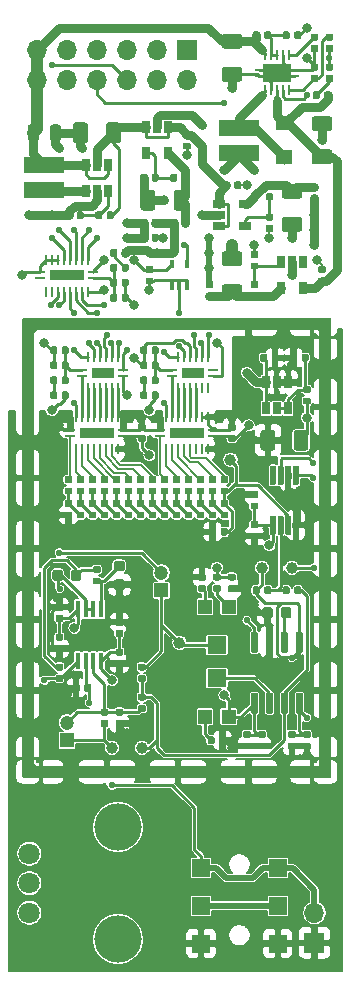
<source format=gbr>
%TF.GenerationSoftware,KiCad,Pcbnew,(5.1.5)-3*%
%TF.CreationDate,2020-11-01T10:25:42+01:00*%
%TF.ProjectId,PmodADC,506d6f64-4144-4432-9e6b-696361645f70,v0.2*%
%TF.SameCoordinates,Original*%
%TF.FileFunction,Copper,L1,Top*%
%TF.FilePolarity,Positive*%
%FSLAX46Y46*%
G04 Gerber Fmt 4.6, Leading zero omitted, Abs format (unit mm)*
G04 Created by KiCad (PCBNEW (5.1.5)-3) date 2020-11-01 10:25:42*
%MOMM*%
%LPD*%
G04 APERTURE LIST*
%TA.AperFunction,SMDPad,CuDef*%
%ADD10C,0.100000*%
%TD*%
%TA.AperFunction,BGAPad,CuDef*%
%ADD11C,1.000000*%
%TD*%
%TA.AperFunction,SMDPad,CuDef*%
%ADD12R,2.900000X0.900000*%
%TD*%
%TA.AperFunction,SMDPad,CuDef*%
%ADD13R,0.950000X0.240000*%
%TD*%
%TA.AperFunction,SMDPad,CuDef*%
%ADD14R,0.240000X0.950000*%
%TD*%
%TA.AperFunction,SMDPad,CuDef*%
%ADD15R,0.450000X1.450000*%
%TD*%
%TA.AperFunction,SMDPad,CuDef*%
%ADD16R,0.400000X0.650000*%
%TD*%
%TA.AperFunction,SMDPad,CuDef*%
%ADD17R,0.650000X1.060000*%
%TD*%
%TA.AperFunction,SMDPad,CuDef*%
%ADD18R,1.060000X0.650000*%
%TD*%
%TA.AperFunction,ViaPad*%
%ADD19C,0.600000*%
%TD*%
%TA.AperFunction,SMDPad,CuDef*%
%ADD20R,0.700000X0.280000*%
%TD*%
%TA.AperFunction,SMDPad,CuDef*%
%ADD21R,2.400000X1.650000*%
%TD*%
%TA.AperFunction,SMDPad,CuDef*%
%ADD22R,0.280000X0.850000*%
%TD*%
%TA.AperFunction,SMDPad,CuDef*%
%ADD23R,1.900000X0.900000*%
%TD*%
%TA.AperFunction,SMDPad,CuDef*%
%ADD24R,1.200000X1.200000*%
%TD*%
%TA.AperFunction,SMDPad,CuDef*%
%ADD25R,1.600000X1.500000*%
%TD*%
%TA.AperFunction,WasherPad*%
%ADD26C,4.000000*%
%TD*%
%TA.AperFunction,ComponentPad*%
%ADD27C,1.800000*%
%TD*%
%TA.AperFunction,SMDPad,CuDef*%
%ADD28R,3.400000X1.350000*%
%TD*%
%TA.AperFunction,SMDPad,CuDef*%
%ADD29R,1.500000X1.500000*%
%TD*%
%TA.AperFunction,ComponentPad*%
%ADD30O,1.700000X1.700000*%
%TD*%
%TA.AperFunction,ComponentPad*%
%ADD31R,1.700000X1.700000*%
%TD*%
%TA.AperFunction,SMDPad,CuDef*%
%ADD32R,1.000000X3.800000*%
%TD*%
%TA.AperFunction,SMDPad,CuDef*%
%ADD33R,1.000000X3.000000*%
%TD*%
%TA.AperFunction,SMDPad,CuDef*%
%ADD34R,3.000000X1.000000*%
%TD*%
%TA.AperFunction,SMDPad,CuDef*%
%ADD35R,3.800000X1.000000*%
%TD*%
%TA.AperFunction,SMDPad,CuDef*%
%ADD36R,1.400000X1.300000*%
%TD*%
%TA.AperFunction,ComponentPad*%
%ADD37C,1.200000*%
%TD*%
%TA.AperFunction,ComponentPad*%
%ADD38R,1.200000X1.200000*%
%TD*%
%TA.AperFunction,ViaPad*%
%ADD39C,0.550000*%
%TD*%
%TA.AperFunction,ViaPad*%
%ADD40C,0.800000*%
%TD*%
%TA.AperFunction,Conductor*%
%ADD41C,0.250000*%
%TD*%
%TA.AperFunction,Conductor*%
%ADD42C,0.750000*%
%TD*%
%TA.AperFunction,Conductor*%
%ADD43C,1.000000*%
%TD*%
%TA.AperFunction,Conductor*%
%ADD44C,0.500000*%
%TD*%
%TA.AperFunction,Conductor*%
%ADD45C,0.150000*%
%TD*%
%TA.AperFunction,Conductor*%
%ADD46C,0.127000*%
%TD*%
G04 APERTURE END LIST*
%TA.AperFunction,SMDPad,CuDef*%
D10*
%TO.P,R35,2*%
%TO.N,GNDA*%
G36*
X-123513042Y-32065710D02*
G01*
X-123498724Y-32067834D01*
X-123484683Y-32071351D01*
X-123471054Y-32076228D01*
X-123457969Y-32082417D01*
X-123445553Y-32089858D01*
X-123433927Y-32098481D01*
X-123423202Y-32108202D01*
X-123413481Y-32118927D01*
X-123404858Y-32130553D01*
X-123397417Y-32142969D01*
X-123391228Y-32156054D01*
X-123386351Y-32169683D01*
X-123382834Y-32183724D01*
X-123380710Y-32198042D01*
X-123380000Y-32212500D01*
X-123380000Y-32557500D01*
X-123380710Y-32571958D01*
X-123382834Y-32586276D01*
X-123386351Y-32600317D01*
X-123391228Y-32613946D01*
X-123397417Y-32627031D01*
X-123404858Y-32639447D01*
X-123413481Y-32651073D01*
X-123423202Y-32661798D01*
X-123433927Y-32671519D01*
X-123445553Y-32680142D01*
X-123457969Y-32687583D01*
X-123471054Y-32693772D01*
X-123484683Y-32698649D01*
X-123498724Y-32702166D01*
X-123513042Y-32704290D01*
X-123527500Y-32705000D01*
X-123822500Y-32705000D01*
X-123836958Y-32704290D01*
X-123851276Y-32702166D01*
X-123865317Y-32698649D01*
X-123878946Y-32693772D01*
X-123892031Y-32687583D01*
X-123904447Y-32680142D01*
X-123916073Y-32671519D01*
X-123926798Y-32661798D01*
X-123936519Y-32651073D01*
X-123945142Y-32639447D01*
X-123952583Y-32627031D01*
X-123958772Y-32613946D01*
X-123963649Y-32600317D01*
X-123967166Y-32586276D01*
X-123969290Y-32571958D01*
X-123970000Y-32557500D01*
X-123970000Y-32212500D01*
X-123969290Y-32198042D01*
X-123967166Y-32183724D01*
X-123963649Y-32169683D01*
X-123958772Y-32156054D01*
X-123952583Y-32142969D01*
X-123945142Y-32130553D01*
X-123936519Y-32118927D01*
X-123926798Y-32108202D01*
X-123916073Y-32098481D01*
X-123904447Y-32089858D01*
X-123892031Y-32082417D01*
X-123878946Y-32076228D01*
X-123865317Y-32071351D01*
X-123851276Y-32067834D01*
X-123836958Y-32065710D01*
X-123822500Y-32065000D01*
X-123527500Y-32065000D01*
X-123513042Y-32065710D01*
G37*
%TD.AperFunction*%
%TA.AperFunction,SMDPad,CuDef*%
%TO.P,R35,1*%
%TO.N,Net-(R34-Pad2)*%
G36*
X-122543042Y-32065710D02*
G01*
X-122528724Y-32067834D01*
X-122514683Y-32071351D01*
X-122501054Y-32076228D01*
X-122487969Y-32082417D01*
X-122475553Y-32089858D01*
X-122463927Y-32098481D01*
X-122453202Y-32108202D01*
X-122443481Y-32118927D01*
X-122434858Y-32130553D01*
X-122427417Y-32142969D01*
X-122421228Y-32156054D01*
X-122416351Y-32169683D01*
X-122412834Y-32183724D01*
X-122410710Y-32198042D01*
X-122410000Y-32212500D01*
X-122410000Y-32557500D01*
X-122410710Y-32571958D01*
X-122412834Y-32586276D01*
X-122416351Y-32600317D01*
X-122421228Y-32613946D01*
X-122427417Y-32627031D01*
X-122434858Y-32639447D01*
X-122443481Y-32651073D01*
X-122453202Y-32661798D01*
X-122463927Y-32671519D01*
X-122475553Y-32680142D01*
X-122487969Y-32687583D01*
X-122501054Y-32693772D01*
X-122514683Y-32698649D01*
X-122528724Y-32702166D01*
X-122543042Y-32704290D01*
X-122557500Y-32705000D01*
X-122852500Y-32705000D01*
X-122866958Y-32704290D01*
X-122881276Y-32702166D01*
X-122895317Y-32698649D01*
X-122908946Y-32693772D01*
X-122922031Y-32687583D01*
X-122934447Y-32680142D01*
X-122946073Y-32671519D01*
X-122956798Y-32661798D01*
X-122966519Y-32651073D01*
X-122975142Y-32639447D01*
X-122982583Y-32627031D01*
X-122988772Y-32613946D01*
X-122993649Y-32600317D01*
X-122997166Y-32586276D01*
X-122999290Y-32571958D01*
X-123000000Y-32557500D01*
X-123000000Y-32212500D01*
X-122999290Y-32198042D01*
X-122997166Y-32183724D01*
X-122993649Y-32169683D01*
X-122988772Y-32156054D01*
X-122982583Y-32142969D01*
X-122975142Y-32130553D01*
X-122966519Y-32118927D01*
X-122956798Y-32108202D01*
X-122946073Y-32098481D01*
X-122934447Y-32089858D01*
X-122922031Y-32082417D01*
X-122908946Y-32076228D01*
X-122895317Y-32071351D01*
X-122881276Y-32067834D01*
X-122866958Y-32065710D01*
X-122852500Y-32065000D01*
X-122557500Y-32065000D01*
X-122543042Y-32065710D01*
G37*
%TD.AperFunction*%
%TD*%
D11*
%TO.P,TP9,1*%
%TO.N,Net-(JP5-Pad2)*%
X-123825000Y-80645000D03*
%TD*%
%TA.AperFunction,SMDPad,CuDef*%
D10*
%TO.P,R41,1*%
%TO.N,Net-(C23-Pad2)*%
G36*
X-130623042Y-73515710D02*
G01*
X-130608724Y-73517834D01*
X-130594683Y-73521351D01*
X-130581054Y-73526228D01*
X-130567969Y-73532417D01*
X-130555553Y-73539858D01*
X-130543927Y-73548481D01*
X-130533202Y-73558202D01*
X-130523481Y-73568927D01*
X-130514858Y-73580553D01*
X-130507417Y-73592969D01*
X-130501228Y-73606054D01*
X-130496351Y-73619683D01*
X-130492834Y-73633724D01*
X-130490710Y-73648042D01*
X-130490000Y-73662500D01*
X-130490000Y-73957500D01*
X-130490710Y-73971958D01*
X-130492834Y-73986276D01*
X-130496351Y-74000317D01*
X-130501228Y-74013946D01*
X-130507417Y-74027031D01*
X-130514858Y-74039447D01*
X-130523481Y-74051073D01*
X-130533202Y-74061798D01*
X-130543927Y-74071519D01*
X-130555553Y-74080142D01*
X-130567969Y-74087583D01*
X-130581054Y-74093772D01*
X-130594683Y-74098649D01*
X-130608724Y-74102166D01*
X-130623042Y-74104290D01*
X-130637500Y-74105000D01*
X-130982500Y-74105000D01*
X-130996958Y-74104290D01*
X-131011276Y-74102166D01*
X-131025317Y-74098649D01*
X-131038946Y-74093772D01*
X-131052031Y-74087583D01*
X-131064447Y-74080142D01*
X-131076073Y-74071519D01*
X-131086798Y-74061798D01*
X-131096519Y-74051073D01*
X-131105142Y-74039447D01*
X-131112583Y-74027031D01*
X-131118772Y-74013946D01*
X-131123649Y-74000317D01*
X-131127166Y-73986276D01*
X-131129290Y-73971958D01*
X-131130000Y-73957500D01*
X-131130000Y-73662500D01*
X-131129290Y-73648042D01*
X-131127166Y-73633724D01*
X-131123649Y-73619683D01*
X-131118772Y-73606054D01*
X-131112583Y-73592969D01*
X-131105142Y-73580553D01*
X-131096519Y-73568927D01*
X-131086798Y-73558202D01*
X-131076073Y-73548481D01*
X-131064447Y-73539858D01*
X-131052031Y-73532417D01*
X-131038946Y-73526228D01*
X-131025317Y-73521351D01*
X-131011276Y-73517834D01*
X-130996958Y-73515710D01*
X-130982500Y-73515000D01*
X-130637500Y-73515000D01*
X-130623042Y-73515710D01*
G37*
%TD.AperFunction*%
%TA.AperFunction,SMDPad,CuDef*%
%TO.P,R41,2*%
%TO.N,Net-(R40-Pad1)*%
G36*
X-130623042Y-74485710D02*
G01*
X-130608724Y-74487834D01*
X-130594683Y-74491351D01*
X-130581054Y-74496228D01*
X-130567969Y-74502417D01*
X-130555553Y-74509858D01*
X-130543927Y-74518481D01*
X-130533202Y-74528202D01*
X-130523481Y-74538927D01*
X-130514858Y-74550553D01*
X-130507417Y-74562969D01*
X-130501228Y-74576054D01*
X-130496351Y-74589683D01*
X-130492834Y-74603724D01*
X-130490710Y-74618042D01*
X-130490000Y-74632500D01*
X-130490000Y-74927500D01*
X-130490710Y-74941958D01*
X-130492834Y-74956276D01*
X-130496351Y-74970317D01*
X-130501228Y-74983946D01*
X-130507417Y-74997031D01*
X-130514858Y-75009447D01*
X-130523481Y-75021073D01*
X-130533202Y-75031798D01*
X-130543927Y-75041519D01*
X-130555553Y-75050142D01*
X-130567969Y-75057583D01*
X-130581054Y-75063772D01*
X-130594683Y-75068649D01*
X-130608724Y-75072166D01*
X-130623042Y-75074290D01*
X-130637500Y-75075000D01*
X-130982500Y-75075000D01*
X-130996958Y-75074290D01*
X-131011276Y-75072166D01*
X-131025317Y-75068649D01*
X-131038946Y-75063772D01*
X-131052031Y-75057583D01*
X-131064447Y-75050142D01*
X-131076073Y-75041519D01*
X-131086798Y-75031798D01*
X-131096519Y-75021073D01*
X-131105142Y-75009447D01*
X-131112583Y-74997031D01*
X-131118772Y-74983946D01*
X-131123649Y-74970317D01*
X-131127166Y-74956276D01*
X-131129290Y-74941958D01*
X-131130000Y-74927500D01*
X-131130000Y-74632500D01*
X-131129290Y-74618042D01*
X-131127166Y-74603724D01*
X-131123649Y-74589683D01*
X-131118772Y-74576054D01*
X-131112583Y-74562969D01*
X-131105142Y-74550553D01*
X-131096519Y-74538927D01*
X-131086798Y-74528202D01*
X-131076073Y-74518481D01*
X-131064447Y-74509858D01*
X-131052031Y-74502417D01*
X-131038946Y-74496228D01*
X-131025317Y-74491351D01*
X-131011276Y-74487834D01*
X-130996958Y-74485710D01*
X-130982500Y-74485000D01*
X-130637500Y-74485000D01*
X-130623042Y-74485710D01*
G37*
%TD.AperFunction*%
%TD*%
%TA.AperFunction,SMDPad,CuDef*%
%TO.P,FB3,2*%
%TO.N,Net-(FB3-Pad2)*%
G36*
X-131133042Y-50480710D02*
G01*
X-131118724Y-50482834D01*
X-131104683Y-50486351D01*
X-131091054Y-50491228D01*
X-131077969Y-50497417D01*
X-131065553Y-50504858D01*
X-131053927Y-50513481D01*
X-131043202Y-50523202D01*
X-131033481Y-50533927D01*
X-131024858Y-50545553D01*
X-131017417Y-50557969D01*
X-131011228Y-50571054D01*
X-131006351Y-50584683D01*
X-131002834Y-50598724D01*
X-131000710Y-50613042D01*
X-131000000Y-50627500D01*
X-131000000Y-50972500D01*
X-131000710Y-50986958D01*
X-131002834Y-51001276D01*
X-131006351Y-51015317D01*
X-131011228Y-51028946D01*
X-131017417Y-51042031D01*
X-131024858Y-51054447D01*
X-131033481Y-51066073D01*
X-131043202Y-51076798D01*
X-131053927Y-51086519D01*
X-131065553Y-51095142D01*
X-131077969Y-51102583D01*
X-131091054Y-51108772D01*
X-131104683Y-51113649D01*
X-131118724Y-51117166D01*
X-131133042Y-51119290D01*
X-131147500Y-51120000D01*
X-131442500Y-51120000D01*
X-131456958Y-51119290D01*
X-131471276Y-51117166D01*
X-131485317Y-51113649D01*
X-131498946Y-51108772D01*
X-131512031Y-51102583D01*
X-131524447Y-51095142D01*
X-131536073Y-51086519D01*
X-131546798Y-51076798D01*
X-131556519Y-51066073D01*
X-131565142Y-51054447D01*
X-131572583Y-51042031D01*
X-131578772Y-51028946D01*
X-131583649Y-51015317D01*
X-131587166Y-51001276D01*
X-131589290Y-50986958D01*
X-131590000Y-50972500D01*
X-131590000Y-50627500D01*
X-131589290Y-50613042D01*
X-131587166Y-50598724D01*
X-131583649Y-50584683D01*
X-131578772Y-50571054D01*
X-131572583Y-50557969D01*
X-131565142Y-50545553D01*
X-131556519Y-50533927D01*
X-131546798Y-50523202D01*
X-131536073Y-50513481D01*
X-131524447Y-50504858D01*
X-131512031Y-50497417D01*
X-131498946Y-50491228D01*
X-131485317Y-50486351D01*
X-131471276Y-50482834D01*
X-131456958Y-50480710D01*
X-131442500Y-50480000D01*
X-131147500Y-50480000D01*
X-131133042Y-50480710D01*
G37*
%TD.AperFunction*%
%TA.AperFunction,SMDPad,CuDef*%
%TO.P,FB3,1*%
%TO.N,+5V*%
G36*
X-130163042Y-50480710D02*
G01*
X-130148724Y-50482834D01*
X-130134683Y-50486351D01*
X-130121054Y-50491228D01*
X-130107969Y-50497417D01*
X-130095553Y-50504858D01*
X-130083927Y-50513481D01*
X-130073202Y-50523202D01*
X-130063481Y-50533927D01*
X-130054858Y-50545553D01*
X-130047417Y-50557969D01*
X-130041228Y-50571054D01*
X-130036351Y-50584683D01*
X-130032834Y-50598724D01*
X-130030710Y-50613042D01*
X-130030000Y-50627500D01*
X-130030000Y-50972500D01*
X-130030710Y-50986958D01*
X-130032834Y-51001276D01*
X-130036351Y-51015317D01*
X-130041228Y-51028946D01*
X-130047417Y-51042031D01*
X-130054858Y-51054447D01*
X-130063481Y-51066073D01*
X-130073202Y-51076798D01*
X-130083927Y-51086519D01*
X-130095553Y-51095142D01*
X-130107969Y-51102583D01*
X-130121054Y-51108772D01*
X-130134683Y-51113649D01*
X-130148724Y-51117166D01*
X-130163042Y-51119290D01*
X-130177500Y-51120000D01*
X-130472500Y-51120000D01*
X-130486958Y-51119290D01*
X-130501276Y-51117166D01*
X-130515317Y-51113649D01*
X-130528946Y-51108772D01*
X-130542031Y-51102583D01*
X-130554447Y-51095142D01*
X-130566073Y-51086519D01*
X-130576798Y-51076798D01*
X-130586519Y-51066073D01*
X-130595142Y-51054447D01*
X-130602583Y-51042031D01*
X-130608772Y-51028946D01*
X-130613649Y-51015317D01*
X-130617166Y-51001276D01*
X-130619290Y-50986958D01*
X-130620000Y-50972500D01*
X-130620000Y-50627500D01*
X-130619290Y-50613042D01*
X-130617166Y-50598724D01*
X-130613649Y-50584683D01*
X-130608772Y-50571054D01*
X-130602583Y-50557969D01*
X-130595142Y-50545553D01*
X-130586519Y-50533927D01*
X-130576798Y-50523202D01*
X-130566073Y-50513481D01*
X-130554447Y-50504858D01*
X-130542031Y-50497417D01*
X-130528946Y-50491228D01*
X-130515317Y-50486351D01*
X-130501276Y-50482834D01*
X-130486958Y-50480710D01*
X-130472500Y-50480000D01*
X-130177500Y-50480000D01*
X-130163042Y-50480710D01*
G37*
%TD.AperFunction*%
%TD*%
%TA.AperFunction,SMDPad,CuDef*%
%TO.P,R72,2*%
%TO.N,Net-(R72-Pad2)*%
G36*
X-116653042Y-57640710D02*
G01*
X-116638724Y-57642834D01*
X-116624683Y-57646351D01*
X-116611054Y-57651228D01*
X-116597969Y-57657417D01*
X-116585553Y-57664858D01*
X-116573927Y-57673481D01*
X-116563202Y-57683202D01*
X-116553481Y-57693927D01*
X-116544858Y-57705553D01*
X-116537417Y-57717969D01*
X-116531228Y-57731054D01*
X-116526351Y-57744683D01*
X-116522834Y-57758724D01*
X-116520710Y-57773042D01*
X-116520000Y-57787500D01*
X-116520000Y-58082500D01*
X-116520710Y-58096958D01*
X-116522834Y-58111276D01*
X-116526351Y-58125317D01*
X-116531228Y-58138946D01*
X-116537417Y-58152031D01*
X-116544858Y-58164447D01*
X-116553481Y-58176073D01*
X-116563202Y-58186798D01*
X-116573927Y-58196519D01*
X-116585553Y-58205142D01*
X-116597969Y-58212583D01*
X-116611054Y-58218772D01*
X-116624683Y-58223649D01*
X-116638724Y-58227166D01*
X-116653042Y-58229290D01*
X-116667500Y-58230000D01*
X-117012500Y-58230000D01*
X-117026958Y-58229290D01*
X-117041276Y-58227166D01*
X-117055317Y-58223649D01*
X-117068946Y-58218772D01*
X-117082031Y-58212583D01*
X-117094447Y-58205142D01*
X-117106073Y-58196519D01*
X-117116798Y-58186798D01*
X-117126519Y-58176073D01*
X-117135142Y-58164447D01*
X-117142583Y-58152031D01*
X-117148772Y-58138946D01*
X-117153649Y-58125317D01*
X-117157166Y-58111276D01*
X-117159290Y-58096958D01*
X-117160000Y-58082500D01*
X-117160000Y-57787500D01*
X-117159290Y-57773042D01*
X-117157166Y-57758724D01*
X-117153649Y-57744683D01*
X-117148772Y-57731054D01*
X-117142583Y-57717969D01*
X-117135142Y-57705553D01*
X-117126519Y-57693927D01*
X-117116798Y-57683202D01*
X-117106073Y-57673481D01*
X-117094447Y-57664858D01*
X-117082031Y-57657417D01*
X-117068946Y-57651228D01*
X-117055317Y-57646351D01*
X-117041276Y-57642834D01*
X-117026958Y-57640710D01*
X-117012500Y-57640000D01*
X-116667500Y-57640000D01*
X-116653042Y-57640710D01*
G37*
%TD.AperFunction*%
%TA.AperFunction,SMDPad,CuDef*%
%TO.P,R72,1*%
%TO.N,Net-(C37-Pad1)*%
G36*
X-116653042Y-58610710D02*
G01*
X-116638724Y-58612834D01*
X-116624683Y-58616351D01*
X-116611054Y-58621228D01*
X-116597969Y-58627417D01*
X-116585553Y-58634858D01*
X-116573927Y-58643481D01*
X-116563202Y-58653202D01*
X-116553481Y-58663927D01*
X-116544858Y-58675553D01*
X-116537417Y-58687969D01*
X-116531228Y-58701054D01*
X-116526351Y-58714683D01*
X-116522834Y-58728724D01*
X-116520710Y-58743042D01*
X-116520000Y-58757500D01*
X-116520000Y-59052500D01*
X-116520710Y-59066958D01*
X-116522834Y-59081276D01*
X-116526351Y-59095317D01*
X-116531228Y-59108946D01*
X-116537417Y-59122031D01*
X-116544858Y-59134447D01*
X-116553481Y-59146073D01*
X-116563202Y-59156798D01*
X-116573927Y-59166519D01*
X-116585553Y-59175142D01*
X-116597969Y-59182583D01*
X-116611054Y-59188772D01*
X-116624683Y-59193649D01*
X-116638724Y-59197166D01*
X-116653042Y-59199290D01*
X-116667500Y-59200000D01*
X-117012500Y-59200000D01*
X-117026958Y-59199290D01*
X-117041276Y-59197166D01*
X-117055317Y-59193649D01*
X-117068946Y-59188772D01*
X-117082031Y-59182583D01*
X-117094447Y-59175142D01*
X-117106073Y-59166519D01*
X-117116798Y-59156798D01*
X-117126519Y-59146073D01*
X-117135142Y-59134447D01*
X-117142583Y-59122031D01*
X-117148772Y-59108946D01*
X-117153649Y-59095317D01*
X-117157166Y-59081276D01*
X-117159290Y-59066958D01*
X-117160000Y-59052500D01*
X-117160000Y-58757500D01*
X-117159290Y-58743042D01*
X-117157166Y-58728724D01*
X-117153649Y-58714683D01*
X-117148772Y-58701054D01*
X-117142583Y-58687969D01*
X-117135142Y-58675553D01*
X-117126519Y-58663927D01*
X-117116798Y-58653202D01*
X-117106073Y-58643481D01*
X-117094447Y-58634858D01*
X-117082031Y-58627417D01*
X-117068946Y-58621228D01*
X-117055317Y-58616351D01*
X-117041276Y-58612834D01*
X-117026958Y-58610710D01*
X-117012500Y-58610000D01*
X-116667500Y-58610000D01*
X-116653042Y-58610710D01*
G37*
%TD.AperFunction*%
%TD*%
D12*
%TO.P,U20,21*%
%TO.N,N/C*%
X-130175000Y-40640000D03*
D13*
%TO.P,U20,11*%
%TO.N,Net-(U20-Pad11)*%
X-132425000Y-40890000D03*
%TO.P,U20,10*%
%TO.N,GND*%
X-132425000Y-40390000D03*
%TO.P,U20,20*%
%TO.N,Net-(C45-Pad1)*%
X-127925000Y-40890000D03*
%TO.P,U20,1*%
%TO.N,GND*%
X-127925000Y-40390000D03*
D14*
%TO.P,U20,9*%
X-131925000Y-39315000D03*
%TO.P,U20,8*%
X-131425000Y-39315000D03*
%TO.P,U20,7*%
X-130925000Y-39315000D03*
%TO.P,U20,6*%
%TO.N,/COMP_L_3V*%
X-130425000Y-39315000D03*
%TO.P,U20,5*%
%TO.N,/S&H_3V*%
X-129925000Y-39315000D03*
%TO.P,U20,4*%
%TO.N,/ADC_S_3V*%
X-129425000Y-39315000D03*
%TO.P,U20,3*%
%TO.N,/ADC_C_3V*%
X-128925000Y-39315000D03*
%TO.P,U20,2*%
%TO.N,/ADC_L_3V*%
X-128425000Y-39315000D03*
%TO.P,U20,12*%
%TO.N,Net-(U20-Pad12)*%
X-131925000Y-42015000D03*
%TO.P,U20,13*%
%TO.N,Net-(U20-Pad13)*%
X-131425000Y-42015000D03*
%TO.P,U20,14*%
%TO.N,/COMP_L*%
X-130925000Y-42015000D03*
%TO.P,U20,15*%
%TO.N,/S&H*%
X-130425000Y-42015000D03*
%TO.P,U20,16*%
%TO.N,/ADC_S*%
X-129925000Y-42015000D03*
%TO.P,U20,17*%
%TO.N,/ADC_C*%
X-129425000Y-42015000D03*
%TO.P,U20,18*%
%TO.N,/ADC_L*%
X-128925000Y-42015000D03*
%TO.P,U20,19*%
%TO.N,GND*%
X-128425000Y-42015000D03*
%TD*%
%TA.AperFunction,SMDPad,CuDef*%
D10*
%TO.P,U16,8*%
%TO.N,/S&H*%
G36*
X-114135297Y-70845722D02*
G01*
X-114120736Y-70847882D01*
X-114106457Y-70851459D01*
X-114092597Y-70856418D01*
X-114079290Y-70862712D01*
X-114066664Y-70870280D01*
X-114054841Y-70879048D01*
X-114043934Y-70888934D01*
X-114034048Y-70899841D01*
X-114025280Y-70911664D01*
X-114017712Y-70924290D01*
X-114011418Y-70937597D01*
X-114006459Y-70951457D01*
X-114002882Y-70965736D01*
X-114000722Y-70980297D01*
X-114000000Y-70995000D01*
X-114000000Y-72445000D01*
X-114000722Y-72459703D01*
X-114002882Y-72474264D01*
X-114006459Y-72488543D01*
X-114011418Y-72502403D01*
X-114017712Y-72515710D01*
X-114025280Y-72528336D01*
X-114034048Y-72540159D01*
X-114043934Y-72551066D01*
X-114054841Y-72560952D01*
X-114066664Y-72569720D01*
X-114079290Y-72577288D01*
X-114092597Y-72583582D01*
X-114106457Y-72588541D01*
X-114120736Y-72592118D01*
X-114135297Y-72594278D01*
X-114150000Y-72595000D01*
X-114450000Y-72595000D01*
X-114464703Y-72594278D01*
X-114479264Y-72592118D01*
X-114493543Y-72588541D01*
X-114507403Y-72583582D01*
X-114520710Y-72577288D01*
X-114533336Y-72569720D01*
X-114545159Y-72560952D01*
X-114556066Y-72551066D01*
X-114565952Y-72540159D01*
X-114574720Y-72528336D01*
X-114582288Y-72515710D01*
X-114588582Y-72502403D01*
X-114593541Y-72488543D01*
X-114597118Y-72474264D01*
X-114599278Y-72459703D01*
X-114600000Y-72445000D01*
X-114600000Y-70995000D01*
X-114599278Y-70980297D01*
X-114597118Y-70965736D01*
X-114593541Y-70951457D01*
X-114588582Y-70937597D01*
X-114582288Y-70924290D01*
X-114574720Y-70911664D01*
X-114565952Y-70899841D01*
X-114556066Y-70888934D01*
X-114545159Y-70879048D01*
X-114533336Y-70870280D01*
X-114520710Y-70862712D01*
X-114507403Y-70856418D01*
X-114493543Y-70851459D01*
X-114479264Y-70847882D01*
X-114464703Y-70845722D01*
X-114450000Y-70845000D01*
X-114150000Y-70845000D01*
X-114135297Y-70845722D01*
G37*
%TD.AperFunction*%
%TA.AperFunction,SMDPad,CuDef*%
%TO.P,U16,7*%
%TO.N,GNDA*%
G36*
X-112865297Y-70845722D02*
G01*
X-112850736Y-70847882D01*
X-112836457Y-70851459D01*
X-112822597Y-70856418D01*
X-112809290Y-70862712D01*
X-112796664Y-70870280D01*
X-112784841Y-70879048D01*
X-112773934Y-70888934D01*
X-112764048Y-70899841D01*
X-112755280Y-70911664D01*
X-112747712Y-70924290D01*
X-112741418Y-70937597D01*
X-112736459Y-70951457D01*
X-112732882Y-70965736D01*
X-112730722Y-70980297D01*
X-112730000Y-70995000D01*
X-112730000Y-72445000D01*
X-112730722Y-72459703D01*
X-112732882Y-72474264D01*
X-112736459Y-72488543D01*
X-112741418Y-72502403D01*
X-112747712Y-72515710D01*
X-112755280Y-72528336D01*
X-112764048Y-72540159D01*
X-112773934Y-72551066D01*
X-112784841Y-72560952D01*
X-112796664Y-72569720D01*
X-112809290Y-72577288D01*
X-112822597Y-72583582D01*
X-112836457Y-72588541D01*
X-112850736Y-72592118D01*
X-112865297Y-72594278D01*
X-112880000Y-72595000D01*
X-113180000Y-72595000D01*
X-113194703Y-72594278D01*
X-113209264Y-72592118D01*
X-113223543Y-72588541D01*
X-113237403Y-72583582D01*
X-113250710Y-72577288D01*
X-113263336Y-72569720D01*
X-113275159Y-72560952D01*
X-113286066Y-72551066D01*
X-113295952Y-72540159D01*
X-113304720Y-72528336D01*
X-113312288Y-72515710D01*
X-113318582Y-72502403D01*
X-113323541Y-72488543D01*
X-113327118Y-72474264D01*
X-113329278Y-72459703D01*
X-113330000Y-72445000D01*
X-113330000Y-70995000D01*
X-113329278Y-70980297D01*
X-113327118Y-70965736D01*
X-113323541Y-70951457D01*
X-113318582Y-70937597D01*
X-113312288Y-70924290D01*
X-113304720Y-70911664D01*
X-113295952Y-70899841D01*
X-113286066Y-70888934D01*
X-113275159Y-70879048D01*
X-113263336Y-70870280D01*
X-113250710Y-70862712D01*
X-113237403Y-70856418D01*
X-113223543Y-70851459D01*
X-113209264Y-70847882D01*
X-113194703Y-70845722D01*
X-113180000Y-70845000D01*
X-112880000Y-70845000D01*
X-112865297Y-70845722D01*
G37*
%TD.AperFunction*%
%TA.AperFunction,SMDPad,CuDef*%
%TO.P,U16,6*%
%TO.N,Net-(C34-Pad1)*%
G36*
X-111595297Y-70845722D02*
G01*
X-111580736Y-70847882D01*
X-111566457Y-70851459D01*
X-111552597Y-70856418D01*
X-111539290Y-70862712D01*
X-111526664Y-70870280D01*
X-111514841Y-70879048D01*
X-111503934Y-70888934D01*
X-111494048Y-70899841D01*
X-111485280Y-70911664D01*
X-111477712Y-70924290D01*
X-111471418Y-70937597D01*
X-111466459Y-70951457D01*
X-111462882Y-70965736D01*
X-111460722Y-70980297D01*
X-111460000Y-70995000D01*
X-111460000Y-72445000D01*
X-111460722Y-72459703D01*
X-111462882Y-72474264D01*
X-111466459Y-72488543D01*
X-111471418Y-72502403D01*
X-111477712Y-72515710D01*
X-111485280Y-72528336D01*
X-111494048Y-72540159D01*
X-111503934Y-72551066D01*
X-111514841Y-72560952D01*
X-111526664Y-72569720D01*
X-111539290Y-72577288D01*
X-111552597Y-72583582D01*
X-111566457Y-72588541D01*
X-111580736Y-72592118D01*
X-111595297Y-72594278D01*
X-111610000Y-72595000D01*
X-111910000Y-72595000D01*
X-111924703Y-72594278D01*
X-111939264Y-72592118D01*
X-111953543Y-72588541D01*
X-111967403Y-72583582D01*
X-111980710Y-72577288D01*
X-111993336Y-72569720D01*
X-112005159Y-72560952D01*
X-112016066Y-72551066D01*
X-112025952Y-72540159D01*
X-112034720Y-72528336D01*
X-112042288Y-72515710D01*
X-112048582Y-72502403D01*
X-112053541Y-72488543D01*
X-112057118Y-72474264D01*
X-112059278Y-72459703D01*
X-112060000Y-72445000D01*
X-112060000Y-70995000D01*
X-112059278Y-70980297D01*
X-112057118Y-70965736D01*
X-112053541Y-70951457D01*
X-112048582Y-70937597D01*
X-112042288Y-70924290D01*
X-112034720Y-70911664D01*
X-112025952Y-70899841D01*
X-112016066Y-70888934D01*
X-112005159Y-70879048D01*
X-111993336Y-70870280D01*
X-111980710Y-70862712D01*
X-111967403Y-70856418D01*
X-111953543Y-70851459D01*
X-111939264Y-70847882D01*
X-111924703Y-70845722D01*
X-111910000Y-70845000D01*
X-111610000Y-70845000D01*
X-111595297Y-70845722D01*
G37*
%TD.AperFunction*%
%TA.AperFunction,SMDPad,CuDef*%
%TO.P,U16,5*%
%TO.N,Net-(JP7-Pad1)*%
G36*
X-110325297Y-70845722D02*
G01*
X-110310736Y-70847882D01*
X-110296457Y-70851459D01*
X-110282597Y-70856418D01*
X-110269290Y-70862712D01*
X-110256664Y-70870280D01*
X-110244841Y-70879048D01*
X-110233934Y-70888934D01*
X-110224048Y-70899841D01*
X-110215280Y-70911664D01*
X-110207712Y-70924290D01*
X-110201418Y-70937597D01*
X-110196459Y-70951457D01*
X-110192882Y-70965736D01*
X-110190722Y-70980297D01*
X-110190000Y-70995000D01*
X-110190000Y-72445000D01*
X-110190722Y-72459703D01*
X-110192882Y-72474264D01*
X-110196459Y-72488543D01*
X-110201418Y-72502403D01*
X-110207712Y-72515710D01*
X-110215280Y-72528336D01*
X-110224048Y-72540159D01*
X-110233934Y-72551066D01*
X-110244841Y-72560952D01*
X-110256664Y-72569720D01*
X-110269290Y-72577288D01*
X-110282597Y-72583582D01*
X-110296457Y-72588541D01*
X-110310736Y-72592118D01*
X-110325297Y-72594278D01*
X-110340000Y-72595000D01*
X-110640000Y-72595000D01*
X-110654703Y-72594278D01*
X-110669264Y-72592118D01*
X-110683543Y-72588541D01*
X-110697403Y-72583582D01*
X-110710710Y-72577288D01*
X-110723336Y-72569720D01*
X-110735159Y-72560952D01*
X-110746066Y-72551066D01*
X-110755952Y-72540159D01*
X-110764720Y-72528336D01*
X-110772288Y-72515710D01*
X-110778582Y-72502403D01*
X-110783541Y-72488543D01*
X-110787118Y-72474264D01*
X-110789278Y-72459703D01*
X-110790000Y-72445000D01*
X-110790000Y-70995000D01*
X-110789278Y-70980297D01*
X-110787118Y-70965736D01*
X-110783541Y-70951457D01*
X-110778582Y-70937597D01*
X-110772288Y-70924290D01*
X-110764720Y-70911664D01*
X-110755952Y-70899841D01*
X-110746066Y-70888934D01*
X-110735159Y-70879048D01*
X-110723336Y-70870280D01*
X-110710710Y-70862712D01*
X-110697403Y-70856418D01*
X-110683543Y-70851459D01*
X-110669264Y-70847882D01*
X-110654703Y-70845722D01*
X-110640000Y-70845000D01*
X-110340000Y-70845000D01*
X-110325297Y-70845722D01*
G37*
%TD.AperFunction*%
%TA.AperFunction,SMDPad,CuDef*%
%TO.P,U16,4*%
%TO.N,-5V*%
G36*
X-110325297Y-75995722D02*
G01*
X-110310736Y-75997882D01*
X-110296457Y-76001459D01*
X-110282597Y-76006418D01*
X-110269290Y-76012712D01*
X-110256664Y-76020280D01*
X-110244841Y-76029048D01*
X-110233934Y-76038934D01*
X-110224048Y-76049841D01*
X-110215280Y-76061664D01*
X-110207712Y-76074290D01*
X-110201418Y-76087597D01*
X-110196459Y-76101457D01*
X-110192882Y-76115736D01*
X-110190722Y-76130297D01*
X-110190000Y-76145000D01*
X-110190000Y-77595000D01*
X-110190722Y-77609703D01*
X-110192882Y-77624264D01*
X-110196459Y-77638543D01*
X-110201418Y-77652403D01*
X-110207712Y-77665710D01*
X-110215280Y-77678336D01*
X-110224048Y-77690159D01*
X-110233934Y-77701066D01*
X-110244841Y-77710952D01*
X-110256664Y-77719720D01*
X-110269290Y-77727288D01*
X-110282597Y-77733582D01*
X-110296457Y-77738541D01*
X-110310736Y-77742118D01*
X-110325297Y-77744278D01*
X-110340000Y-77745000D01*
X-110640000Y-77745000D01*
X-110654703Y-77744278D01*
X-110669264Y-77742118D01*
X-110683543Y-77738541D01*
X-110697403Y-77733582D01*
X-110710710Y-77727288D01*
X-110723336Y-77719720D01*
X-110735159Y-77710952D01*
X-110746066Y-77701066D01*
X-110755952Y-77690159D01*
X-110764720Y-77678336D01*
X-110772288Y-77665710D01*
X-110778582Y-77652403D01*
X-110783541Y-77638543D01*
X-110787118Y-77624264D01*
X-110789278Y-77609703D01*
X-110790000Y-77595000D01*
X-110790000Y-76145000D01*
X-110789278Y-76130297D01*
X-110787118Y-76115736D01*
X-110783541Y-76101457D01*
X-110778582Y-76087597D01*
X-110772288Y-76074290D01*
X-110764720Y-76061664D01*
X-110755952Y-76049841D01*
X-110746066Y-76038934D01*
X-110735159Y-76029048D01*
X-110723336Y-76020280D01*
X-110710710Y-76012712D01*
X-110697403Y-76006418D01*
X-110683543Y-76001459D01*
X-110669264Y-75997882D01*
X-110654703Y-75995722D01*
X-110640000Y-75995000D01*
X-110340000Y-75995000D01*
X-110325297Y-75995722D01*
G37*
%TD.AperFunction*%
%TA.AperFunction,SMDPad,CuDef*%
%TO.P,U16,3*%
%TO.N,Net-(JP5-Pad2)*%
G36*
X-111595297Y-75995722D02*
G01*
X-111580736Y-75997882D01*
X-111566457Y-76001459D01*
X-111552597Y-76006418D01*
X-111539290Y-76012712D01*
X-111526664Y-76020280D01*
X-111514841Y-76029048D01*
X-111503934Y-76038934D01*
X-111494048Y-76049841D01*
X-111485280Y-76061664D01*
X-111477712Y-76074290D01*
X-111471418Y-76087597D01*
X-111466459Y-76101457D01*
X-111462882Y-76115736D01*
X-111460722Y-76130297D01*
X-111460000Y-76145000D01*
X-111460000Y-77595000D01*
X-111460722Y-77609703D01*
X-111462882Y-77624264D01*
X-111466459Y-77638543D01*
X-111471418Y-77652403D01*
X-111477712Y-77665710D01*
X-111485280Y-77678336D01*
X-111494048Y-77690159D01*
X-111503934Y-77701066D01*
X-111514841Y-77710952D01*
X-111526664Y-77719720D01*
X-111539290Y-77727288D01*
X-111552597Y-77733582D01*
X-111566457Y-77738541D01*
X-111580736Y-77742118D01*
X-111595297Y-77744278D01*
X-111610000Y-77745000D01*
X-111910000Y-77745000D01*
X-111924703Y-77744278D01*
X-111939264Y-77742118D01*
X-111953543Y-77738541D01*
X-111967403Y-77733582D01*
X-111980710Y-77727288D01*
X-111993336Y-77719720D01*
X-112005159Y-77710952D01*
X-112016066Y-77701066D01*
X-112025952Y-77690159D01*
X-112034720Y-77678336D01*
X-112042288Y-77665710D01*
X-112048582Y-77652403D01*
X-112053541Y-77638543D01*
X-112057118Y-77624264D01*
X-112059278Y-77609703D01*
X-112060000Y-77595000D01*
X-112060000Y-76145000D01*
X-112059278Y-76130297D01*
X-112057118Y-76115736D01*
X-112053541Y-76101457D01*
X-112048582Y-76087597D01*
X-112042288Y-76074290D01*
X-112034720Y-76061664D01*
X-112025952Y-76049841D01*
X-112016066Y-76038934D01*
X-112005159Y-76029048D01*
X-111993336Y-76020280D01*
X-111980710Y-76012712D01*
X-111967403Y-76006418D01*
X-111953543Y-76001459D01*
X-111939264Y-75997882D01*
X-111924703Y-75995722D01*
X-111910000Y-75995000D01*
X-111610000Y-75995000D01*
X-111595297Y-75995722D01*
G37*
%TD.AperFunction*%
%TA.AperFunction,SMDPad,CuDef*%
%TO.P,U16,2*%
%TO.N,Net-(RV2-Pad2)*%
G36*
X-112865297Y-75995722D02*
G01*
X-112850736Y-75997882D01*
X-112836457Y-76001459D01*
X-112822597Y-76006418D01*
X-112809290Y-76012712D01*
X-112796664Y-76020280D01*
X-112784841Y-76029048D01*
X-112773934Y-76038934D01*
X-112764048Y-76049841D01*
X-112755280Y-76061664D01*
X-112747712Y-76074290D01*
X-112741418Y-76087597D01*
X-112736459Y-76101457D01*
X-112732882Y-76115736D01*
X-112730722Y-76130297D01*
X-112730000Y-76145000D01*
X-112730000Y-77595000D01*
X-112730722Y-77609703D01*
X-112732882Y-77624264D01*
X-112736459Y-77638543D01*
X-112741418Y-77652403D01*
X-112747712Y-77665710D01*
X-112755280Y-77678336D01*
X-112764048Y-77690159D01*
X-112773934Y-77701066D01*
X-112784841Y-77710952D01*
X-112796664Y-77719720D01*
X-112809290Y-77727288D01*
X-112822597Y-77733582D01*
X-112836457Y-77738541D01*
X-112850736Y-77742118D01*
X-112865297Y-77744278D01*
X-112880000Y-77745000D01*
X-113180000Y-77745000D01*
X-113194703Y-77744278D01*
X-113209264Y-77742118D01*
X-113223543Y-77738541D01*
X-113237403Y-77733582D01*
X-113250710Y-77727288D01*
X-113263336Y-77719720D01*
X-113275159Y-77710952D01*
X-113286066Y-77701066D01*
X-113295952Y-77690159D01*
X-113304720Y-77678336D01*
X-113312288Y-77665710D01*
X-113318582Y-77652403D01*
X-113323541Y-77638543D01*
X-113327118Y-77624264D01*
X-113329278Y-77609703D01*
X-113330000Y-77595000D01*
X-113330000Y-76145000D01*
X-113329278Y-76130297D01*
X-113327118Y-76115736D01*
X-113323541Y-76101457D01*
X-113318582Y-76087597D01*
X-113312288Y-76074290D01*
X-113304720Y-76061664D01*
X-113295952Y-76049841D01*
X-113286066Y-76038934D01*
X-113275159Y-76029048D01*
X-113263336Y-76020280D01*
X-113250710Y-76012712D01*
X-113237403Y-76006418D01*
X-113223543Y-76001459D01*
X-113209264Y-75997882D01*
X-113194703Y-75995722D01*
X-113180000Y-75995000D01*
X-112880000Y-75995000D01*
X-112865297Y-75995722D01*
G37*
%TD.AperFunction*%
%TA.AperFunction,SMDPad,CuDef*%
%TO.P,U16,1*%
%TO.N,+9V*%
G36*
X-114135297Y-75995722D02*
G01*
X-114120736Y-75997882D01*
X-114106457Y-76001459D01*
X-114092597Y-76006418D01*
X-114079290Y-76012712D01*
X-114066664Y-76020280D01*
X-114054841Y-76029048D01*
X-114043934Y-76038934D01*
X-114034048Y-76049841D01*
X-114025280Y-76061664D01*
X-114017712Y-76074290D01*
X-114011418Y-76087597D01*
X-114006459Y-76101457D01*
X-114002882Y-76115736D01*
X-114000722Y-76130297D01*
X-114000000Y-76145000D01*
X-114000000Y-77595000D01*
X-114000722Y-77609703D01*
X-114002882Y-77624264D01*
X-114006459Y-77638543D01*
X-114011418Y-77652403D01*
X-114017712Y-77665710D01*
X-114025280Y-77678336D01*
X-114034048Y-77690159D01*
X-114043934Y-77701066D01*
X-114054841Y-77710952D01*
X-114066664Y-77719720D01*
X-114079290Y-77727288D01*
X-114092597Y-77733582D01*
X-114106457Y-77738541D01*
X-114120736Y-77742118D01*
X-114135297Y-77744278D01*
X-114150000Y-77745000D01*
X-114450000Y-77745000D01*
X-114464703Y-77744278D01*
X-114479264Y-77742118D01*
X-114493543Y-77738541D01*
X-114507403Y-77733582D01*
X-114520710Y-77727288D01*
X-114533336Y-77719720D01*
X-114545159Y-77710952D01*
X-114556066Y-77701066D01*
X-114565952Y-77690159D01*
X-114574720Y-77678336D01*
X-114582288Y-77665710D01*
X-114588582Y-77652403D01*
X-114593541Y-77638543D01*
X-114597118Y-77624264D01*
X-114599278Y-77609703D01*
X-114600000Y-77595000D01*
X-114600000Y-76145000D01*
X-114599278Y-76130297D01*
X-114597118Y-76115736D01*
X-114593541Y-76101457D01*
X-114588582Y-76087597D01*
X-114582288Y-76074290D01*
X-114574720Y-76061664D01*
X-114565952Y-76049841D01*
X-114556066Y-76038934D01*
X-114545159Y-76029048D01*
X-114533336Y-76020280D01*
X-114520710Y-76012712D01*
X-114507403Y-76006418D01*
X-114493543Y-76001459D01*
X-114479264Y-75997882D01*
X-114464703Y-75995722D01*
X-114450000Y-75995000D01*
X-114150000Y-75995000D01*
X-114135297Y-75995722D01*
G37*
%TD.AperFunction*%
%TD*%
%TA.AperFunction,SMDPad,CuDef*%
%TO.P,U13,8*%
%TO.N,Net-(U13-Pad8)*%
G36*
X-112597748Y-56765602D02*
G01*
X-112585614Y-56767402D01*
X-112573714Y-56770382D01*
X-112562165Y-56774515D01*
X-112551075Y-56779760D01*
X-112540554Y-56786066D01*
X-112530701Y-56793374D01*
X-112521612Y-56801612D01*
X-112513374Y-56810701D01*
X-112506066Y-56820554D01*
X-112499760Y-56831075D01*
X-112494515Y-56842165D01*
X-112490382Y-56853714D01*
X-112487402Y-56865614D01*
X-112485602Y-56877748D01*
X-112485000Y-56890000D01*
X-112485000Y-58265000D01*
X-112485602Y-58277252D01*
X-112487402Y-58289386D01*
X-112490382Y-58301286D01*
X-112494515Y-58312835D01*
X-112499760Y-58323925D01*
X-112506066Y-58334446D01*
X-112513374Y-58344299D01*
X-112521612Y-58353388D01*
X-112530701Y-58361626D01*
X-112540554Y-58368934D01*
X-112551075Y-58375240D01*
X-112562165Y-58380485D01*
X-112573714Y-58384618D01*
X-112585614Y-58387598D01*
X-112597748Y-58389398D01*
X-112610000Y-58390000D01*
X-112860000Y-58390000D01*
X-112872252Y-58389398D01*
X-112884386Y-58387598D01*
X-112896286Y-58384618D01*
X-112907835Y-58380485D01*
X-112918925Y-58375240D01*
X-112929446Y-58368934D01*
X-112939299Y-58361626D01*
X-112948388Y-58353388D01*
X-112956626Y-58344299D01*
X-112963934Y-58334446D01*
X-112970240Y-58323925D01*
X-112975485Y-58312835D01*
X-112979618Y-58301286D01*
X-112982598Y-58289386D01*
X-112984398Y-58277252D01*
X-112985000Y-58265000D01*
X-112985000Y-56890000D01*
X-112984398Y-56877748D01*
X-112982598Y-56865614D01*
X-112979618Y-56853714D01*
X-112975485Y-56842165D01*
X-112970240Y-56831075D01*
X-112963934Y-56820554D01*
X-112956626Y-56810701D01*
X-112948388Y-56801612D01*
X-112939299Y-56793374D01*
X-112929446Y-56786066D01*
X-112918925Y-56779760D01*
X-112907835Y-56774515D01*
X-112896286Y-56770382D01*
X-112884386Y-56767402D01*
X-112872252Y-56765602D01*
X-112860000Y-56765000D01*
X-112610000Y-56765000D01*
X-112597748Y-56765602D01*
G37*
%TD.AperFunction*%
%TA.AperFunction,SMDPad,CuDef*%
%TO.P,U13,7*%
%TO.N,/COMP*%
G36*
X-111947748Y-56765602D02*
G01*
X-111935614Y-56767402D01*
X-111923714Y-56770382D01*
X-111912165Y-56774515D01*
X-111901075Y-56779760D01*
X-111890554Y-56786066D01*
X-111880701Y-56793374D01*
X-111871612Y-56801612D01*
X-111863374Y-56810701D01*
X-111856066Y-56820554D01*
X-111849760Y-56831075D01*
X-111844515Y-56842165D01*
X-111840382Y-56853714D01*
X-111837402Y-56865614D01*
X-111835602Y-56877748D01*
X-111835000Y-56890000D01*
X-111835000Y-58265000D01*
X-111835602Y-58277252D01*
X-111837402Y-58289386D01*
X-111840382Y-58301286D01*
X-111844515Y-58312835D01*
X-111849760Y-58323925D01*
X-111856066Y-58334446D01*
X-111863374Y-58344299D01*
X-111871612Y-58353388D01*
X-111880701Y-58361626D01*
X-111890554Y-58368934D01*
X-111901075Y-58375240D01*
X-111912165Y-58380485D01*
X-111923714Y-58384618D01*
X-111935614Y-58387598D01*
X-111947748Y-58389398D01*
X-111960000Y-58390000D01*
X-112210000Y-58390000D01*
X-112222252Y-58389398D01*
X-112234386Y-58387598D01*
X-112246286Y-58384618D01*
X-112257835Y-58380485D01*
X-112268925Y-58375240D01*
X-112279446Y-58368934D01*
X-112289299Y-58361626D01*
X-112298388Y-58353388D01*
X-112306626Y-58344299D01*
X-112313934Y-58334446D01*
X-112320240Y-58323925D01*
X-112325485Y-58312835D01*
X-112329618Y-58301286D01*
X-112332598Y-58289386D01*
X-112334398Y-58277252D01*
X-112335000Y-58265000D01*
X-112335000Y-56890000D01*
X-112334398Y-56877748D01*
X-112332598Y-56865614D01*
X-112329618Y-56853714D01*
X-112325485Y-56842165D01*
X-112320240Y-56831075D01*
X-112313934Y-56820554D01*
X-112306626Y-56810701D01*
X-112298388Y-56801612D01*
X-112289299Y-56793374D01*
X-112279446Y-56786066D01*
X-112268925Y-56779760D01*
X-112257835Y-56774515D01*
X-112246286Y-56770382D01*
X-112234386Y-56767402D01*
X-112222252Y-56765602D01*
X-112210000Y-56765000D01*
X-111960000Y-56765000D01*
X-111947748Y-56765602D01*
G37*
%TD.AperFunction*%
%TA.AperFunction,SMDPad,CuDef*%
%TO.P,U13,6*%
%TO.N,GNDA*%
G36*
X-111297748Y-56765602D02*
G01*
X-111285614Y-56767402D01*
X-111273714Y-56770382D01*
X-111262165Y-56774515D01*
X-111251075Y-56779760D01*
X-111240554Y-56786066D01*
X-111230701Y-56793374D01*
X-111221612Y-56801612D01*
X-111213374Y-56810701D01*
X-111206066Y-56820554D01*
X-111199760Y-56831075D01*
X-111194515Y-56842165D01*
X-111190382Y-56853714D01*
X-111187402Y-56865614D01*
X-111185602Y-56877748D01*
X-111185000Y-56890000D01*
X-111185000Y-58265000D01*
X-111185602Y-58277252D01*
X-111187402Y-58289386D01*
X-111190382Y-58301286D01*
X-111194515Y-58312835D01*
X-111199760Y-58323925D01*
X-111206066Y-58334446D01*
X-111213374Y-58344299D01*
X-111221612Y-58353388D01*
X-111230701Y-58361626D01*
X-111240554Y-58368934D01*
X-111251075Y-58375240D01*
X-111262165Y-58380485D01*
X-111273714Y-58384618D01*
X-111285614Y-58387598D01*
X-111297748Y-58389398D01*
X-111310000Y-58390000D01*
X-111560000Y-58390000D01*
X-111572252Y-58389398D01*
X-111584386Y-58387598D01*
X-111596286Y-58384618D01*
X-111607835Y-58380485D01*
X-111618925Y-58375240D01*
X-111629446Y-58368934D01*
X-111639299Y-58361626D01*
X-111648388Y-58353388D01*
X-111656626Y-58344299D01*
X-111663934Y-58334446D01*
X-111670240Y-58323925D01*
X-111675485Y-58312835D01*
X-111679618Y-58301286D01*
X-111682598Y-58289386D01*
X-111684398Y-58277252D01*
X-111685000Y-58265000D01*
X-111685000Y-56890000D01*
X-111684398Y-56877748D01*
X-111682598Y-56865614D01*
X-111679618Y-56853714D01*
X-111675485Y-56842165D01*
X-111670240Y-56831075D01*
X-111663934Y-56820554D01*
X-111656626Y-56810701D01*
X-111648388Y-56801612D01*
X-111639299Y-56793374D01*
X-111629446Y-56786066D01*
X-111618925Y-56779760D01*
X-111607835Y-56774515D01*
X-111596286Y-56770382D01*
X-111584386Y-56767402D01*
X-111572252Y-56765602D01*
X-111560000Y-56765000D01*
X-111310000Y-56765000D01*
X-111297748Y-56765602D01*
G37*
%TD.AperFunction*%
%TA.AperFunction,SMDPad,CuDef*%
%TO.P,U13,5*%
%TO.N,/COMP_L*%
G36*
X-110647748Y-56765602D02*
G01*
X-110635614Y-56767402D01*
X-110623714Y-56770382D01*
X-110612165Y-56774515D01*
X-110601075Y-56779760D01*
X-110590554Y-56786066D01*
X-110580701Y-56793374D01*
X-110571612Y-56801612D01*
X-110563374Y-56810701D01*
X-110556066Y-56820554D01*
X-110549760Y-56831075D01*
X-110544515Y-56842165D01*
X-110540382Y-56853714D01*
X-110537402Y-56865614D01*
X-110535602Y-56877748D01*
X-110535000Y-56890000D01*
X-110535000Y-58265000D01*
X-110535602Y-58277252D01*
X-110537402Y-58289386D01*
X-110540382Y-58301286D01*
X-110544515Y-58312835D01*
X-110549760Y-58323925D01*
X-110556066Y-58334446D01*
X-110563374Y-58344299D01*
X-110571612Y-58353388D01*
X-110580701Y-58361626D01*
X-110590554Y-58368934D01*
X-110601075Y-58375240D01*
X-110612165Y-58380485D01*
X-110623714Y-58384618D01*
X-110635614Y-58387598D01*
X-110647748Y-58389398D01*
X-110660000Y-58390000D01*
X-110910000Y-58390000D01*
X-110922252Y-58389398D01*
X-110934386Y-58387598D01*
X-110946286Y-58384618D01*
X-110957835Y-58380485D01*
X-110968925Y-58375240D01*
X-110979446Y-58368934D01*
X-110989299Y-58361626D01*
X-110998388Y-58353388D01*
X-111006626Y-58344299D01*
X-111013934Y-58334446D01*
X-111020240Y-58323925D01*
X-111025485Y-58312835D01*
X-111029618Y-58301286D01*
X-111032598Y-58289386D01*
X-111034398Y-58277252D01*
X-111035000Y-58265000D01*
X-111035000Y-56890000D01*
X-111034398Y-56877748D01*
X-111032598Y-56865614D01*
X-111029618Y-56853714D01*
X-111025485Y-56842165D01*
X-111020240Y-56831075D01*
X-111013934Y-56820554D01*
X-111006626Y-56810701D01*
X-110998388Y-56801612D01*
X-110989299Y-56793374D01*
X-110979446Y-56786066D01*
X-110968925Y-56779760D01*
X-110957835Y-56774515D01*
X-110946286Y-56770382D01*
X-110934386Y-56767402D01*
X-110922252Y-56765602D01*
X-110910000Y-56765000D01*
X-110660000Y-56765000D01*
X-110647748Y-56765602D01*
G37*
%TD.AperFunction*%
%TA.AperFunction,SMDPad,CuDef*%
%TO.P,U13,4*%
%TO.N,GNDA*%
G36*
X-110647748Y-60990602D02*
G01*
X-110635614Y-60992402D01*
X-110623714Y-60995382D01*
X-110612165Y-60999515D01*
X-110601075Y-61004760D01*
X-110590554Y-61011066D01*
X-110580701Y-61018374D01*
X-110571612Y-61026612D01*
X-110563374Y-61035701D01*
X-110556066Y-61045554D01*
X-110549760Y-61056075D01*
X-110544515Y-61067165D01*
X-110540382Y-61078714D01*
X-110537402Y-61090614D01*
X-110535602Y-61102748D01*
X-110535000Y-61115000D01*
X-110535000Y-62490000D01*
X-110535602Y-62502252D01*
X-110537402Y-62514386D01*
X-110540382Y-62526286D01*
X-110544515Y-62537835D01*
X-110549760Y-62548925D01*
X-110556066Y-62559446D01*
X-110563374Y-62569299D01*
X-110571612Y-62578388D01*
X-110580701Y-62586626D01*
X-110590554Y-62593934D01*
X-110601075Y-62600240D01*
X-110612165Y-62605485D01*
X-110623714Y-62609618D01*
X-110635614Y-62612598D01*
X-110647748Y-62614398D01*
X-110660000Y-62615000D01*
X-110910000Y-62615000D01*
X-110922252Y-62614398D01*
X-110934386Y-62612598D01*
X-110946286Y-62609618D01*
X-110957835Y-62605485D01*
X-110968925Y-62600240D01*
X-110979446Y-62593934D01*
X-110989299Y-62586626D01*
X-110998388Y-62578388D01*
X-111006626Y-62569299D01*
X-111013934Y-62559446D01*
X-111020240Y-62548925D01*
X-111025485Y-62537835D01*
X-111029618Y-62526286D01*
X-111032598Y-62514386D01*
X-111034398Y-62502252D01*
X-111035000Y-62490000D01*
X-111035000Y-61115000D01*
X-111034398Y-61102748D01*
X-111032598Y-61090614D01*
X-111029618Y-61078714D01*
X-111025485Y-61067165D01*
X-111020240Y-61056075D01*
X-111013934Y-61045554D01*
X-111006626Y-61035701D01*
X-110998388Y-61026612D01*
X-110989299Y-61018374D01*
X-110979446Y-61011066D01*
X-110968925Y-61004760D01*
X-110957835Y-60999515D01*
X-110946286Y-60995382D01*
X-110934386Y-60992402D01*
X-110922252Y-60990602D01*
X-110910000Y-60990000D01*
X-110660000Y-60990000D01*
X-110647748Y-60990602D01*
G37*
%TD.AperFunction*%
%TA.AperFunction,SMDPad,CuDef*%
%TO.P,U13,3*%
%TO.N,Net-(C37-Pad1)*%
G36*
X-111297748Y-60990602D02*
G01*
X-111285614Y-60992402D01*
X-111273714Y-60995382D01*
X-111262165Y-60999515D01*
X-111251075Y-61004760D01*
X-111240554Y-61011066D01*
X-111230701Y-61018374D01*
X-111221612Y-61026612D01*
X-111213374Y-61035701D01*
X-111206066Y-61045554D01*
X-111199760Y-61056075D01*
X-111194515Y-61067165D01*
X-111190382Y-61078714D01*
X-111187402Y-61090614D01*
X-111185602Y-61102748D01*
X-111185000Y-61115000D01*
X-111185000Y-62490000D01*
X-111185602Y-62502252D01*
X-111187402Y-62514386D01*
X-111190382Y-62526286D01*
X-111194515Y-62537835D01*
X-111199760Y-62548925D01*
X-111206066Y-62559446D01*
X-111213374Y-62569299D01*
X-111221612Y-62578388D01*
X-111230701Y-62586626D01*
X-111240554Y-62593934D01*
X-111251075Y-62600240D01*
X-111262165Y-62605485D01*
X-111273714Y-62609618D01*
X-111285614Y-62612598D01*
X-111297748Y-62614398D01*
X-111310000Y-62615000D01*
X-111560000Y-62615000D01*
X-111572252Y-62614398D01*
X-111584386Y-62612598D01*
X-111596286Y-62609618D01*
X-111607835Y-62605485D01*
X-111618925Y-62600240D01*
X-111629446Y-62593934D01*
X-111639299Y-62586626D01*
X-111648388Y-62578388D01*
X-111656626Y-62569299D01*
X-111663934Y-62559446D01*
X-111670240Y-62548925D01*
X-111675485Y-62537835D01*
X-111679618Y-62526286D01*
X-111682598Y-62514386D01*
X-111684398Y-62502252D01*
X-111685000Y-62490000D01*
X-111685000Y-61115000D01*
X-111684398Y-61102748D01*
X-111682598Y-61090614D01*
X-111679618Y-61078714D01*
X-111675485Y-61067165D01*
X-111670240Y-61056075D01*
X-111663934Y-61045554D01*
X-111656626Y-61035701D01*
X-111648388Y-61026612D01*
X-111639299Y-61018374D01*
X-111629446Y-61011066D01*
X-111618925Y-61004760D01*
X-111607835Y-60999515D01*
X-111596286Y-60995382D01*
X-111584386Y-60992402D01*
X-111572252Y-60990602D01*
X-111560000Y-60990000D01*
X-111310000Y-60990000D01*
X-111297748Y-60990602D01*
G37*
%TD.AperFunction*%
%TA.AperFunction,SMDPad,CuDef*%
%TO.P,U13,2*%
%TO.N,Net-(JP7-Pad2)*%
G36*
X-111947748Y-60990602D02*
G01*
X-111935614Y-60992402D01*
X-111923714Y-60995382D01*
X-111912165Y-60999515D01*
X-111901075Y-61004760D01*
X-111890554Y-61011066D01*
X-111880701Y-61018374D01*
X-111871612Y-61026612D01*
X-111863374Y-61035701D01*
X-111856066Y-61045554D01*
X-111849760Y-61056075D01*
X-111844515Y-61067165D01*
X-111840382Y-61078714D01*
X-111837402Y-61090614D01*
X-111835602Y-61102748D01*
X-111835000Y-61115000D01*
X-111835000Y-62490000D01*
X-111835602Y-62502252D01*
X-111837402Y-62514386D01*
X-111840382Y-62526286D01*
X-111844515Y-62537835D01*
X-111849760Y-62548925D01*
X-111856066Y-62559446D01*
X-111863374Y-62569299D01*
X-111871612Y-62578388D01*
X-111880701Y-62586626D01*
X-111890554Y-62593934D01*
X-111901075Y-62600240D01*
X-111912165Y-62605485D01*
X-111923714Y-62609618D01*
X-111935614Y-62612598D01*
X-111947748Y-62614398D01*
X-111960000Y-62615000D01*
X-112210000Y-62615000D01*
X-112222252Y-62614398D01*
X-112234386Y-62612598D01*
X-112246286Y-62609618D01*
X-112257835Y-62605485D01*
X-112268925Y-62600240D01*
X-112279446Y-62593934D01*
X-112289299Y-62586626D01*
X-112298388Y-62578388D01*
X-112306626Y-62569299D01*
X-112313934Y-62559446D01*
X-112320240Y-62548925D01*
X-112325485Y-62537835D01*
X-112329618Y-62526286D01*
X-112332598Y-62514386D01*
X-112334398Y-62502252D01*
X-112335000Y-62490000D01*
X-112335000Y-61115000D01*
X-112334398Y-61102748D01*
X-112332598Y-61090614D01*
X-112329618Y-61078714D01*
X-112325485Y-61067165D01*
X-112320240Y-61056075D01*
X-112313934Y-61045554D01*
X-112306626Y-61035701D01*
X-112298388Y-61026612D01*
X-112289299Y-61018374D01*
X-112279446Y-61011066D01*
X-112268925Y-61004760D01*
X-112257835Y-60999515D01*
X-112246286Y-60995382D01*
X-112234386Y-60992402D01*
X-112222252Y-60990602D01*
X-112210000Y-60990000D01*
X-111960000Y-60990000D01*
X-111947748Y-60990602D01*
G37*
%TD.AperFunction*%
%TA.AperFunction,SMDPad,CuDef*%
%TO.P,U13,1*%
%TO.N,+5VA*%
G36*
X-112597748Y-60990602D02*
G01*
X-112585614Y-60992402D01*
X-112573714Y-60995382D01*
X-112562165Y-60999515D01*
X-112551075Y-61004760D01*
X-112540554Y-61011066D01*
X-112530701Y-61018374D01*
X-112521612Y-61026612D01*
X-112513374Y-61035701D01*
X-112506066Y-61045554D01*
X-112499760Y-61056075D01*
X-112494515Y-61067165D01*
X-112490382Y-61078714D01*
X-112487402Y-61090614D01*
X-112485602Y-61102748D01*
X-112485000Y-61115000D01*
X-112485000Y-62490000D01*
X-112485602Y-62502252D01*
X-112487402Y-62514386D01*
X-112490382Y-62526286D01*
X-112494515Y-62537835D01*
X-112499760Y-62548925D01*
X-112506066Y-62559446D01*
X-112513374Y-62569299D01*
X-112521612Y-62578388D01*
X-112530701Y-62586626D01*
X-112540554Y-62593934D01*
X-112551075Y-62600240D01*
X-112562165Y-62605485D01*
X-112573714Y-62609618D01*
X-112585614Y-62612598D01*
X-112597748Y-62614398D01*
X-112610000Y-62615000D01*
X-112860000Y-62615000D01*
X-112872252Y-62614398D01*
X-112884386Y-62612598D01*
X-112896286Y-62609618D01*
X-112907835Y-62605485D01*
X-112918925Y-62600240D01*
X-112929446Y-62593934D01*
X-112939299Y-62586626D01*
X-112948388Y-62578388D01*
X-112956626Y-62569299D01*
X-112963934Y-62559446D01*
X-112970240Y-62548925D01*
X-112975485Y-62537835D01*
X-112979618Y-62526286D01*
X-112982598Y-62514386D01*
X-112984398Y-62502252D01*
X-112985000Y-62490000D01*
X-112985000Y-61115000D01*
X-112984398Y-61102748D01*
X-112982598Y-61090614D01*
X-112979618Y-61078714D01*
X-112975485Y-61067165D01*
X-112970240Y-61056075D01*
X-112963934Y-61045554D01*
X-112956626Y-61035701D01*
X-112948388Y-61026612D01*
X-112939299Y-61018374D01*
X-112929446Y-61011066D01*
X-112918925Y-61004760D01*
X-112907835Y-60999515D01*
X-112896286Y-60995382D01*
X-112884386Y-60992402D01*
X-112872252Y-60990602D01*
X-112860000Y-60990000D01*
X-112610000Y-60990000D01*
X-112597748Y-60990602D01*
G37*
%TD.AperFunction*%
%TD*%
D15*
%TO.P,U12,1*%
%TO.N,Net-(R40-Pad1)*%
X-129245000Y-73320000D03*
%TO.P,U12,2*%
%TO.N,Net-(R39-Pad2)*%
X-128595000Y-73320000D03*
%TO.P,U12,3*%
%TO.N,/DI*%
X-127945000Y-73320000D03*
%TO.P,U12,4*%
%TO.N,-5V*%
X-127295000Y-73320000D03*
%TO.P,U12,5*%
%TO.N,Net-(C24-Pad2)*%
X-127295000Y-68920000D03*
%TO.P,U12,6*%
%TO.N,Net-(C23-Pad1)*%
X-127945000Y-68920000D03*
%TO.P,U12,7*%
X-128595000Y-68920000D03*
%TO.P,U12,8*%
%TO.N,+9V*%
X-129245000Y-68920000D03*
%TD*%
D16*
%TO.P,U11,5*%
%TO.N,+3V3*%
X-121300000Y-39690000D03*
%TO.P,U11,4*%
%TO.N,/COMP_3V*%
X-120000000Y-39690000D03*
%TO.P,U11,2*%
%TO.N,/COMP*%
X-120650000Y-41590000D03*
%TO.P,U11,3*%
%TO.N,GND*%
X-120000000Y-41590000D03*
%TO.P,U11,1*%
%TO.N,N/C*%
X-121300000Y-41590000D03*
%TD*%
D17*
%TO.P,U10,5*%
%TO.N,Net-(C11-Pad1)*%
X-110175000Y-41740000D03*
%TO.P,U10,4*%
%TO.N,Net-(C20-Pad2)*%
X-112075000Y-41740000D03*
%TO.P,U10,3*%
%TO.N,Net-(R36-Pad1)*%
X-112075000Y-39540000D03*
%TO.P,U10,2*%
%TO.N,GNDA*%
X-111125000Y-39540000D03*
%TO.P,U10,1*%
%TO.N,Net-(U10-Pad1)*%
X-110175000Y-39540000D03*
%TD*%
%TO.P,U9,5*%
%TO.N,Net-(C18-Pad1)*%
X-121605000Y-30310000D03*
%TO.P,U9,4*%
%TO.N,Net-(R34-Pad2)*%
X-123505000Y-30310000D03*
%TO.P,U9,3*%
%TO.N,Net-(C12-Pad2)*%
X-123505000Y-28110000D03*
%TO.P,U9,2*%
%TO.N,GNDA*%
X-122555000Y-28110000D03*
%TO.P,U9,1*%
%TO.N,Net-(C12-Pad2)*%
X-121605000Y-28110000D03*
%TD*%
D18*
%TO.P,U8,5*%
%TO.N,Net-(C17-Pad1)*%
X-115105000Y-34610000D03*
%TO.P,U8,4*%
%TO.N,Net-(R33-Pad1)*%
X-115105000Y-36510000D03*
%TO.P,U8,3*%
%TO.N,Net-(C12-Pad2)*%
X-117305000Y-36510000D03*
%TO.P,U8,2*%
%TO.N,GNDA*%
X-117305000Y-35560000D03*
%TO.P,U8,1*%
%TO.N,Net-(C12-Pad2)*%
X-117305000Y-34610000D03*
%TD*%
D17*
%TO.P,U7,5*%
%TO.N,Net-(C44-Pad1)*%
X-112394999Y-51900000D03*
%TO.P,U7,6*%
X-111444999Y-51900000D03*
%TO.P,U7,4*%
%TO.N,+9V*%
X-113344999Y-51900000D03*
%TO.P,U7,3*%
X-113344999Y-49700000D03*
%TO.P,U7,2*%
%TO.N,GNDA*%
X-112394999Y-49700000D03*
%TO.P,U7,1*%
X-111444999Y-49700000D03*
%TD*%
D12*
%TO.P,U6,21*%
%TO.N,N/C*%
X-120015000Y-53975000D03*
D13*
%TO.P,U6,11*%
%TO.N,Net-(R18-Pad2)*%
X-122265000Y-54225000D03*
%TO.P,U6,10*%
%TO.N,GNDA*%
X-122265000Y-53725000D03*
%TO.P,U6,20*%
%TO.N,/Vref_5V*%
X-117765000Y-54225000D03*
%TO.P,U6,1*%
%TO.N,GNDA*%
X-117765000Y-53725000D03*
D14*
%TO.P,U6,9*%
%TO.N,Net-(U2-Pad15)*%
X-121765000Y-52650000D03*
%TO.P,U6,8*%
%TO.N,Net-(U2-Pad1)*%
X-121265000Y-52650000D03*
%TO.P,U6,7*%
%TO.N,Net-(U2-Pad2)*%
X-120765000Y-52650000D03*
%TO.P,U6,6*%
%TO.N,Net-(U2-Pad3)*%
X-120265000Y-52650000D03*
%TO.P,U6,5*%
%TO.N,Net-(U2-Pad4)*%
X-119765000Y-52650000D03*
%TO.P,U6,4*%
%TO.N,Net-(U2-Pad5)*%
X-119265000Y-52650000D03*
%TO.P,U6,3*%
%TO.N,GNDA*%
X-118765000Y-52650000D03*
%TO.P,U6,2*%
X-118265000Y-52650000D03*
%TO.P,U6,12*%
%TO.N,Net-(R19-Pad2)*%
X-121765000Y-55350000D03*
%TO.P,U6,13*%
%TO.N,Net-(R20-Pad2)*%
X-121265000Y-55350000D03*
%TO.P,U6,14*%
%TO.N,Net-(R21-Pad2)*%
X-120765000Y-55350000D03*
%TO.P,U6,15*%
%TO.N,Net-(R71-Pad2)*%
X-120265000Y-55350000D03*
%TO.P,U6,16*%
%TO.N,Net-(R72-Pad2)*%
X-119765000Y-55350000D03*
%TO.P,U6,17*%
%TO.N,Net-(U6-Pad17)*%
X-119265000Y-55350000D03*
%TO.P,U6,18*%
%TO.N,Net-(U6-Pad18)*%
X-118765000Y-55350000D03*
%TO.P,U6,19*%
%TO.N,GNDA*%
X-118265000Y-55350000D03*
%TD*%
D12*
%TO.P,U5,21*%
%TO.N,N/C*%
X-127635000Y-53975000D03*
D13*
%TO.P,U5,11*%
%TO.N,Net-(R10-Pad2)*%
X-129885000Y-54225000D03*
%TO.P,U5,10*%
%TO.N,GNDA*%
X-129885000Y-53725000D03*
%TO.P,U5,20*%
%TO.N,/Vref_5V*%
X-125385000Y-54225000D03*
%TO.P,U5,1*%
%TO.N,GNDA*%
X-125385000Y-53725000D03*
D14*
%TO.P,U5,9*%
%TO.N,Net-(U1-Pad15)*%
X-129385000Y-52650000D03*
%TO.P,U5,8*%
%TO.N,Net-(U1-Pad1)*%
X-128885000Y-52650000D03*
%TO.P,U5,7*%
%TO.N,Net-(U1-Pad2)*%
X-128385000Y-52650000D03*
%TO.P,U5,6*%
%TO.N,Net-(U1-Pad3)*%
X-127885000Y-52650000D03*
%TO.P,U5,5*%
%TO.N,Net-(U1-Pad4)*%
X-127385000Y-52650000D03*
%TO.P,U5,4*%
%TO.N,Net-(U1-Pad5)*%
X-126885000Y-52650000D03*
%TO.P,U5,3*%
%TO.N,Net-(U1-Pad6)*%
X-126385000Y-52650000D03*
%TO.P,U5,2*%
%TO.N,Net-(U1-Pad7)*%
X-125885000Y-52650000D03*
%TO.P,U5,12*%
%TO.N,Net-(R11-Pad2)*%
X-129385000Y-55350000D03*
%TO.P,U5,13*%
%TO.N,Net-(R12-Pad2)*%
X-128885000Y-55350000D03*
%TO.P,U5,14*%
%TO.N,Net-(R13-Pad2)*%
X-128385000Y-55350000D03*
%TO.P,U5,15*%
%TO.N,Net-(R14-Pad2)*%
X-127885000Y-55350000D03*
%TO.P,U5,16*%
%TO.N,Net-(R15-Pad2)*%
X-127385000Y-55350000D03*
%TO.P,U5,17*%
%TO.N,Net-(R16-Pad2)*%
X-126885000Y-55350000D03*
%TO.P,U5,18*%
%TO.N,Net-(R17-Pad2)*%
X-126385000Y-55350000D03*
%TO.P,U5,19*%
%TO.N,GNDA*%
X-125885000Y-55350000D03*
%TD*%
D19*
%TO.N,GND*%
%TO.C,U4*%
X-112395000Y-23495000D03*
X-113255000Y-23975000D03*
X-111535000Y-23975000D03*
X-113255000Y-23015000D03*
X-111535000Y-23015000D03*
D20*
%TD*%
%TO.P,U4,11*%
%TO.N,GND*%
X-113945000Y-23745000D03*
%TO.P,U4,11*%
%TO.N,GND*%
X-110845000Y-23745000D03*
X-113945000Y-23245000D03*
X-110845000Y-23245000D03*
D21*
X-112395000Y-23495000D03*
D22*
%TO.P,U4,10*%
%TO.N,Net-(C5-Pad2)*%
X-111395000Y-24970000D03*
%TO.P,U4,9*%
%TO.N,Net-(R2-Pad1)*%
X-111895000Y-24970000D03*
%TO.P,U4,8*%
%TO.N,Net-(C11-Pad1)*%
X-112395000Y-24970000D03*
%TO.P,U4,7*%
%TO.N,GND*%
X-112895000Y-24970000D03*
%TO.P,U4,6*%
%TO.N,Net-(D1-Pad1)*%
X-113395000Y-24970000D03*
%TO.P,U4,5*%
%TO.N,+3V3*%
X-113395000Y-22020000D03*
%TO.P,U4,4*%
%TO.N,Net-(C3-Pad2)*%
X-112895000Y-22020000D03*
%TO.P,U4,3*%
X-112395000Y-22020000D03*
%TO.P,U4,2*%
%TO.N,GND*%
X-111895000Y-22020000D03*
%TO.P,U4,1*%
%TO.N,Net-(C4-Pad2)*%
X-111395000Y-22020000D03*
%TD*%
D17*
%TO.P,U3,5*%
%TO.N,Net-(C12-Pad2)*%
X-127635000Y-31285000D03*
%TO.P,U3,6*%
%TO.N,+3V3*%
X-128585000Y-31285000D03*
%TO.P,U3,4*%
X-126685000Y-31285000D03*
%TO.P,U3,3*%
%TO.N,Net-(R3-Pad2)*%
X-126685000Y-33485000D03*
%TO.P,U3,2*%
%TO.N,GND*%
X-127635000Y-33485000D03*
%TO.P,U3,1*%
%TO.N,Net-(L1-Pad2)*%
X-128585000Y-33485000D03*
%TD*%
D23*
%TO.P,U2,17*%
%TO.N,N/C*%
X-119515000Y-48895000D03*
D13*
%TO.P,U2,9*%
%TO.N,Net-(U2-Pad9)*%
X-117765000Y-48645000D03*
%TO.P,U2,8*%
%TO.N,GND*%
X-117765000Y-49145000D03*
%TO.P,U2,16*%
%TO.N,Net-(C19-Pad1)*%
X-121265000Y-48645000D03*
%TO.P,U2,1*%
%TO.N,Net-(U2-Pad1)*%
X-121265000Y-49145000D03*
D14*
%TO.P,U2,7*%
%TO.N,Net-(U2-Pad7)*%
X-118265000Y-50220000D03*
%TO.P,U2,6*%
%TO.N,Net-(U2-Pad6)*%
X-118765000Y-50220000D03*
%TO.P,U2,5*%
%TO.N,Net-(U2-Pad5)*%
X-119265000Y-50220000D03*
%TO.P,U2,4*%
%TO.N,Net-(U2-Pad4)*%
X-119765000Y-50220000D03*
%TO.P,U2,3*%
%TO.N,Net-(U2-Pad3)*%
X-120265000Y-50220000D03*
%TO.P,U2,2*%
%TO.N,Net-(U2-Pad2)*%
X-120765000Y-50220000D03*
%TO.P,U2,10*%
%TO.N,+5V*%
X-118265000Y-47520000D03*
%TO.P,U2,11*%
%TO.N,/ADC_C*%
X-118765000Y-47520000D03*
%TO.P,U2,12*%
%TO.N,/ADC_L*%
X-119265000Y-47520000D03*
%TO.P,U2,13*%
%TO.N,GND*%
X-119765000Y-47520000D03*
%TO.P,U2,14*%
%TO.N,Net-(U1-Pad9)*%
X-120265000Y-47520000D03*
%TO.P,U2,15*%
%TO.N,Net-(U2-Pad15)*%
X-120765000Y-47520000D03*
%TD*%
D23*
%TO.P,U1,17*%
%TO.N,N/C*%
X-127135000Y-48895000D03*
D13*
%TO.P,U1,9*%
%TO.N,Net-(U1-Pad9)*%
X-125385000Y-48645000D03*
%TO.P,U1,8*%
%TO.N,GND*%
X-125385000Y-49145000D03*
%TO.P,U1,16*%
%TO.N,Net-(C15-Pad1)*%
X-128885000Y-48645000D03*
%TO.P,U1,1*%
%TO.N,Net-(U1-Pad1)*%
X-128885000Y-49145000D03*
D14*
%TO.P,U1,7*%
%TO.N,Net-(U1-Pad7)*%
X-125885000Y-50220000D03*
%TO.P,U1,6*%
%TO.N,Net-(U1-Pad6)*%
X-126385000Y-50220000D03*
%TO.P,U1,5*%
%TO.N,Net-(U1-Pad5)*%
X-126885000Y-50220000D03*
%TO.P,U1,4*%
%TO.N,Net-(U1-Pad4)*%
X-127385000Y-50220000D03*
%TO.P,U1,3*%
%TO.N,Net-(U1-Pad3)*%
X-127885000Y-50220000D03*
%TO.P,U1,2*%
%TO.N,Net-(U1-Pad2)*%
X-128385000Y-50220000D03*
%TO.P,U1,10*%
%TO.N,+5V*%
X-125885000Y-47520000D03*
%TO.P,U1,11*%
%TO.N,/ADC_C*%
X-126385000Y-47520000D03*
%TO.P,U1,12*%
%TO.N,/ADC_L*%
X-126885000Y-47520000D03*
%TO.P,U1,13*%
%TO.N,GND*%
X-127385000Y-47520000D03*
%TO.P,U1,14*%
%TO.N,/ADC_S*%
X-127885000Y-47520000D03*
%TO.P,U1,15*%
%TO.N,Net-(U1-Pad15)*%
X-128385000Y-47520000D03*
%TD*%
D11*
%TO.P,TP11,1*%
%TO.N,Net-(JP7-Pad1)*%
X-113665000Y-65405000D03*
%TD*%
%TO.P,TP10,1*%
%TO.N,/S&H*%
X-111125000Y-65405000D03*
%TD*%
%TO.P,TP6,1*%
%TO.N,Net-(C26-Pad1)*%
X-120650000Y-71755000D03*
%TD*%
%TO.P,TP5,1*%
%TO.N,Net-(C37-Pad1)*%
X-116332000Y-56261000D03*
%TD*%
%TO.P,TP3,1*%
%TO.N,Net-(C16-Pad1)*%
X-126365000Y-80645000D03*
%TD*%
D24*
%TO.P,RV2,1*%
%TO.N,Net-(R65-Pad2)*%
X-118475000Y-78000000D03*
%TO.P,RV2,3*%
%TO.N,+9V*%
X-116475000Y-78000000D03*
D25*
%TO.P,RV2,2*%
%TO.N,Net-(RV2-Pad2)*%
X-117475000Y-74750000D03*
%TD*%
%TO.P,RV1,2*%
%TO.N,Net-(C26-Pad1)*%
X-117475000Y-71935000D03*
D24*
%TO.P,RV1,3*%
%TO.N,Net-(R44-Pad2)*%
X-118475000Y-68685000D03*
%TO.P,RV1,1*%
%TO.N,Net-(R43-Pad1)*%
X-116475000Y-68685000D03*
%TD*%
%TA.AperFunction,SMDPad,CuDef*%
D10*
%TO.P,R74,2*%
%TO.N,Net-(C37-Pad1)*%
G36*
X-116653042Y-59672710D02*
G01*
X-116638724Y-59674834D01*
X-116624683Y-59678351D01*
X-116611054Y-59683228D01*
X-116597969Y-59689417D01*
X-116585553Y-59696858D01*
X-116573927Y-59705481D01*
X-116563202Y-59715202D01*
X-116553481Y-59725927D01*
X-116544858Y-59737553D01*
X-116537417Y-59749969D01*
X-116531228Y-59763054D01*
X-116526351Y-59776683D01*
X-116522834Y-59790724D01*
X-116520710Y-59805042D01*
X-116520000Y-59819500D01*
X-116520000Y-60114500D01*
X-116520710Y-60128958D01*
X-116522834Y-60143276D01*
X-116526351Y-60157317D01*
X-116531228Y-60170946D01*
X-116537417Y-60184031D01*
X-116544858Y-60196447D01*
X-116553481Y-60208073D01*
X-116563202Y-60218798D01*
X-116573927Y-60228519D01*
X-116585553Y-60237142D01*
X-116597969Y-60244583D01*
X-116611054Y-60250772D01*
X-116624683Y-60255649D01*
X-116638724Y-60259166D01*
X-116653042Y-60261290D01*
X-116667500Y-60262000D01*
X-117012500Y-60262000D01*
X-117026958Y-60261290D01*
X-117041276Y-60259166D01*
X-117055317Y-60255649D01*
X-117068946Y-60250772D01*
X-117082031Y-60244583D01*
X-117094447Y-60237142D01*
X-117106073Y-60228519D01*
X-117116798Y-60218798D01*
X-117126519Y-60208073D01*
X-117135142Y-60196447D01*
X-117142583Y-60184031D01*
X-117148772Y-60170946D01*
X-117153649Y-60157317D01*
X-117157166Y-60143276D01*
X-117159290Y-60128958D01*
X-117160000Y-60114500D01*
X-117160000Y-59819500D01*
X-117159290Y-59805042D01*
X-117157166Y-59790724D01*
X-117153649Y-59776683D01*
X-117148772Y-59763054D01*
X-117142583Y-59749969D01*
X-117135142Y-59737553D01*
X-117126519Y-59725927D01*
X-117116798Y-59715202D01*
X-117106073Y-59705481D01*
X-117094447Y-59696858D01*
X-117082031Y-59689417D01*
X-117068946Y-59683228D01*
X-117055317Y-59678351D01*
X-117041276Y-59674834D01*
X-117026958Y-59672710D01*
X-117012500Y-59672000D01*
X-116667500Y-59672000D01*
X-116653042Y-59672710D01*
G37*
%TD.AperFunction*%
%TA.AperFunction,SMDPad,CuDef*%
%TO.P,R74,1*%
%TO.N,Net-(R71-Pad1)*%
G36*
X-116653042Y-60642710D02*
G01*
X-116638724Y-60644834D01*
X-116624683Y-60648351D01*
X-116611054Y-60653228D01*
X-116597969Y-60659417D01*
X-116585553Y-60666858D01*
X-116573927Y-60675481D01*
X-116563202Y-60685202D01*
X-116553481Y-60695927D01*
X-116544858Y-60707553D01*
X-116537417Y-60719969D01*
X-116531228Y-60733054D01*
X-116526351Y-60746683D01*
X-116522834Y-60760724D01*
X-116520710Y-60775042D01*
X-116520000Y-60789500D01*
X-116520000Y-61084500D01*
X-116520710Y-61098958D01*
X-116522834Y-61113276D01*
X-116526351Y-61127317D01*
X-116531228Y-61140946D01*
X-116537417Y-61154031D01*
X-116544858Y-61166447D01*
X-116553481Y-61178073D01*
X-116563202Y-61188798D01*
X-116573927Y-61198519D01*
X-116585553Y-61207142D01*
X-116597969Y-61214583D01*
X-116611054Y-61220772D01*
X-116624683Y-61225649D01*
X-116638724Y-61229166D01*
X-116653042Y-61231290D01*
X-116667500Y-61232000D01*
X-117012500Y-61232000D01*
X-117026958Y-61231290D01*
X-117041276Y-61229166D01*
X-117055317Y-61225649D01*
X-117068946Y-61220772D01*
X-117082031Y-61214583D01*
X-117094447Y-61207142D01*
X-117106073Y-61198519D01*
X-117116798Y-61188798D01*
X-117126519Y-61178073D01*
X-117135142Y-61166447D01*
X-117142583Y-61154031D01*
X-117148772Y-61140946D01*
X-117153649Y-61127317D01*
X-117157166Y-61113276D01*
X-117159290Y-61098958D01*
X-117160000Y-61084500D01*
X-117160000Y-60789500D01*
X-117159290Y-60775042D01*
X-117157166Y-60760724D01*
X-117153649Y-60746683D01*
X-117148772Y-60733054D01*
X-117142583Y-60719969D01*
X-117135142Y-60707553D01*
X-117126519Y-60695927D01*
X-117116798Y-60685202D01*
X-117106073Y-60675481D01*
X-117094447Y-60666858D01*
X-117082031Y-60659417D01*
X-117068946Y-60653228D01*
X-117055317Y-60648351D01*
X-117041276Y-60644834D01*
X-117026958Y-60642710D01*
X-117012500Y-60642000D01*
X-116667500Y-60642000D01*
X-116653042Y-60642710D01*
G37*
%TD.AperFunction*%
%TD*%
%TA.AperFunction,SMDPad,CuDef*%
%TO.P,R73,2*%
%TO.N,Net-(R71-Pad1)*%
G36*
X-117669042Y-59672710D02*
G01*
X-117654724Y-59674834D01*
X-117640683Y-59678351D01*
X-117627054Y-59683228D01*
X-117613969Y-59689417D01*
X-117601553Y-59696858D01*
X-117589927Y-59705481D01*
X-117579202Y-59715202D01*
X-117569481Y-59725927D01*
X-117560858Y-59737553D01*
X-117553417Y-59749969D01*
X-117547228Y-59763054D01*
X-117542351Y-59776683D01*
X-117538834Y-59790724D01*
X-117536710Y-59805042D01*
X-117536000Y-59819500D01*
X-117536000Y-60114500D01*
X-117536710Y-60128958D01*
X-117538834Y-60143276D01*
X-117542351Y-60157317D01*
X-117547228Y-60170946D01*
X-117553417Y-60184031D01*
X-117560858Y-60196447D01*
X-117569481Y-60208073D01*
X-117579202Y-60218798D01*
X-117589927Y-60228519D01*
X-117601553Y-60237142D01*
X-117613969Y-60244583D01*
X-117627054Y-60250772D01*
X-117640683Y-60255649D01*
X-117654724Y-60259166D01*
X-117669042Y-60261290D01*
X-117683500Y-60262000D01*
X-118028500Y-60262000D01*
X-118042958Y-60261290D01*
X-118057276Y-60259166D01*
X-118071317Y-60255649D01*
X-118084946Y-60250772D01*
X-118098031Y-60244583D01*
X-118110447Y-60237142D01*
X-118122073Y-60228519D01*
X-118132798Y-60218798D01*
X-118142519Y-60208073D01*
X-118151142Y-60196447D01*
X-118158583Y-60184031D01*
X-118164772Y-60170946D01*
X-118169649Y-60157317D01*
X-118173166Y-60143276D01*
X-118175290Y-60128958D01*
X-118176000Y-60114500D01*
X-118176000Y-59819500D01*
X-118175290Y-59805042D01*
X-118173166Y-59790724D01*
X-118169649Y-59776683D01*
X-118164772Y-59763054D01*
X-118158583Y-59749969D01*
X-118151142Y-59737553D01*
X-118142519Y-59725927D01*
X-118132798Y-59715202D01*
X-118122073Y-59705481D01*
X-118110447Y-59696858D01*
X-118098031Y-59689417D01*
X-118084946Y-59683228D01*
X-118071317Y-59678351D01*
X-118057276Y-59674834D01*
X-118042958Y-59672710D01*
X-118028500Y-59672000D01*
X-117683500Y-59672000D01*
X-117669042Y-59672710D01*
G37*
%TD.AperFunction*%
%TA.AperFunction,SMDPad,CuDef*%
%TO.P,R73,1*%
%TO.N,Net-(R21-Pad1)*%
G36*
X-117669042Y-60642710D02*
G01*
X-117654724Y-60644834D01*
X-117640683Y-60648351D01*
X-117627054Y-60653228D01*
X-117613969Y-60659417D01*
X-117601553Y-60666858D01*
X-117589927Y-60675481D01*
X-117579202Y-60685202D01*
X-117569481Y-60695927D01*
X-117560858Y-60707553D01*
X-117553417Y-60719969D01*
X-117547228Y-60733054D01*
X-117542351Y-60746683D01*
X-117538834Y-60760724D01*
X-117536710Y-60775042D01*
X-117536000Y-60789500D01*
X-117536000Y-61084500D01*
X-117536710Y-61098958D01*
X-117538834Y-61113276D01*
X-117542351Y-61127317D01*
X-117547228Y-61140946D01*
X-117553417Y-61154031D01*
X-117560858Y-61166447D01*
X-117569481Y-61178073D01*
X-117579202Y-61188798D01*
X-117589927Y-61198519D01*
X-117601553Y-61207142D01*
X-117613969Y-61214583D01*
X-117627054Y-61220772D01*
X-117640683Y-61225649D01*
X-117654724Y-61229166D01*
X-117669042Y-61231290D01*
X-117683500Y-61232000D01*
X-118028500Y-61232000D01*
X-118042958Y-61231290D01*
X-118057276Y-61229166D01*
X-118071317Y-61225649D01*
X-118084946Y-61220772D01*
X-118098031Y-61214583D01*
X-118110447Y-61207142D01*
X-118122073Y-61198519D01*
X-118132798Y-61188798D01*
X-118142519Y-61178073D01*
X-118151142Y-61166447D01*
X-118158583Y-61154031D01*
X-118164772Y-61140946D01*
X-118169649Y-61127317D01*
X-118173166Y-61113276D01*
X-118175290Y-61098958D01*
X-118176000Y-61084500D01*
X-118176000Y-60789500D01*
X-118175290Y-60775042D01*
X-118173166Y-60760724D01*
X-118169649Y-60746683D01*
X-118164772Y-60733054D01*
X-118158583Y-60719969D01*
X-118151142Y-60707553D01*
X-118142519Y-60695927D01*
X-118132798Y-60685202D01*
X-118122073Y-60675481D01*
X-118110447Y-60666858D01*
X-118098031Y-60659417D01*
X-118084946Y-60653228D01*
X-118071317Y-60648351D01*
X-118057276Y-60644834D01*
X-118042958Y-60642710D01*
X-118028500Y-60642000D01*
X-117683500Y-60642000D01*
X-117669042Y-60642710D01*
G37*
%TD.AperFunction*%
%TD*%
%TA.AperFunction,SMDPad,CuDef*%
%TO.P,R71,2*%
%TO.N,Net-(R71-Pad2)*%
G36*
X-117669042Y-57640710D02*
G01*
X-117654724Y-57642834D01*
X-117640683Y-57646351D01*
X-117627054Y-57651228D01*
X-117613969Y-57657417D01*
X-117601553Y-57664858D01*
X-117589927Y-57673481D01*
X-117579202Y-57683202D01*
X-117569481Y-57693927D01*
X-117560858Y-57705553D01*
X-117553417Y-57717969D01*
X-117547228Y-57731054D01*
X-117542351Y-57744683D01*
X-117538834Y-57758724D01*
X-117536710Y-57773042D01*
X-117536000Y-57787500D01*
X-117536000Y-58082500D01*
X-117536710Y-58096958D01*
X-117538834Y-58111276D01*
X-117542351Y-58125317D01*
X-117547228Y-58138946D01*
X-117553417Y-58152031D01*
X-117560858Y-58164447D01*
X-117569481Y-58176073D01*
X-117579202Y-58186798D01*
X-117589927Y-58196519D01*
X-117601553Y-58205142D01*
X-117613969Y-58212583D01*
X-117627054Y-58218772D01*
X-117640683Y-58223649D01*
X-117654724Y-58227166D01*
X-117669042Y-58229290D01*
X-117683500Y-58230000D01*
X-118028500Y-58230000D01*
X-118042958Y-58229290D01*
X-118057276Y-58227166D01*
X-118071317Y-58223649D01*
X-118084946Y-58218772D01*
X-118098031Y-58212583D01*
X-118110447Y-58205142D01*
X-118122073Y-58196519D01*
X-118132798Y-58186798D01*
X-118142519Y-58176073D01*
X-118151142Y-58164447D01*
X-118158583Y-58152031D01*
X-118164772Y-58138946D01*
X-118169649Y-58125317D01*
X-118173166Y-58111276D01*
X-118175290Y-58096958D01*
X-118176000Y-58082500D01*
X-118176000Y-57787500D01*
X-118175290Y-57773042D01*
X-118173166Y-57758724D01*
X-118169649Y-57744683D01*
X-118164772Y-57731054D01*
X-118158583Y-57717969D01*
X-118151142Y-57705553D01*
X-118142519Y-57693927D01*
X-118132798Y-57683202D01*
X-118122073Y-57673481D01*
X-118110447Y-57664858D01*
X-118098031Y-57657417D01*
X-118084946Y-57651228D01*
X-118071317Y-57646351D01*
X-118057276Y-57642834D01*
X-118042958Y-57640710D01*
X-118028500Y-57640000D01*
X-117683500Y-57640000D01*
X-117669042Y-57640710D01*
G37*
%TD.AperFunction*%
%TA.AperFunction,SMDPad,CuDef*%
%TO.P,R71,1*%
%TO.N,Net-(R71-Pad1)*%
G36*
X-117669042Y-58610710D02*
G01*
X-117654724Y-58612834D01*
X-117640683Y-58616351D01*
X-117627054Y-58621228D01*
X-117613969Y-58627417D01*
X-117601553Y-58634858D01*
X-117589927Y-58643481D01*
X-117579202Y-58653202D01*
X-117569481Y-58663927D01*
X-117560858Y-58675553D01*
X-117553417Y-58687969D01*
X-117547228Y-58701054D01*
X-117542351Y-58714683D01*
X-117538834Y-58728724D01*
X-117536710Y-58743042D01*
X-117536000Y-58757500D01*
X-117536000Y-59052500D01*
X-117536710Y-59066958D01*
X-117538834Y-59081276D01*
X-117542351Y-59095317D01*
X-117547228Y-59108946D01*
X-117553417Y-59122031D01*
X-117560858Y-59134447D01*
X-117569481Y-59146073D01*
X-117579202Y-59156798D01*
X-117589927Y-59166519D01*
X-117601553Y-59175142D01*
X-117613969Y-59182583D01*
X-117627054Y-59188772D01*
X-117640683Y-59193649D01*
X-117654724Y-59197166D01*
X-117669042Y-59199290D01*
X-117683500Y-59200000D01*
X-118028500Y-59200000D01*
X-118042958Y-59199290D01*
X-118057276Y-59197166D01*
X-118071317Y-59193649D01*
X-118084946Y-59188772D01*
X-118098031Y-59182583D01*
X-118110447Y-59175142D01*
X-118122073Y-59166519D01*
X-118132798Y-59156798D01*
X-118142519Y-59146073D01*
X-118151142Y-59134447D01*
X-118158583Y-59122031D01*
X-118164772Y-59108946D01*
X-118169649Y-59095317D01*
X-118173166Y-59081276D01*
X-118175290Y-59066958D01*
X-118176000Y-59052500D01*
X-118176000Y-58757500D01*
X-118175290Y-58743042D01*
X-118173166Y-58728724D01*
X-118169649Y-58714683D01*
X-118164772Y-58701054D01*
X-118158583Y-58687969D01*
X-118151142Y-58675553D01*
X-118142519Y-58663927D01*
X-118132798Y-58653202D01*
X-118122073Y-58643481D01*
X-118110447Y-58634858D01*
X-118098031Y-58627417D01*
X-118084946Y-58621228D01*
X-118071317Y-58616351D01*
X-118057276Y-58612834D01*
X-118042958Y-58610710D01*
X-118028500Y-58610000D01*
X-117683500Y-58610000D01*
X-117669042Y-58610710D01*
G37*
%TD.AperFunction*%
%TD*%
%TA.AperFunction,SMDPad,CuDef*%
%TO.P,R68,2*%
%TO.N,Net-(C19-Pad1)*%
G36*
X-122543042Y-49210710D02*
G01*
X-122528724Y-49212834D01*
X-122514683Y-49216351D01*
X-122501054Y-49221228D01*
X-122487969Y-49227417D01*
X-122475553Y-49234858D01*
X-122463927Y-49243481D01*
X-122453202Y-49253202D01*
X-122443481Y-49263927D01*
X-122434858Y-49275553D01*
X-122427417Y-49287969D01*
X-122421228Y-49301054D01*
X-122416351Y-49314683D01*
X-122412834Y-49328724D01*
X-122410710Y-49343042D01*
X-122410000Y-49357500D01*
X-122410000Y-49702500D01*
X-122410710Y-49716958D01*
X-122412834Y-49731276D01*
X-122416351Y-49745317D01*
X-122421228Y-49758946D01*
X-122427417Y-49772031D01*
X-122434858Y-49784447D01*
X-122443481Y-49796073D01*
X-122453202Y-49806798D01*
X-122463927Y-49816519D01*
X-122475553Y-49825142D01*
X-122487969Y-49832583D01*
X-122501054Y-49838772D01*
X-122514683Y-49843649D01*
X-122528724Y-49847166D01*
X-122543042Y-49849290D01*
X-122557500Y-49850000D01*
X-122852500Y-49850000D01*
X-122866958Y-49849290D01*
X-122881276Y-49847166D01*
X-122895317Y-49843649D01*
X-122908946Y-49838772D01*
X-122922031Y-49832583D01*
X-122934447Y-49825142D01*
X-122946073Y-49816519D01*
X-122956798Y-49806798D01*
X-122966519Y-49796073D01*
X-122975142Y-49784447D01*
X-122982583Y-49772031D01*
X-122988772Y-49758946D01*
X-122993649Y-49745317D01*
X-122997166Y-49731276D01*
X-122999290Y-49716958D01*
X-123000000Y-49702500D01*
X-123000000Y-49357500D01*
X-122999290Y-49343042D01*
X-122997166Y-49328724D01*
X-122993649Y-49314683D01*
X-122988772Y-49301054D01*
X-122982583Y-49287969D01*
X-122975142Y-49275553D01*
X-122966519Y-49263927D01*
X-122956798Y-49253202D01*
X-122946073Y-49243481D01*
X-122934447Y-49234858D01*
X-122922031Y-49227417D01*
X-122908946Y-49221228D01*
X-122895317Y-49216351D01*
X-122881276Y-49212834D01*
X-122866958Y-49210710D01*
X-122852500Y-49210000D01*
X-122557500Y-49210000D01*
X-122543042Y-49210710D01*
G37*
%TD.AperFunction*%
%TA.AperFunction,SMDPad,CuDef*%
%TO.P,R68,1*%
%TO.N,Net-(FB4-Pad2)*%
G36*
X-123513042Y-49210710D02*
G01*
X-123498724Y-49212834D01*
X-123484683Y-49216351D01*
X-123471054Y-49221228D01*
X-123457969Y-49227417D01*
X-123445553Y-49234858D01*
X-123433927Y-49243481D01*
X-123423202Y-49253202D01*
X-123413481Y-49263927D01*
X-123404858Y-49275553D01*
X-123397417Y-49287969D01*
X-123391228Y-49301054D01*
X-123386351Y-49314683D01*
X-123382834Y-49328724D01*
X-123380710Y-49343042D01*
X-123380000Y-49357500D01*
X-123380000Y-49702500D01*
X-123380710Y-49716958D01*
X-123382834Y-49731276D01*
X-123386351Y-49745317D01*
X-123391228Y-49758946D01*
X-123397417Y-49772031D01*
X-123404858Y-49784447D01*
X-123413481Y-49796073D01*
X-123423202Y-49806798D01*
X-123433927Y-49816519D01*
X-123445553Y-49825142D01*
X-123457969Y-49832583D01*
X-123471054Y-49838772D01*
X-123484683Y-49843649D01*
X-123498724Y-49847166D01*
X-123513042Y-49849290D01*
X-123527500Y-49850000D01*
X-123822500Y-49850000D01*
X-123836958Y-49849290D01*
X-123851276Y-49847166D01*
X-123865317Y-49843649D01*
X-123878946Y-49838772D01*
X-123892031Y-49832583D01*
X-123904447Y-49825142D01*
X-123916073Y-49816519D01*
X-123926798Y-49806798D01*
X-123936519Y-49796073D01*
X-123945142Y-49784447D01*
X-123952583Y-49772031D01*
X-123958772Y-49758946D01*
X-123963649Y-49745317D01*
X-123967166Y-49731276D01*
X-123969290Y-49716958D01*
X-123970000Y-49702500D01*
X-123970000Y-49357500D01*
X-123969290Y-49343042D01*
X-123967166Y-49328724D01*
X-123963649Y-49314683D01*
X-123958772Y-49301054D01*
X-123952583Y-49287969D01*
X-123945142Y-49275553D01*
X-123936519Y-49263927D01*
X-123926798Y-49253202D01*
X-123916073Y-49243481D01*
X-123904447Y-49234858D01*
X-123892031Y-49227417D01*
X-123878946Y-49221228D01*
X-123865317Y-49216351D01*
X-123851276Y-49212834D01*
X-123836958Y-49210710D01*
X-123822500Y-49210000D01*
X-123527500Y-49210000D01*
X-123513042Y-49210710D01*
G37*
%TD.AperFunction*%
%TD*%
%TA.AperFunction,SMDPad,CuDef*%
%TO.P,R67,2*%
%TO.N,Net-(C15-Pad1)*%
G36*
X-130163042Y-49210710D02*
G01*
X-130148724Y-49212834D01*
X-130134683Y-49216351D01*
X-130121054Y-49221228D01*
X-130107969Y-49227417D01*
X-130095553Y-49234858D01*
X-130083927Y-49243481D01*
X-130073202Y-49253202D01*
X-130063481Y-49263927D01*
X-130054858Y-49275553D01*
X-130047417Y-49287969D01*
X-130041228Y-49301054D01*
X-130036351Y-49314683D01*
X-130032834Y-49328724D01*
X-130030710Y-49343042D01*
X-130030000Y-49357500D01*
X-130030000Y-49702500D01*
X-130030710Y-49716958D01*
X-130032834Y-49731276D01*
X-130036351Y-49745317D01*
X-130041228Y-49758946D01*
X-130047417Y-49772031D01*
X-130054858Y-49784447D01*
X-130063481Y-49796073D01*
X-130073202Y-49806798D01*
X-130083927Y-49816519D01*
X-130095553Y-49825142D01*
X-130107969Y-49832583D01*
X-130121054Y-49838772D01*
X-130134683Y-49843649D01*
X-130148724Y-49847166D01*
X-130163042Y-49849290D01*
X-130177500Y-49850000D01*
X-130472500Y-49850000D01*
X-130486958Y-49849290D01*
X-130501276Y-49847166D01*
X-130515317Y-49843649D01*
X-130528946Y-49838772D01*
X-130542031Y-49832583D01*
X-130554447Y-49825142D01*
X-130566073Y-49816519D01*
X-130576798Y-49806798D01*
X-130586519Y-49796073D01*
X-130595142Y-49784447D01*
X-130602583Y-49772031D01*
X-130608772Y-49758946D01*
X-130613649Y-49745317D01*
X-130617166Y-49731276D01*
X-130619290Y-49716958D01*
X-130620000Y-49702500D01*
X-130620000Y-49357500D01*
X-130619290Y-49343042D01*
X-130617166Y-49328724D01*
X-130613649Y-49314683D01*
X-130608772Y-49301054D01*
X-130602583Y-49287969D01*
X-130595142Y-49275553D01*
X-130586519Y-49263927D01*
X-130576798Y-49253202D01*
X-130566073Y-49243481D01*
X-130554447Y-49234858D01*
X-130542031Y-49227417D01*
X-130528946Y-49221228D01*
X-130515317Y-49216351D01*
X-130501276Y-49212834D01*
X-130486958Y-49210710D01*
X-130472500Y-49210000D01*
X-130177500Y-49210000D01*
X-130163042Y-49210710D01*
G37*
%TD.AperFunction*%
%TA.AperFunction,SMDPad,CuDef*%
%TO.P,R67,1*%
%TO.N,Net-(FB3-Pad2)*%
G36*
X-131133042Y-49210710D02*
G01*
X-131118724Y-49212834D01*
X-131104683Y-49216351D01*
X-131091054Y-49221228D01*
X-131077969Y-49227417D01*
X-131065553Y-49234858D01*
X-131053927Y-49243481D01*
X-131043202Y-49253202D01*
X-131033481Y-49263927D01*
X-131024858Y-49275553D01*
X-131017417Y-49287969D01*
X-131011228Y-49301054D01*
X-131006351Y-49314683D01*
X-131002834Y-49328724D01*
X-131000710Y-49343042D01*
X-131000000Y-49357500D01*
X-131000000Y-49702500D01*
X-131000710Y-49716958D01*
X-131002834Y-49731276D01*
X-131006351Y-49745317D01*
X-131011228Y-49758946D01*
X-131017417Y-49772031D01*
X-131024858Y-49784447D01*
X-131033481Y-49796073D01*
X-131043202Y-49806798D01*
X-131053927Y-49816519D01*
X-131065553Y-49825142D01*
X-131077969Y-49832583D01*
X-131091054Y-49838772D01*
X-131104683Y-49843649D01*
X-131118724Y-49847166D01*
X-131133042Y-49849290D01*
X-131147500Y-49850000D01*
X-131442500Y-49850000D01*
X-131456958Y-49849290D01*
X-131471276Y-49847166D01*
X-131485317Y-49843649D01*
X-131498946Y-49838772D01*
X-131512031Y-49832583D01*
X-131524447Y-49825142D01*
X-131536073Y-49816519D01*
X-131546798Y-49806798D01*
X-131556519Y-49796073D01*
X-131565142Y-49784447D01*
X-131572583Y-49772031D01*
X-131578772Y-49758946D01*
X-131583649Y-49745317D01*
X-131587166Y-49731276D01*
X-131589290Y-49716958D01*
X-131590000Y-49702500D01*
X-131590000Y-49357500D01*
X-131589290Y-49343042D01*
X-131587166Y-49328724D01*
X-131583649Y-49314683D01*
X-131578772Y-49301054D01*
X-131572583Y-49287969D01*
X-131565142Y-49275553D01*
X-131556519Y-49263927D01*
X-131546798Y-49253202D01*
X-131536073Y-49243481D01*
X-131524447Y-49234858D01*
X-131512031Y-49227417D01*
X-131498946Y-49221228D01*
X-131485317Y-49216351D01*
X-131471276Y-49212834D01*
X-131456958Y-49210710D01*
X-131442500Y-49210000D01*
X-131147500Y-49210000D01*
X-131133042Y-49210710D01*
G37*
%TD.AperFunction*%
%TD*%
%TA.AperFunction,SMDPad,CuDef*%
%TO.P,R65,2*%
%TO.N,Net-(R65-Pad2)*%
G36*
X-117798042Y-79690710D02*
G01*
X-117783724Y-79692834D01*
X-117769683Y-79696351D01*
X-117756054Y-79701228D01*
X-117742969Y-79707417D01*
X-117730553Y-79714858D01*
X-117718927Y-79723481D01*
X-117708202Y-79733202D01*
X-117698481Y-79743927D01*
X-117689858Y-79755553D01*
X-117682417Y-79767969D01*
X-117676228Y-79781054D01*
X-117671351Y-79794683D01*
X-117667834Y-79808724D01*
X-117665710Y-79823042D01*
X-117665000Y-79837500D01*
X-117665000Y-80182500D01*
X-117665710Y-80196958D01*
X-117667834Y-80211276D01*
X-117671351Y-80225317D01*
X-117676228Y-80238946D01*
X-117682417Y-80252031D01*
X-117689858Y-80264447D01*
X-117698481Y-80276073D01*
X-117708202Y-80286798D01*
X-117718927Y-80296519D01*
X-117730553Y-80305142D01*
X-117742969Y-80312583D01*
X-117756054Y-80318772D01*
X-117769683Y-80323649D01*
X-117783724Y-80327166D01*
X-117798042Y-80329290D01*
X-117812500Y-80330000D01*
X-118107500Y-80330000D01*
X-118121958Y-80329290D01*
X-118136276Y-80327166D01*
X-118150317Y-80323649D01*
X-118163946Y-80318772D01*
X-118177031Y-80312583D01*
X-118189447Y-80305142D01*
X-118201073Y-80296519D01*
X-118211798Y-80286798D01*
X-118221519Y-80276073D01*
X-118230142Y-80264447D01*
X-118237583Y-80252031D01*
X-118243772Y-80238946D01*
X-118248649Y-80225317D01*
X-118252166Y-80211276D01*
X-118254290Y-80196958D01*
X-118255000Y-80182500D01*
X-118255000Y-79837500D01*
X-118254290Y-79823042D01*
X-118252166Y-79808724D01*
X-118248649Y-79794683D01*
X-118243772Y-79781054D01*
X-118237583Y-79767969D01*
X-118230142Y-79755553D01*
X-118221519Y-79743927D01*
X-118211798Y-79733202D01*
X-118201073Y-79723481D01*
X-118189447Y-79714858D01*
X-118177031Y-79707417D01*
X-118163946Y-79701228D01*
X-118150317Y-79696351D01*
X-118136276Y-79692834D01*
X-118121958Y-79690710D01*
X-118107500Y-79690000D01*
X-117812500Y-79690000D01*
X-117798042Y-79690710D01*
G37*
%TD.AperFunction*%
%TA.AperFunction,SMDPad,CuDef*%
%TO.P,R65,1*%
%TO.N,GNDA*%
G36*
X-116828042Y-79690710D02*
G01*
X-116813724Y-79692834D01*
X-116799683Y-79696351D01*
X-116786054Y-79701228D01*
X-116772969Y-79707417D01*
X-116760553Y-79714858D01*
X-116748927Y-79723481D01*
X-116738202Y-79733202D01*
X-116728481Y-79743927D01*
X-116719858Y-79755553D01*
X-116712417Y-79767969D01*
X-116706228Y-79781054D01*
X-116701351Y-79794683D01*
X-116697834Y-79808724D01*
X-116695710Y-79823042D01*
X-116695000Y-79837500D01*
X-116695000Y-80182500D01*
X-116695710Y-80196958D01*
X-116697834Y-80211276D01*
X-116701351Y-80225317D01*
X-116706228Y-80238946D01*
X-116712417Y-80252031D01*
X-116719858Y-80264447D01*
X-116728481Y-80276073D01*
X-116738202Y-80286798D01*
X-116748927Y-80296519D01*
X-116760553Y-80305142D01*
X-116772969Y-80312583D01*
X-116786054Y-80318772D01*
X-116799683Y-80323649D01*
X-116813724Y-80327166D01*
X-116828042Y-80329290D01*
X-116842500Y-80330000D01*
X-117137500Y-80330000D01*
X-117151958Y-80329290D01*
X-117166276Y-80327166D01*
X-117180317Y-80323649D01*
X-117193946Y-80318772D01*
X-117207031Y-80312583D01*
X-117219447Y-80305142D01*
X-117231073Y-80296519D01*
X-117241798Y-80286798D01*
X-117251519Y-80276073D01*
X-117260142Y-80264447D01*
X-117267583Y-80252031D01*
X-117273772Y-80238946D01*
X-117278649Y-80225317D01*
X-117282166Y-80211276D01*
X-117284290Y-80196958D01*
X-117285000Y-80182500D01*
X-117285000Y-79837500D01*
X-117284290Y-79823042D01*
X-117282166Y-79808724D01*
X-117278649Y-79794683D01*
X-117273772Y-79781054D01*
X-117267583Y-79767969D01*
X-117260142Y-79755553D01*
X-117251519Y-79743927D01*
X-117241798Y-79733202D01*
X-117231073Y-79723481D01*
X-117219447Y-79714858D01*
X-117207031Y-79707417D01*
X-117193946Y-79701228D01*
X-117180317Y-79696351D01*
X-117166276Y-79692834D01*
X-117151958Y-79690710D01*
X-117137500Y-79690000D01*
X-116842500Y-79690000D01*
X-116828042Y-79690710D01*
G37*
%TD.AperFunction*%
%TD*%
%TA.AperFunction,SMDPad,CuDef*%
%TO.P,R44,2*%
%TO.N,Net-(R44-Pad2)*%
G36*
X-118558042Y-66865710D02*
G01*
X-118543724Y-66867834D01*
X-118529683Y-66871351D01*
X-118516054Y-66876228D01*
X-118502969Y-66882417D01*
X-118490553Y-66889858D01*
X-118478927Y-66898481D01*
X-118468202Y-66908202D01*
X-118458481Y-66918927D01*
X-118449858Y-66930553D01*
X-118442417Y-66942969D01*
X-118436228Y-66956054D01*
X-118431351Y-66969683D01*
X-118427834Y-66983724D01*
X-118425710Y-66998042D01*
X-118425000Y-67012500D01*
X-118425000Y-67307500D01*
X-118425710Y-67321958D01*
X-118427834Y-67336276D01*
X-118431351Y-67350317D01*
X-118436228Y-67363946D01*
X-118442417Y-67377031D01*
X-118449858Y-67389447D01*
X-118458481Y-67401073D01*
X-118468202Y-67411798D01*
X-118478927Y-67421519D01*
X-118490553Y-67430142D01*
X-118502969Y-67437583D01*
X-118516054Y-67443772D01*
X-118529683Y-67448649D01*
X-118543724Y-67452166D01*
X-118558042Y-67454290D01*
X-118572500Y-67455000D01*
X-118917500Y-67455000D01*
X-118931958Y-67454290D01*
X-118946276Y-67452166D01*
X-118960317Y-67448649D01*
X-118973946Y-67443772D01*
X-118987031Y-67437583D01*
X-118999447Y-67430142D01*
X-119011073Y-67421519D01*
X-119021798Y-67411798D01*
X-119031519Y-67401073D01*
X-119040142Y-67389447D01*
X-119047583Y-67377031D01*
X-119053772Y-67363946D01*
X-119058649Y-67350317D01*
X-119062166Y-67336276D01*
X-119064290Y-67321958D01*
X-119065000Y-67307500D01*
X-119065000Y-67012500D01*
X-119064290Y-66998042D01*
X-119062166Y-66983724D01*
X-119058649Y-66969683D01*
X-119053772Y-66956054D01*
X-119047583Y-66942969D01*
X-119040142Y-66930553D01*
X-119031519Y-66918927D01*
X-119021798Y-66908202D01*
X-119011073Y-66898481D01*
X-118999447Y-66889858D01*
X-118987031Y-66882417D01*
X-118973946Y-66876228D01*
X-118960317Y-66871351D01*
X-118946276Y-66867834D01*
X-118931958Y-66865710D01*
X-118917500Y-66865000D01*
X-118572500Y-66865000D01*
X-118558042Y-66865710D01*
G37*
%TD.AperFunction*%
%TA.AperFunction,SMDPad,CuDef*%
%TO.P,R44,1*%
%TO.N,GNDA*%
G36*
X-118558042Y-65895710D02*
G01*
X-118543724Y-65897834D01*
X-118529683Y-65901351D01*
X-118516054Y-65906228D01*
X-118502969Y-65912417D01*
X-118490553Y-65919858D01*
X-118478927Y-65928481D01*
X-118468202Y-65938202D01*
X-118458481Y-65948927D01*
X-118449858Y-65960553D01*
X-118442417Y-65972969D01*
X-118436228Y-65986054D01*
X-118431351Y-65999683D01*
X-118427834Y-66013724D01*
X-118425710Y-66028042D01*
X-118425000Y-66042500D01*
X-118425000Y-66337500D01*
X-118425710Y-66351958D01*
X-118427834Y-66366276D01*
X-118431351Y-66380317D01*
X-118436228Y-66393946D01*
X-118442417Y-66407031D01*
X-118449858Y-66419447D01*
X-118458481Y-66431073D01*
X-118468202Y-66441798D01*
X-118478927Y-66451519D01*
X-118490553Y-66460142D01*
X-118502969Y-66467583D01*
X-118516054Y-66473772D01*
X-118529683Y-66478649D01*
X-118543724Y-66482166D01*
X-118558042Y-66484290D01*
X-118572500Y-66485000D01*
X-118917500Y-66485000D01*
X-118931958Y-66484290D01*
X-118946276Y-66482166D01*
X-118960317Y-66478649D01*
X-118973946Y-66473772D01*
X-118987031Y-66467583D01*
X-118999447Y-66460142D01*
X-119011073Y-66451519D01*
X-119021798Y-66441798D01*
X-119031519Y-66431073D01*
X-119040142Y-66419447D01*
X-119047583Y-66407031D01*
X-119053772Y-66393946D01*
X-119058649Y-66380317D01*
X-119062166Y-66366276D01*
X-119064290Y-66351958D01*
X-119065000Y-66337500D01*
X-119065000Y-66042500D01*
X-119064290Y-66028042D01*
X-119062166Y-66013724D01*
X-119058649Y-65999683D01*
X-119053772Y-65986054D01*
X-119047583Y-65972969D01*
X-119040142Y-65960553D01*
X-119031519Y-65948927D01*
X-119021798Y-65938202D01*
X-119011073Y-65928481D01*
X-118999447Y-65919858D01*
X-118987031Y-65912417D01*
X-118973946Y-65906228D01*
X-118960317Y-65901351D01*
X-118946276Y-65897834D01*
X-118931958Y-65895710D01*
X-118917500Y-65895000D01*
X-118572500Y-65895000D01*
X-118558042Y-65895710D01*
G37*
%TD.AperFunction*%
%TD*%
%TA.AperFunction,SMDPad,CuDef*%
%TO.P,R43,2*%
%TO.N,/Vref_5V*%
G36*
X-117288042Y-65895710D02*
G01*
X-117273724Y-65897834D01*
X-117259683Y-65901351D01*
X-117246054Y-65906228D01*
X-117232969Y-65912417D01*
X-117220553Y-65919858D01*
X-117208927Y-65928481D01*
X-117198202Y-65938202D01*
X-117188481Y-65948927D01*
X-117179858Y-65960553D01*
X-117172417Y-65972969D01*
X-117166228Y-65986054D01*
X-117161351Y-65999683D01*
X-117157834Y-66013724D01*
X-117155710Y-66028042D01*
X-117155000Y-66042500D01*
X-117155000Y-66337500D01*
X-117155710Y-66351958D01*
X-117157834Y-66366276D01*
X-117161351Y-66380317D01*
X-117166228Y-66393946D01*
X-117172417Y-66407031D01*
X-117179858Y-66419447D01*
X-117188481Y-66431073D01*
X-117198202Y-66441798D01*
X-117208927Y-66451519D01*
X-117220553Y-66460142D01*
X-117232969Y-66467583D01*
X-117246054Y-66473772D01*
X-117259683Y-66478649D01*
X-117273724Y-66482166D01*
X-117288042Y-66484290D01*
X-117302500Y-66485000D01*
X-117647500Y-66485000D01*
X-117661958Y-66484290D01*
X-117676276Y-66482166D01*
X-117690317Y-66478649D01*
X-117703946Y-66473772D01*
X-117717031Y-66467583D01*
X-117729447Y-66460142D01*
X-117741073Y-66451519D01*
X-117751798Y-66441798D01*
X-117761519Y-66431073D01*
X-117770142Y-66419447D01*
X-117777583Y-66407031D01*
X-117783772Y-66393946D01*
X-117788649Y-66380317D01*
X-117792166Y-66366276D01*
X-117794290Y-66351958D01*
X-117795000Y-66337500D01*
X-117795000Y-66042500D01*
X-117794290Y-66028042D01*
X-117792166Y-66013724D01*
X-117788649Y-65999683D01*
X-117783772Y-65986054D01*
X-117777583Y-65972969D01*
X-117770142Y-65960553D01*
X-117761519Y-65948927D01*
X-117751798Y-65938202D01*
X-117741073Y-65928481D01*
X-117729447Y-65919858D01*
X-117717031Y-65912417D01*
X-117703946Y-65906228D01*
X-117690317Y-65901351D01*
X-117676276Y-65897834D01*
X-117661958Y-65895710D01*
X-117647500Y-65895000D01*
X-117302500Y-65895000D01*
X-117288042Y-65895710D01*
G37*
%TD.AperFunction*%
%TA.AperFunction,SMDPad,CuDef*%
%TO.P,R43,1*%
%TO.N,Net-(R43-Pad1)*%
G36*
X-117288042Y-66865710D02*
G01*
X-117273724Y-66867834D01*
X-117259683Y-66871351D01*
X-117246054Y-66876228D01*
X-117232969Y-66882417D01*
X-117220553Y-66889858D01*
X-117208927Y-66898481D01*
X-117198202Y-66908202D01*
X-117188481Y-66918927D01*
X-117179858Y-66930553D01*
X-117172417Y-66942969D01*
X-117166228Y-66956054D01*
X-117161351Y-66969683D01*
X-117157834Y-66983724D01*
X-117155710Y-66998042D01*
X-117155000Y-67012500D01*
X-117155000Y-67307500D01*
X-117155710Y-67321958D01*
X-117157834Y-67336276D01*
X-117161351Y-67350317D01*
X-117166228Y-67363946D01*
X-117172417Y-67377031D01*
X-117179858Y-67389447D01*
X-117188481Y-67401073D01*
X-117198202Y-67411798D01*
X-117208927Y-67421519D01*
X-117220553Y-67430142D01*
X-117232969Y-67437583D01*
X-117246054Y-67443772D01*
X-117259683Y-67448649D01*
X-117273724Y-67452166D01*
X-117288042Y-67454290D01*
X-117302500Y-67455000D01*
X-117647500Y-67455000D01*
X-117661958Y-67454290D01*
X-117676276Y-67452166D01*
X-117690317Y-67448649D01*
X-117703946Y-67443772D01*
X-117717031Y-67437583D01*
X-117729447Y-67430142D01*
X-117741073Y-67421519D01*
X-117751798Y-67411798D01*
X-117761519Y-67401073D01*
X-117770142Y-67389447D01*
X-117777583Y-67377031D01*
X-117783772Y-67363946D01*
X-117788649Y-67350317D01*
X-117792166Y-67336276D01*
X-117794290Y-67321958D01*
X-117795000Y-67307500D01*
X-117795000Y-67012500D01*
X-117794290Y-66998042D01*
X-117792166Y-66983724D01*
X-117788649Y-66969683D01*
X-117783772Y-66956054D01*
X-117777583Y-66942969D01*
X-117770142Y-66930553D01*
X-117761519Y-66918927D01*
X-117751798Y-66908202D01*
X-117741073Y-66898481D01*
X-117729447Y-66889858D01*
X-117717031Y-66882417D01*
X-117703946Y-66876228D01*
X-117690317Y-66871351D01*
X-117676276Y-66867834D01*
X-117661958Y-66865710D01*
X-117647500Y-66865000D01*
X-117302500Y-66865000D01*
X-117288042Y-66865710D01*
G37*
%TD.AperFunction*%
%TD*%
%TA.AperFunction,SMDPad,CuDef*%
%TO.P,R42,1*%
%TO.N,Net-(C24-Pad2)*%
G36*
X-127448042Y-66230710D02*
G01*
X-127433724Y-66232834D01*
X-127419683Y-66236351D01*
X-127406054Y-66241228D01*
X-127392969Y-66247417D01*
X-127380553Y-66254858D01*
X-127368927Y-66263481D01*
X-127358202Y-66273202D01*
X-127348481Y-66283927D01*
X-127339858Y-66295553D01*
X-127332417Y-66307969D01*
X-127326228Y-66321054D01*
X-127321351Y-66334683D01*
X-127317834Y-66348724D01*
X-127315710Y-66363042D01*
X-127315000Y-66377500D01*
X-127315000Y-66672500D01*
X-127315710Y-66686958D01*
X-127317834Y-66701276D01*
X-127321351Y-66715317D01*
X-127326228Y-66728946D01*
X-127332417Y-66742031D01*
X-127339858Y-66754447D01*
X-127348481Y-66766073D01*
X-127358202Y-66776798D01*
X-127368927Y-66786519D01*
X-127380553Y-66795142D01*
X-127392969Y-66802583D01*
X-127406054Y-66808772D01*
X-127419683Y-66813649D01*
X-127433724Y-66817166D01*
X-127448042Y-66819290D01*
X-127462500Y-66820000D01*
X-127807500Y-66820000D01*
X-127821958Y-66819290D01*
X-127836276Y-66817166D01*
X-127850317Y-66813649D01*
X-127863946Y-66808772D01*
X-127877031Y-66802583D01*
X-127889447Y-66795142D01*
X-127901073Y-66786519D01*
X-127911798Y-66776798D01*
X-127921519Y-66766073D01*
X-127930142Y-66754447D01*
X-127937583Y-66742031D01*
X-127943772Y-66728946D01*
X-127948649Y-66715317D01*
X-127952166Y-66701276D01*
X-127954290Y-66686958D01*
X-127955000Y-66672500D01*
X-127955000Y-66377500D01*
X-127954290Y-66363042D01*
X-127952166Y-66348724D01*
X-127948649Y-66334683D01*
X-127943772Y-66321054D01*
X-127937583Y-66307969D01*
X-127930142Y-66295553D01*
X-127921519Y-66283927D01*
X-127911798Y-66273202D01*
X-127901073Y-66263481D01*
X-127889447Y-66254858D01*
X-127877031Y-66247417D01*
X-127863946Y-66241228D01*
X-127850317Y-66236351D01*
X-127836276Y-66232834D01*
X-127821958Y-66230710D01*
X-127807500Y-66230000D01*
X-127462500Y-66230000D01*
X-127448042Y-66230710D01*
G37*
%TD.AperFunction*%
%TA.AperFunction,SMDPad,CuDef*%
%TO.P,R42,2*%
%TO.N,Net-(C23-Pad2)*%
G36*
X-127448042Y-65260710D02*
G01*
X-127433724Y-65262834D01*
X-127419683Y-65266351D01*
X-127406054Y-65271228D01*
X-127392969Y-65277417D01*
X-127380553Y-65284858D01*
X-127368927Y-65293481D01*
X-127358202Y-65303202D01*
X-127348481Y-65313927D01*
X-127339858Y-65325553D01*
X-127332417Y-65337969D01*
X-127326228Y-65351054D01*
X-127321351Y-65364683D01*
X-127317834Y-65378724D01*
X-127315710Y-65393042D01*
X-127315000Y-65407500D01*
X-127315000Y-65702500D01*
X-127315710Y-65716958D01*
X-127317834Y-65731276D01*
X-127321351Y-65745317D01*
X-127326228Y-65758946D01*
X-127332417Y-65772031D01*
X-127339858Y-65784447D01*
X-127348481Y-65796073D01*
X-127358202Y-65806798D01*
X-127368927Y-65816519D01*
X-127380553Y-65825142D01*
X-127392969Y-65832583D01*
X-127406054Y-65838772D01*
X-127419683Y-65843649D01*
X-127433724Y-65847166D01*
X-127448042Y-65849290D01*
X-127462500Y-65850000D01*
X-127807500Y-65850000D01*
X-127821958Y-65849290D01*
X-127836276Y-65847166D01*
X-127850317Y-65843649D01*
X-127863946Y-65838772D01*
X-127877031Y-65832583D01*
X-127889447Y-65825142D01*
X-127901073Y-65816519D01*
X-127911798Y-65806798D01*
X-127921519Y-65796073D01*
X-127930142Y-65784447D01*
X-127937583Y-65772031D01*
X-127943772Y-65758946D01*
X-127948649Y-65745317D01*
X-127952166Y-65731276D01*
X-127954290Y-65716958D01*
X-127955000Y-65702500D01*
X-127955000Y-65407500D01*
X-127954290Y-65393042D01*
X-127952166Y-65378724D01*
X-127948649Y-65364683D01*
X-127943772Y-65351054D01*
X-127937583Y-65337969D01*
X-127930142Y-65325553D01*
X-127921519Y-65313927D01*
X-127911798Y-65303202D01*
X-127901073Y-65293481D01*
X-127889447Y-65284858D01*
X-127877031Y-65277417D01*
X-127863946Y-65271228D01*
X-127850317Y-65266351D01*
X-127836276Y-65262834D01*
X-127821958Y-65260710D01*
X-127807500Y-65260000D01*
X-127462500Y-65260000D01*
X-127448042Y-65260710D01*
G37*
%TD.AperFunction*%
%TD*%
D26*
%TO.P,R40,*%
%TO.N,*%
X-125850000Y-96865000D03*
X-125850000Y-87365000D03*
D27*
%TO.P,R40,1*%
%TO.N,Net-(R40-Pad1)*%
X-133350000Y-94615000D03*
%TO.P,R40,2*%
%TO.N,Net-(R39-Pad2)*%
X-133350000Y-92115000D03*
%TO.P,R40,3*%
%TO.N,N/C*%
X-133350000Y-89615000D03*
%TD*%
%TA.AperFunction,SMDPad,CuDef*%
D10*
%TO.P,R39,1*%
%TO.N,GNDA*%
G36*
X-129228042Y-75245710D02*
G01*
X-129213724Y-75247834D01*
X-129199683Y-75251351D01*
X-129186054Y-75256228D01*
X-129172969Y-75262417D01*
X-129160553Y-75269858D01*
X-129148927Y-75278481D01*
X-129138202Y-75288202D01*
X-129128481Y-75298927D01*
X-129119858Y-75310553D01*
X-129112417Y-75322969D01*
X-129106228Y-75336054D01*
X-129101351Y-75349683D01*
X-129097834Y-75363724D01*
X-129095710Y-75378042D01*
X-129095000Y-75392500D01*
X-129095000Y-75737500D01*
X-129095710Y-75751958D01*
X-129097834Y-75766276D01*
X-129101351Y-75780317D01*
X-129106228Y-75793946D01*
X-129112417Y-75807031D01*
X-129119858Y-75819447D01*
X-129128481Y-75831073D01*
X-129138202Y-75841798D01*
X-129148927Y-75851519D01*
X-129160553Y-75860142D01*
X-129172969Y-75867583D01*
X-129186054Y-75873772D01*
X-129199683Y-75878649D01*
X-129213724Y-75882166D01*
X-129228042Y-75884290D01*
X-129242500Y-75885000D01*
X-129537500Y-75885000D01*
X-129551958Y-75884290D01*
X-129566276Y-75882166D01*
X-129580317Y-75878649D01*
X-129593946Y-75873772D01*
X-129607031Y-75867583D01*
X-129619447Y-75860142D01*
X-129631073Y-75851519D01*
X-129641798Y-75841798D01*
X-129651519Y-75831073D01*
X-129660142Y-75819447D01*
X-129667583Y-75807031D01*
X-129673772Y-75793946D01*
X-129678649Y-75780317D01*
X-129682166Y-75766276D01*
X-129684290Y-75751958D01*
X-129685000Y-75737500D01*
X-129685000Y-75392500D01*
X-129684290Y-75378042D01*
X-129682166Y-75363724D01*
X-129678649Y-75349683D01*
X-129673772Y-75336054D01*
X-129667583Y-75322969D01*
X-129660142Y-75310553D01*
X-129651519Y-75298927D01*
X-129641798Y-75288202D01*
X-129631073Y-75278481D01*
X-129619447Y-75269858D01*
X-129607031Y-75262417D01*
X-129593946Y-75256228D01*
X-129580317Y-75251351D01*
X-129566276Y-75247834D01*
X-129551958Y-75245710D01*
X-129537500Y-75245000D01*
X-129242500Y-75245000D01*
X-129228042Y-75245710D01*
G37*
%TD.AperFunction*%
%TA.AperFunction,SMDPad,CuDef*%
%TO.P,R39,2*%
%TO.N,Net-(R39-Pad2)*%
G36*
X-128258042Y-75245710D02*
G01*
X-128243724Y-75247834D01*
X-128229683Y-75251351D01*
X-128216054Y-75256228D01*
X-128202969Y-75262417D01*
X-128190553Y-75269858D01*
X-128178927Y-75278481D01*
X-128168202Y-75288202D01*
X-128158481Y-75298927D01*
X-128149858Y-75310553D01*
X-128142417Y-75322969D01*
X-128136228Y-75336054D01*
X-128131351Y-75349683D01*
X-128127834Y-75363724D01*
X-128125710Y-75378042D01*
X-128125000Y-75392500D01*
X-128125000Y-75737500D01*
X-128125710Y-75751958D01*
X-128127834Y-75766276D01*
X-128131351Y-75780317D01*
X-128136228Y-75793946D01*
X-128142417Y-75807031D01*
X-128149858Y-75819447D01*
X-128158481Y-75831073D01*
X-128168202Y-75841798D01*
X-128178927Y-75851519D01*
X-128190553Y-75860142D01*
X-128202969Y-75867583D01*
X-128216054Y-75873772D01*
X-128229683Y-75878649D01*
X-128243724Y-75882166D01*
X-128258042Y-75884290D01*
X-128272500Y-75885000D01*
X-128567500Y-75885000D01*
X-128581958Y-75884290D01*
X-128596276Y-75882166D01*
X-128610317Y-75878649D01*
X-128623946Y-75873772D01*
X-128637031Y-75867583D01*
X-128649447Y-75860142D01*
X-128661073Y-75851519D01*
X-128671798Y-75841798D01*
X-128681519Y-75831073D01*
X-128690142Y-75819447D01*
X-128697583Y-75807031D01*
X-128703772Y-75793946D01*
X-128708649Y-75780317D01*
X-128712166Y-75766276D01*
X-128714290Y-75751958D01*
X-128715000Y-75737500D01*
X-128715000Y-75392500D01*
X-128714290Y-75378042D01*
X-128712166Y-75363724D01*
X-128708649Y-75349683D01*
X-128703772Y-75336054D01*
X-128697583Y-75322969D01*
X-128690142Y-75310553D01*
X-128681519Y-75298927D01*
X-128671798Y-75288202D01*
X-128661073Y-75278481D01*
X-128649447Y-75269858D01*
X-128637031Y-75262417D01*
X-128623946Y-75256228D01*
X-128610317Y-75251351D01*
X-128596276Y-75247834D01*
X-128581958Y-75245710D01*
X-128567500Y-75245000D01*
X-128272500Y-75245000D01*
X-128258042Y-75245710D01*
G37*
%TD.AperFunction*%
%TD*%
%TA.AperFunction,SMDPad,CuDef*%
%TO.P,R38,1*%
%TO.N,/DI*%
G36*
X-125543042Y-77325710D02*
G01*
X-125528724Y-77327834D01*
X-125514683Y-77331351D01*
X-125501054Y-77336228D01*
X-125487969Y-77342417D01*
X-125475553Y-77349858D01*
X-125463927Y-77358481D01*
X-125453202Y-77368202D01*
X-125443481Y-77378927D01*
X-125434858Y-77390553D01*
X-125427417Y-77402969D01*
X-125421228Y-77416054D01*
X-125416351Y-77429683D01*
X-125412834Y-77443724D01*
X-125410710Y-77458042D01*
X-125410000Y-77472500D01*
X-125410000Y-77767500D01*
X-125410710Y-77781958D01*
X-125412834Y-77796276D01*
X-125416351Y-77810317D01*
X-125421228Y-77823946D01*
X-125427417Y-77837031D01*
X-125434858Y-77849447D01*
X-125443481Y-77861073D01*
X-125453202Y-77871798D01*
X-125463927Y-77881519D01*
X-125475553Y-77890142D01*
X-125487969Y-77897583D01*
X-125501054Y-77903772D01*
X-125514683Y-77908649D01*
X-125528724Y-77912166D01*
X-125543042Y-77914290D01*
X-125557500Y-77915000D01*
X-125902500Y-77915000D01*
X-125916958Y-77914290D01*
X-125931276Y-77912166D01*
X-125945317Y-77908649D01*
X-125958946Y-77903772D01*
X-125972031Y-77897583D01*
X-125984447Y-77890142D01*
X-125996073Y-77881519D01*
X-126006798Y-77871798D01*
X-126016519Y-77861073D01*
X-126025142Y-77849447D01*
X-126032583Y-77837031D01*
X-126038772Y-77823946D01*
X-126043649Y-77810317D01*
X-126047166Y-77796276D01*
X-126049290Y-77781958D01*
X-126050000Y-77767500D01*
X-126050000Y-77472500D01*
X-126049290Y-77458042D01*
X-126047166Y-77443724D01*
X-126043649Y-77429683D01*
X-126038772Y-77416054D01*
X-126032583Y-77402969D01*
X-126025142Y-77390553D01*
X-126016519Y-77378927D01*
X-126006798Y-77368202D01*
X-125996073Y-77358481D01*
X-125984447Y-77349858D01*
X-125972031Y-77342417D01*
X-125958946Y-77336228D01*
X-125945317Y-77331351D01*
X-125931276Y-77327834D01*
X-125916958Y-77325710D01*
X-125902500Y-77325000D01*
X-125557500Y-77325000D01*
X-125543042Y-77325710D01*
G37*
%TD.AperFunction*%
%TA.AperFunction,SMDPad,CuDef*%
%TO.P,R38,2*%
%TO.N,GNDA*%
G36*
X-125543042Y-78295710D02*
G01*
X-125528724Y-78297834D01*
X-125514683Y-78301351D01*
X-125501054Y-78306228D01*
X-125487969Y-78312417D01*
X-125475553Y-78319858D01*
X-125463927Y-78328481D01*
X-125453202Y-78338202D01*
X-125443481Y-78348927D01*
X-125434858Y-78360553D01*
X-125427417Y-78372969D01*
X-125421228Y-78386054D01*
X-125416351Y-78399683D01*
X-125412834Y-78413724D01*
X-125410710Y-78428042D01*
X-125410000Y-78442500D01*
X-125410000Y-78737500D01*
X-125410710Y-78751958D01*
X-125412834Y-78766276D01*
X-125416351Y-78780317D01*
X-125421228Y-78793946D01*
X-125427417Y-78807031D01*
X-125434858Y-78819447D01*
X-125443481Y-78831073D01*
X-125453202Y-78841798D01*
X-125463927Y-78851519D01*
X-125475553Y-78860142D01*
X-125487969Y-78867583D01*
X-125501054Y-78873772D01*
X-125514683Y-78878649D01*
X-125528724Y-78882166D01*
X-125543042Y-78884290D01*
X-125557500Y-78885000D01*
X-125902500Y-78885000D01*
X-125916958Y-78884290D01*
X-125931276Y-78882166D01*
X-125945317Y-78878649D01*
X-125958946Y-78873772D01*
X-125972031Y-78867583D01*
X-125984447Y-78860142D01*
X-125996073Y-78851519D01*
X-126006798Y-78841798D01*
X-126016519Y-78831073D01*
X-126025142Y-78819447D01*
X-126032583Y-78807031D01*
X-126038772Y-78793946D01*
X-126043649Y-78780317D01*
X-126047166Y-78766276D01*
X-126049290Y-78751958D01*
X-126050000Y-78737500D01*
X-126050000Y-78442500D01*
X-126049290Y-78428042D01*
X-126047166Y-78413724D01*
X-126043649Y-78399683D01*
X-126038772Y-78386054D01*
X-126032583Y-78372969D01*
X-126025142Y-78360553D01*
X-126016519Y-78348927D01*
X-126006798Y-78338202D01*
X-125996073Y-78328481D01*
X-125984447Y-78319858D01*
X-125972031Y-78312417D01*
X-125958946Y-78306228D01*
X-125945317Y-78301351D01*
X-125931276Y-78297834D01*
X-125916958Y-78295710D01*
X-125902500Y-78295000D01*
X-125557500Y-78295000D01*
X-125543042Y-78295710D01*
G37*
%TD.AperFunction*%
%TD*%
%TA.AperFunction,SMDPad,CuDef*%
%TO.P,R37,2*%
%TO.N,Net-(R36-Pad1)*%
G36*
X-114113042Y-41130710D02*
G01*
X-114098724Y-41132834D01*
X-114084683Y-41136351D01*
X-114071054Y-41141228D01*
X-114057969Y-41147417D01*
X-114045553Y-41154858D01*
X-114033927Y-41163481D01*
X-114023202Y-41173202D01*
X-114013481Y-41183927D01*
X-114004858Y-41195553D01*
X-113997417Y-41207969D01*
X-113991228Y-41221054D01*
X-113986351Y-41234683D01*
X-113982834Y-41248724D01*
X-113980710Y-41263042D01*
X-113980000Y-41277500D01*
X-113980000Y-41572500D01*
X-113980710Y-41586958D01*
X-113982834Y-41601276D01*
X-113986351Y-41615317D01*
X-113991228Y-41628946D01*
X-113997417Y-41642031D01*
X-114004858Y-41654447D01*
X-114013481Y-41666073D01*
X-114023202Y-41676798D01*
X-114033927Y-41686519D01*
X-114045553Y-41695142D01*
X-114057969Y-41702583D01*
X-114071054Y-41708772D01*
X-114084683Y-41713649D01*
X-114098724Y-41717166D01*
X-114113042Y-41719290D01*
X-114127500Y-41720000D01*
X-114472500Y-41720000D01*
X-114486958Y-41719290D01*
X-114501276Y-41717166D01*
X-114515317Y-41713649D01*
X-114528946Y-41708772D01*
X-114542031Y-41702583D01*
X-114554447Y-41695142D01*
X-114566073Y-41686519D01*
X-114576798Y-41676798D01*
X-114586519Y-41666073D01*
X-114595142Y-41654447D01*
X-114602583Y-41642031D01*
X-114608772Y-41628946D01*
X-114613649Y-41615317D01*
X-114617166Y-41601276D01*
X-114619290Y-41586958D01*
X-114620000Y-41572500D01*
X-114620000Y-41277500D01*
X-114619290Y-41263042D01*
X-114617166Y-41248724D01*
X-114613649Y-41234683D01*
X-114608772Y-41221054D01*
X-114602583Y-41207969D01*
X-114595142Y-41195553D01*
X-114586519Y-41183927D01*
X-114576798Y-41173202D01*
X-114566073Y-41163481D01*
X-114554447Y-41154858D01*
X-114542031Y-41147417D01*
X-114528946Y-41141228D01*
X-114515317Y-41136351D01*
X-114501276Y-41132834D01*
X-114486958Y-41130710D01*
X-114472500Y-41130000D01*
X-114127500Y-41130000D01*
X-114113042Y-41130710D01*
G37*
%TD.AperFunction*%
%TA.AperFunction,SMDPad,CuDef*%
%TO.P,R37,1*%
%TO.N,Net-(C20-Pad2)*%
G36*
X-114113042Y-42100710D02*
G01*
X-114098724Y-42102834D01*
X-114084683Y-42106351D01*
X-114071054Y-42111228D01*
X-114057969Y-42117417D01*
X-114045553Y-42124858D01*
X-114033927Y-42133481D01*
X-114023202Y-42143202D01*
X-114013481Y-42153927D01*
X-114004858Y-42165553D01*
X-113997417Y-42177969D01*
X-113991228Y-42191054D01*
X-113986351Y-42204683D01*
X-113982834Y-42218724D01*
X-113980710Y-42233042D01*
X-113980000Y-42247500D01*
X-113980000Y-42542500D01*
X-113980710Y-42556958D01*
X-113982834Y-42571276D01*
X-113986351Y-42585317D01*
X-113991228Y-42598946D01*
X-113997417Y-42612031D01*
X-114004858Y-42624447D01*
X-114013481Y-42636073D01*
X-114023202Y-42646798D01*
X-114033927Y-42656519D01*
X-114045553Y-42665142D01*
X-114057969Y-42672583D01*
X-114071054Y-42678772D01*
X-114084683Y-42683649D01*
X-114098724Y-42687166D01*
X-114113042Y-42689290D01*
X-114127500Y-42690000D01*
X-114472500Y-42690000D01*
X-114486958Y-42689290D01*
X-114501276Y-42687166D01*
X-114515317Y-42683649D01*
X-114528946Y-42678772D01*
X-114542031Y-42672583D01*
X-114554447Y-42665142D01*
X-114566073Y-42656519D01*
X-114576798Y-42646798D01*
X-114586519Y-42636073D01*
X-114595142Y-42624447D01*
X-114602583Y-42612031D01*
X-114608772Y-42598946D01*
X-114613649Y-42585317D01*
X-114617166Y-42571276D01*
X-114619290Y-42556958D01*
X-114620000Y-42542500D01*
X-114620000Y-42247500D01*
X-114619290Y-42233042D01*
X-114617166Y-42218724D01*
X-114613649Y-42204683D01*
X-114608772Y-42191054D01*
X-114602583Y-42177969D01*
X-114595142Y-42165553D01*
X-114586519Y-42153927D01*
X-114576798Y-42143202D01*
X-114566073Y-42133481D01*
X-114554447Y-42124858D01*
X-114542031Y-42117417D01*
X-114528946Y-42111228D01*
X-114515317Y-42106351D01*
X-114501276Y-42102834D01*
X-114486958Y-42100710D01*
X-114472500Y-42100000D01*
X-114127500Y-42100000D01*
X-114113042Y-42100710D01*
G37*
%TD.AperFunction*%
%TD*%
%TA.AperFunction,SMDPad,CuDef*%
%TO.P,R36,2*%
%TO.N,GNDA*%
G36*
X-114113042Y-38590710D02*
G01*
X-114098724Y-38592834D01*
X-114084683Y-38596351D01*
X-114071054Y-38601228D01*
X-114057969Y-38607417D01*
X-114045553Y-38614858D01*
X-114033927Y-38623481D01*
X-114023202Y-38633202D01*
X-114013481Y-38643927D01*
X-114004858Y-38655553D01*
X-113997417Y-38667969D01*
X-113991228Y-38681054D01*
X-113986351Y-38694683D01*
X-113982834Y-38708724D01*
X-113980710Y-38723042D01*
X-113980000Y-38737500D01*
X-113980000Y-39032500D01*
X-113980710Y-39046958D01*
X-113982834Y-39061276D01*
X-113986351Y-39075317D01*
X-113991228Y-39088946D01*
X-113997417Y-39102031D01*
X-114004858Y-39114447D01*
X-114013481Y-39126073D01*
X-114023202Y-39136798D01*
X-114033927Y-39146519D01*
X-114045553Y-39155142D01*
X-114057969Y-39162583D01*
X-114071054Y-39168772D01*
X-114084683Y-39173649D01*
X-114098724Y-39177166D01*
X-114113042Y-39179290D01*
X-114127500Y-39180000D01*
X-114472500Y-39180000D01*
X-114486958Y-39179290D01*
X-114501276Y-39177166D01*
X-114515317Y-39173649D01*
X-114528946Y-39168772D01*
X-114542031Y-39162583D01*
X-114554447Y-39155142D01*
X-114566073Y-39146519D01*
X-114576798Y-39136798D01*
X-114586519Y-39126073D01*
X-114595142Y-39114447D01*
X-114602583Y-39102031D01*
X-114608772Y-39088946D01*
X-114613649Y-39075317D01*
X-114617166Y-39061276D01*
X-114619290Y-39046958D01*
X-114620000Y-39032500D01*
X-114620000Y-38737500D01*
X-114619290Y-38723042D01*
X-114617166Y-38708724D01*
X-114613649Y-38694683D01*
X-114608772Y-38681054D01*
X-114602583Y-38667969D01*
X-114595142Y-38655553D01*
X-114586519Y-38643927D01*
X-114576798Y-38633202D01*
X-114566073Y-38623481D01*
X-114554447Y-38614858D01*
X-114542031Y-38607417D01*
X-114528946Y-38601228D01*
X-114515317Y-38596351D01*
X-114501276Y-38592834D01*
X-114486958Y-38590710D01*
X-114472500Y-38590000D01*
X-114127500Y-38590000D01*
X-114113042Y-38590710D01*
G37*
%TD.AperFunction*%
%TA.AperFunction,SMDPad,CuDef*%
%TO.P,R36,1*%
%TO.N,Net-(R36-Pad1)*%
G36*
X-114113042Y-39560710D02*
G01*
X-114098724Y-39562834D01*
X-114084683Y-39566351D01*
X-114071054Y-39571228D01*
X-114057969Y-39577417D01*
X-114045553Y-39584858D01*
X-114033927Y-39593481D01*
X-114023202Y-39603202D01*
X-114013481Y-39613927D01*
X-114004858Y-39625553D01*
X-113997417Y-39637969D01*
X-113991228Y-39651054D01*
X-113986351Y-39664683D01*
X-113982834Y-39678724D01*
X-113980710Y-39693042D01*
X-113980000Y-39707500D01*
X-113980000Y-40002500D01*
X-113980710Y-40016958D01*
X-113982834Y-40031276D01*
X-113986351Y-40045317D01*
X-113991228Y-40058946D01*
X-113997417Y-40072031D01*
X-114004858Y-40084447D01*
X-114013481Y-40096073D01*
X-114023202Y-40106798D01*
X-114033927Y-40116519D01*
X-114045553Y-40125142D01*
X-114057969Y-40132583D01*
X-114071054Y-40138772D01*
X-114084683Y-40143649D01*
X-114098724Y-40147166D01*
X-114113042Y-40149290D01*
X-114127500Y-40150000D01*
X-114472500Y-40150000D01*
X-114486958Y-40149290D01*
X-114501276Y-40147166D01*
X-114515317Y-40143649D01*
X-114528946Y-40138772D01*
X-114542031Y-40132583D01*
X-114554447Y-40125142D01*
X-114566073Y-40116519D01*
X-114576798Y-40106798D01*
X-114586519Y-40096073D01*
X-114595142Y-40084447D01*
X-114602583Y-40072031D01*
X-114608772Y-40058946D01*
X-114613649Y-40045317D01*
X-114617166Y-40031276D01*
X-114619290Y-40016958D01*
X-114620000Y-40002500D01*
X-114620000Y-39707500D01*
X-114619290Y-39693042D01*
X-114617166Y-39678724D01*
X-114613649Y-39664683D01*
X-114608772Y-39651054D01*
X-114602583Y-39637969D01*
X-114595142Y-39625553D01*
X-114586519Y-39613927D01*
X-114576798Y-39603202D01*
X-114566073Y-39593481D01*
X-114554447Y-39584858D01*
X-114542031Y-39577417D01*
X-114528946Y-39571228D01*
X-114515317Y-39566351D01*
X-114501276Y-39562834D01*
X-114486958Y-39560710D01*
X-114472500Y-39560000D01*
X-114127500Y-39560000D01*
X-114113042Y-39560710D01*
G37*
%TD.AperFunction*%
%TD*%
%TA.AperFunction,SMDPad,CuDef*%
%TO.P,R34,2*%
%TO.N,Net-(R34-Pad2)*%
G36*
X-120973042Y-32065710D02*
G01*
X-120958724Y-32067834D01*
X-120944683Y-32071351D01*
X-120931054Y-32076228D01*
X-120917969Y-32082417D01*
X-120905553Y-32089858D01*
X-120893927Y-32098481D01*
X-120883202Y-32108202D01*
X-120873481Y-32118927D01*
X-120864858Y-32130553D01*
X-120857417Y-32142969D01*
X-120851228Y-32156054D01*
X-120846351Y-32169683D01*
X-120842834Y-32183724D01*
X-120840710Y-32198042D01*
X-120840000Y-32212500D01*
X-120840000Y-32557500D01*
X-120840710Y-32571958D01*
X-120842834Y-32586276D01*
X-120846351Y-32600317D01*
X-120851228Y-32613946D01*
X-120857417Y-32627031D01*
X-120864858Y-32639447D01*
X-120873481Y-32651073D01*
X-120883202Y-32661798D01*
X-120893927Y-32671519D01*
X-120905553Y-32680142D01*
X-120917969Y-32687583D01*
X-120931054Y-32693772D01*
X-120944683Y-32698649D01*
X-120958724Y-32702166D01*
X-120973042Y-32704290D01*
X-120987500Y-32705000D01*
X-121282500Y-32705000D01*
X-121296958Y-32704290D01*
X-121311276Y-32702166D01*
X-121325317Y-32698649D01*
X-121338946Y-32693772D01*
X-121352031Y-32687583D01*
X-121364447Y-32680142D01*
X-121376073Y-32671519D01*
X-121386798Y-32661798D01*
X-121396519Y-32651073D01*
X-121405142Y-32639447D01*
X-121412583Y-32627031D01*
X-121418772Y-32613946D01*
X-121423649Y-32600317D01*
X-121427166Y-32586276D01*
X-121429290Y-32571958D01*
X-121430000Y-32557500D01*
X-121430000Y-32212500D01*
X-121429290Y-32198042D01*
X-121427166Y-32183724D01*
X-121423649Y-32169683D01*
X-121418772Y-32156054D01*
X-121412583Y-32142969D01*
X-121405142Y-32130553D01*
X-121396519Y-32118927D01*
X-121386798Y-32108202D01*
X-121376073Y-32098481D01*
X-121364447Y-32089858D01*
X-121352031Y-32082417D01*
X-121338946Y-32076228D01*
X-121325317Y-32071351D01*
X-121311276Y-32067834D01*
X-121296958Y-32065710D01*
X-121282500Y-32065000D01*
X-120987500Y-32065000D01*
X-120973042Y-32065710D01*
G37*
%TD.AperFunction*%
%TA.AperFunction,SMDPad,CuDef*%
%TO.P,R34,1*%
%TO.N,Net-(C18-Pad1)*%
G36*
X-120003042Y-32065710D02*
G01*
X-119988724Y-32067834D01*
X-119974683Y-32071351D01*
X-119961054Y-32076228D01*
X-119947969Y-32082417D01*
X-119935553Y-32089858D01*
X-119923927Y-32098481D01*
X-119913202Y-32108202D01*
X-119903481Y-32118927D01*
X-119894858Y-32130553D01*
X-119887417Y-32142969D01*
X-119881228Y-32156054D01*
X-119876351Y-32169683D01*
X-119872834Y-32183724D01*
X-119870710Y-32198042D01*
X-119870000Y-32212500D01*
X-119870000Y-32557500D01*
X-119870710Y-32571958D01*
X-119872834Y-32586276D01*
X-119876351Y-32600317D01*
X-119881228Y-32613946D01*
X-119887417Y-32627031D01*
X-119894858Y-32639447D01*
X-119903481Y-32651073D01*
X-119913202Y-32661798D01*
X-119923927Y-32671519D01*
X-119935553Y-32680142D01*
X-119947969Y-32687583D01*
X-119961054Y-32693772D01*
X-119974683Y-32698649D01*
X-119988724Y-32702166D01*
X-120003042Y-32704290D01*
X-120017500Y-32705000D01*
X-120312500Y-32705000D01*
X-120326958Y-32704290D01*
X-120341276Y-32702166D01*
X-120355317Y-32698649D01*
X-120368946Y-32693772D01*
X-120382031Y-32687583D01*
X-120394447Y-32680142D01*
X-120406073Y-32671519D01*
X-120416798Y-32661798D01*
X-120426519Y-32651073D01*
X-120435142Y-32639447D01*
X-120442583Y-32627031D01*
X-120448772Y-32613946D01*
X-120453649Y-32600317D01*
X-120457166Y-32586276D01*
X-120459290Y-32571958D01*
X-120460000Y-32557500D01*
X-120460000Y-32212500D01*
X-120459290Y-32198042D01*
X-120457166Y-32183724D01*
X-120453649Y-32169683D01*
X-120448772Y-32156054D01*
X-120442583Y-32142969D01*
X-120435142Y-32130553D01*
X-120426519Y-32118927D01*
X-120416798Y-32108202D01*
X-120406073Y-32098481D01*
X-120394447Y-32089858D01*
X-120382031Y-32082417D01*
X-120368946Y-32076228D01*
X-120355317Y-32071351D01*
X-120341276Y-32067834D01*
X-120326958Y-32065710D01*
X-120312500Y-32065000D01*
X-120017500Y-32065000D01*
X-120003042Y-32065710D01*
G37*
%TD.AperFunction*%
%TD*%
%TA.AperFunction,SMDPad,CuDef*%
%TO.P,R33,2*%
%TO.N,GNDA*%
G36*
X-112843042Y-36385710D02*
G01*
X-112828724Y-36387834D01*
X-112814683Y-36391351D01*
X-112801054Y-36396228D01*
X-112787969Y-36402417D01*
X-112775553Y-36409858D01*
X-112763927Y-36418481D01*
X-112753202Y-36428202D01*
X-112743481Y-36438927D01*
X-112734858Y-36450553D01*
X-112727417Y-36462969D01*
X-112721228Y-36476054D01*
X-112716351Y-36489683D01*
X-112712834Y-36503724D01*
X-112710710Y-36518042D01*
X-112710000Y-36532500D01*
X-112710000Y-36827500D01*
X-112710710Y-36841958D01*
X-112712834Y-36856276D01*
X-112716351Y-36870317D01*
X-112721228Y-36883946D01*
X-112727417Y-36897031D01*
X-112734858Y-36909447D01*
X-112743481Y-36921073D01*
X-112753202Y-36931798D01*
X-112763927Y-36941519D01*
X-112775553Y-36950142D01*
X-112787969Y-36957583D01*
X-112801054Y-36963772D01*
X-112814683Y-36968649D01*
X-112828724Y-36972166D01*
X-112843042Y-36974290D01*
X-112857500Y-36975000D01*
X-113202500Y-36975000D01*
X-113216958Y-36974290D01*
X-113231276Y-36972166D01*
X-113245317Y-36968649D01*
X-113258946Y-36963772D01*
X-113272031Y-36957583D01*
X-113284447Y-36950142D01*
X-113296073Y-36941519D01*
X-113306798Y-36931798D01*
X-113316519Y-36921073D01*
X-113325142Y-36909447D01*
X-113332583Y-36897031D01*
X-113338772Y-36883946D01*
X-113343649Y-36870317D01*
X-113347166Y-36856276D01*
X-113349290Y-36841958D01*
X-113350000Y-36827500D01*
X-113350000Y-36532500D01*
X-113349290Y-36518042D01*
X-113347166Y-36503724D01*
X-113343649Y-36489683D01*
X-113338772Y-36476054D01*
X-113332583Y-36462969D01*
X-113325142Y-36450553D01*
X-113316519Y-36438927D01*
X-113306798Y-36428202D01*
X-113296073Y-36418481D01*
X-113284447Y-36409858D01*
X-113272031Y-36402417D01*
X-113258946Y-36396228D01*
X-113245317Y-36391351D01*
X-113231276Y-36387834D01*
X-113216958Y-36385710D01*
X-113202500Y-36385000D01*
X-112857500Y-36385000D01*
X-112843042Y-36385710D01*
G37*
%TD.AperFunction*%
%TA.AperFunction,SMDPad,CuDef*%
%TO.P,R33,1*%
%TO.N,Net-(R33-Pad1)*%
G36*
X-112843042Y-35415710D02*
G01*
X-112828724Y-35417834D01*
X-112814683Y-35421351D01*
X-112801054Y-35426228D01*
X-112787969Y-35432417D01*
X-112775553Y-35439858D01*
X-112763927Y-35448481D01*
X-112753202Y-35458202D01*
X-112743481Y-35468927D01*
X-112734858Y-35480553D01*
X-112727417Y-35492969D01*
X-112721228Y-35506054D01*
X-112716351Y-35519683D01*
X-112712834Y-35533724D01*
X-112710710Y-35548042D01*
X-112710000Y-35562500D01*
X-112710000Y-35857500D01*
X-112710710Y-35871958D01*
X-112712834Y-35886276D01*
X-112716351Y-35900317D01*
X-112721228Y-35913946D01*
X-112727417Y-35927031D01*
X-112734858Y-35939447D01*
X-112743481Y-35951073D01*
X-112753202Y-35961798D01*
X-112763927Y-35971519D01*
X-112775553Y-35980142D01*
X-112787969Y-35987583D01*
X-112801054Y-35993772D01*
X-112814683Y-35998649D01*
X-112828724Y-36002166D01*
X-112843042Y-36004290D01*
X-112857500Y-36005000D01*
X-113202500Y-36005000D01*
X-113216958Y-36004290D01*
X-113231276Y-36002166D01*
X-113245317Y-35998649D01*
X-113258946Y-35993772D01*
X-113272031Y-35987583D01*
X-113284447Y-35980142D01*
X-113296073Y-35971519D01*
X-113306798Y-35961798D01*
X-113316519Y-35951073D01*
X-113325142Y-35939447D01*
X-113332583Y-35927031D01*
X-113338772Y-35913946D01*
X-113343649Y-35900317D01*
X-113347166Y-35886276D01*
X-113349290Y-35871958D01*
X-113350000Y-35857500D01*
X-113350000Y-35562500D01*
X-113349290Y-35548042D01*
X-113347166Y-35533724D01*
X-113343649Y-35519683D01*
X-113338772Y-35506054D01*
X-113332583Y-35492969D01*
X-113325142Y-35480553D01*
X-113316519Y-35468927D01*
X-113306798Y-35458202D01*
X-113296073Y-35448481D01*
X-113284447Y-35439858D01*
X-113272031Y-35432417D01*
X-113258946Y-35426228D01*
X-113245317Y-35421351D01*
X-113231276Y-35417834D01*
X-113216958Y-35415710D01*
X-113202500Y-35415000D01*
X-112857500Y-35415000D01*
X-112843042Y-35415710D01*
G37*
%TD.AperFunction*%
%TD*%
%TA.AperFunction,SMDPad,CuDef*%
%TO.P,R32,2*%
%TO.N,Net-(R21-Pad1)*%
G36*
X-118685042Y-59672710D02*
G01*
X-118670724Y-59674834D01*
X-118656683Y-59678351D01*
X-118643054Y-59683228D01*
X-118629969Y-59689417D01*
X-118617553Y-59696858D01*
X-118605927Y-59705481D01*
X-118595202Y-59715202D01*
X-118585481Y-59725927D01*
X-118576858Y-59737553D01*
X-118569417Y-59749969D01*
X-118563228Y-59763054D01*
X-118558351Y-59776683D01*
X-118554834Y-59790724D01*
X-118552710Y-59805042D01*
X-118552000Y-59819500D01*
X-118552000Y-60114500D01*
X-118552710Y-60128958D01*
X-118554834Y-60143276D01*
X-118558351Y-60157317D01*
X-118563228Y-60170946D01*
X-118569417Y-60184031D01*
X-118576858Y-60196447D01*
X-118585481Y-60208073D01*
X-118595202Y-60218798D01*
X-118605927Y-60228519D01*
X-118617553Y-60237142D01*
X-118629969Y-60244583D01*
X-118643054Y-60250772D01*
X-118656683Y-60255649D01*
X-118670724Y-60259166D01*
X-118685042Y-60261290D01*
X-118699500Y-60262000D01*
X-119044500Y-60262000D01*
X-119058958Y-60261290D01*
X-119073276Y-60259166D01*
X-119087317Y-60255649D01*
X-119100946Y-60250772D01*
X-119114031Y-60244583D01*
X-119126447Y-60237142D01*
X-119138073Y-60228519D01*
X-119148798Y-60218798D01*
X-119158519Y-60208073D01*
X-119167142Y-60196447D01*
X-119174583Y-60184031D01*
X-119180772Y-60170946D01*
X-119185649Y-60157317D01*
X-119189166Y-60143276D01*
X-119191290Y-60128958D01*
X-119192000Y-60114500D01*
X-119192000Y-59819500D01*
X-119191290Y-59805042D01*
X-119189166Y-59790724D01*
X-119185649Y-59776683D01*
X-119180772Y-59763054D01*
X-119174583Y-59749969D01*
X-119167142Y-59737553D01*
X-119158519Y-59725927D01*
X-119148798Y-59715202D01*
X-119138073Y-59705481D01*
X-119126447Y-59696858D01*
X-119114031Y-59689417D01*
X-119100946Y-59683228D01*
X-119087317Y-59678351D01*
X-119073276Y-59674834D01*
X-119058958Y-59672710D01*
X-119044500Y-59672000D01*
X-118699500Y-59672000D01*
X-118685042Y-59672710D01*
G37*
%TD.AperFunction*%
%TA.AperFunction,SMDPad,CuDef*%
%TO.P,R32,1*%
%TO.N,Net-(R20-Pad1)*%
G36*
X-118685042Y-60642710D02*
G01*
X-118670724Y-60644834D01*
X-118656683Y-60648351D01*
X-118643054Y-60653228D01*
X-118629969Y-60659417D01*
X-118617553Y-60666858D01*
X-118605927Y-60675481D01*
X-118595202Y-60685202D01*
X-118585481Y-60695927D01*
X-118576858Y-60707553D01*
X-118569417Y-60719969D01*
X-118563228Y-60733054D01*
X-118558351Y-60746683D01*
X-118554834Y-60760724D01*
X-118552710Y-60775042D01*
X-118552000Y-60789500D01*
X-118552000Y-61084500D01*
X-118552710Y-61098958D01*
X-118554834Y-61113276D01*
X-118558351Y-61127317D01*
X-118563228Y-61140946D01*
X-118569417Y-61154031D01*
X-118576858Y-61166447D01*
X-118585481Y-61178073D01*
X-118595202Y-61188798D01*
X-118605927Y-61198519D01*
X-118617553Y-61207142D01*
X-118629969Y-61214583D01*
X-118643054Y-61220772D01*
X-118656683Y-61225649D01*
X-118670724Y-61229166D01*
X-118685042Y-61231290D01*
X-118699500Y-61232000D01*
X-119044500Y-61232000D01*
X-119058958Y-61231290D01*
X-119073276Y-61229166D01*
X-119087317Y-61225649D01*
X-119100946Y-61220772D01*
X-119114031Y-61214583D01*
X-119126447Y-61207142D01*
X-119138073Y-61198519D01*
X-119148798Y-61188798D01*
X-119158519Y-61178073D01*
X-119167142Y-61166447D01*
X-119174583Y-61154031D01*
X-119180772Y-61140946D01*
X-119185649Y-61127317D01*
X-119189166Y-61113276D01*
X-119191290Y-61098958D01*
X-119192000Y-61084500D01*
X-119192000Y-60789500D01*
X-119191290Y-60775042D01*
X-119189166Y-60760724D01*
X-119185649Y-60746683D01*
X-119180772Y-60733054D01*
X-119174583Y-60719969D01*
X-119167142Y-60707553D01*
X-119158519Y-60695927D01*
X-119148798Y-60685202D01*
X-119138073Y-60675481D01*
X-119126447Y-60666858D01*
X-119114031Y-60659417D01*
X-119100946Y-60653228D01*
X-119087317Y-60648351D01*
X-119073276Y-60644834D01*
X-119058958Y-60642710D01*
X-119044500Y-60642000D01*
X-118699500Y-60642000D01*
X-118685042Y-60642710D01*
G37*
%TD.AperFunction*%
%TD*%
%TA.AperFunction,SMDPad,CuDef*%
%TO.P,R31,2*%
%TO.N,Net-(R20-Pad1)*%
G36*
X-119701042Y-59672710D02*
G01*
X-119686724Y-59674834D01*
X-119672683Y-59678351D01*
X-119659054Y-59683228D01*
X-119645969Y-59689417D01*
X-119633553Y-59696858D01*
X-119621927Y-59705481D01*
X-119611202Y-59715202D01*
X-119601481Y-59725927D01*
X-119592858Y-59737553D01*
X-119585417Y-59749969D01*
X-119579228Y-59763054D01*
X-119574351Y-59776683D01*
X-119570834Y-59790724D01*
X-119568710Y-59805042D01*
X-119568000Y-59819500D01*
X-119568000Y-60114500D01*
X-119568710Y-60128958D01*
X-119570834Y-60143276D01*
X-119574351Y-60157317D01*
X-119579228Y-60170946D01*
X-119585417Y-60184031D01*
X-119592858Y-60196447D01*
X-119601481Y-60208073D01*
X-119611202Y-60218798D01*
X-119621927Y-60228519D01*
X-119633553Y-60237142D01*
X-119645969Y-60244583D01*
X-119659054Y-60250772D01*
X-119672683Y-60255649D01*
X-119686724Y-60259166D01*
X-119701042Y-60261290D01*
X-119715500Y-60262000D01*
X-120060500Y-60262000D01*
X-120074958Y-60261290D01*
X-120089276Y-60259166D01*
X-120103317Y-60255649D01*
X-120116946Y-60250772D01*
X-120130031Y-60244583D01*
X-120142447Y-60237142D01*
X-120154073Y-60228519D01*
X-120164798Y-60218798D01*
X-120174519Y-60208073D01*
X-120183142Y-60196447D01*
X-120190583Y-60184031D01*
X-120196772Y-60170946D01*
X-120201649Y-60157317D01*
X-120205166Y-60143276D01*
X-120207290Y-60128958D01*
X-120208000Y-60114500D01*
X-120208000Y-59819500D01*
X-120207290Y-59805042D01*
X-120205166Y-59790724D01*
X-120201649Y-59776683D01*
X-120196772Y-59763054D01*
X-120190583Y-59749969D01*
X-120183142Y-59737553D01*
X-120174519Y-59725927D01*
X-120164798Y-59715202D01*
X-120154073Y-59705481D01*
X-120142447Y-59696858D01*
X-120130031Y-59689417D01*
X-120116946Y-59683228D01*
X-120103317Y-59678351D01*
X-120089276Y-59674834D01*
X-120074958Y-59672710D01*
X-120060500Y-59672000D01*
X-119715500Y-59672000D01*
X-119701042Y-59672710D01*
G37*
%TD.AperFunction*%
%TA.AperFunction,SMDPad,CuDef*%
%TO.P,R31,1*%
%TO.N,Net-(R19-Pad1)*%
G36*
X-119701042Y-60642710D02*
G01*
X-119686724Y-60644834D01*
X-119672683Y-60648351D01*
X-119659054Y-60653228D01*
X-119645969Y-60659417D01*
X-119633553Y-60666858D01*
X-119621927Y-60675481D01*
X-119611202Y-60685202D01*
X-119601481Y-60695927D01*
X-119592858Y-60707553D01*
X-119585417Y-60719969D01*
X-119579228Y-60733054D01*
X-119574351Y-60746683D01*
X-119570834Y-60760724D01*
X-119568710Y-60775042D01*
X-119568000Y-60789500D01*
X-119568000Y-61084500D01*
X-119568710Y-61098958D01*
X-119570834Y-61113276D01*
X-119574351Y-61127317D01*
X-119579228Y-61140946D01*
X-119585417Y-61154031D01*
X-119592858Y-61166447D01*
X-119601481Y-61178073D01*
X-119611202Y-61188798D01*
X-119621927Y-61198519D01*
X-119633553Y-61207142D01*
X-119645969Y-61214583D01*
X-119659054Y-61220772D01*
X-119672683Y-61225649D01*
X-119686724Y-61229166D01*
X-119701042Y-61231290D01*
X-119715500Y-61232000D01*
X-120060500Y-61232000D01*
X-120074958Y-61231290D01*
X-120089276Y-61229166D01*
X-120103317Y-61225649D01*
X-120116946Y-61220772D01*
X-120130031Y-61214583D01*
X-120142447Y-61207142D01*
X-120154073Y-61198519D01*
X-120164798Y-61188798D01*
X-120174519Y-61178073D01*
X-120183142Y-61166447D01*
X-120190583Y-61154031D01*
X-120196772Y-61140946D01*
X-120201649Y-61127317D01*
X-120205166Y-61113276D01*
X-120207290Y-61098958D01*
X-120208000Y-61084500D01*
X-120208000Y-60789500D01*
X-120207290Y-60775042D01*
X-120205166Y-60760724D01*
X-120201649Y-60746683D01*
X-120196772Y-60733054D01*
X-120190583Y-60719969D01*
X-120183142Y-60707553D01*
X-120174519Y-60695927D01*
X-120164798Y-60685202D01*
X-120154073Y-60675481D01*
X-120142447Y-60666858D01*
X-120130031Y-60659417D01*
X-120116946Y-60653228D01*
X-120103317Y-60648351D01*
X-120089276Y-60644834D01*
X-120074958Y-60642710D01*
X-120060500Y-60642000D01*
X-119715500Y-60642000D01*
X-119701042Y-60642710D01*
G37*
%TD.AperFunction*%
%TD*%
%TA.AperFunction,SMDPad,CuDef*%
%TO.P,R30,2*%
%TO.N,Net-(R19-Pad1)*%
G36*
X-120717042Y-59672710D02*
G01*
X-120702724Y-59674834D01*
X-120688683Y-59678351D01*
X-120675054Y-59683228D01*
X-120661969Y-59689417D01*
X-120649553Y-59696858D01*
X-120637927Y-59705481D01*
X-120627202Y-59715202D01*
X-120617481Y-59725927D01*
X-120608858Y-59737553D01*
X-120601417Y-59749969D01*
X-120595228Y-59763054D01*
X-120590351Y-59776683D01*
X-120586834Y-59790724D01*
X-120584710Y-59805042D01*
X-120584000Y-59819500D01*
X-120584000Y-60114500D01*
X-120584710Y-60128958D01*
X-120586834Y-60143276D01*
X-120590351Y-60157317D01*
X-120595228Y-60170946D01*
X-120601417Y-60184031D01*
X-120608858Y-60196447D01*
X-120617481Y-60208073D01*
X-120627202Y-60218798D01*
X-120637927Y-60228519D01*
X-120649553Y-60237142D01*
X-120661969Y-60244583D01*
X-120675054Y-60250772D01*
X-120688683Y-60255649D01*
X-120702724Y-60259166D01*
X-120717042Y-60261290D01*
X-120731500Y-60262000D01*
X-121076500Y-60262000D01*
X-121090958Y-60261290D01*
X-121105276Y-60259166D01*
X-121119317Y-60255649D01*
X-121132946Y-60250772D01*
X-121146031Y-60244583D01*
X-121158447Y-60237142D01*
X-121170073Y-60228519D01*
X-121180798Y-60218798D01*
X-121190519Y-60208073D01*
X-121199142Y-60196447D01*
X-121206583Y-60184031D01*
X-121212772Y-60170946D01*
X-121217649Y-60157317D01*
X-121221166Y-60143276D01*
X-121223290Y-60128958D01*
X-121224000Y-60114500D01*
X-121224000Y-59819500D01*
X-121223290Y-59805042D01*
X-121221166Y-59790724D01*
X-121217649Y-59776683D01*
X-121212772Y-59763054D01*
X-121206583Y-59749969D01*
X-121199142Y-59737553D01*
X-121190519Y-59725927D01*
X-121180798Y-59715202D01*
X-121170073Y-59705481D01*
X-121158447Y-59696858D01*
X-121146031Y-59689417D01*
X-121132946Y-59683228D01*
X-121119317Y-59678351D01*
X-121105276Y-59674834D01*
X-121090958Y-59672710D01*
X-121076500Y-59672000D01*
X-120731500Y-59672000D01*
X-120717042Y-59672710D01*
G37*
%TD.AperFunction*%
%TA.AperFunction,SMDPad,CuDef*%
%TO.P,R30,1*%
%TO.N,Net-(R18-Pad1)*%
G36*
X-120717042Y-60642710D02*
G01*
X-120702724Y-60644834D01*
X-120688683Y-60648351D01*
X-120675054Y-60653228D01*
X-120661969Y-60659417D01*
X-120649553Y-60666858D01*
X-120637927Y-60675481D01*
X-120627202Y-60685202D01*
X-120617481Y-60695927D01*
X-120608858Y-60707553D01*
X-120601417Y-60719969D01*
X-120595228Y-60733054D01*
X-120590351Y-60746683D01*
X-120586834Y-60760724D01*
X-120584710Y-60775042D01*
X-120584000Y-60789500D01*
X-120584000Y-61084500D01*
X-120584710Y-61098958D01*
X-120586834Y-61113276D01*
X-120590351Y-61127317D01*
X-120595228Y-61140946D01*
X-120601417Y-61154031D01*
X-120608858Y-61166447D01*
X-120617481Y-61178073D01*
X-120627202Y-61188798D01*
X-120637927Y-61198519D01*
X-120649553Y-61207142D01*
X-120661969Y-61214583D01*
X-120675054Y-61220772D01*
X-120688683Y-61225649D01*
X-120702724Y-61229166D01*
X-120717042Y-61231290D01*
X-120731500Y-61232000D01*
X-121076500Y-61232000D01*
X-121090958Y-61231290D01*
X-121105276Y-61229166D01*
X-121119317Y-61225649D01*
X-121132946Y-61220772D01*
X-121146031Y-61214583D01*
X-121158447Y-61207142D01*
X-121170073Y-61198519D01*
X-121180798Y-61188798D01*
X-121190519Y-61178073D01*
X-121199142Y-61166447D01*
X-121206583Y-61154031D01*
X-121212772Y-61140946D01*
X-121217649Y-61127317D01*
X-121221166Y-61113276D01*
X-121223290Y-61098958D01*
X-121224000Y-61084500D01*
X-121224000Y-60789500D01*
X-121223290Y-60775042D01*
X-121221166Y-60760724D01*
X-121217649Y-60746683D01*
X-121212772Y-60733054D01*
X-121206583Y-60719969D01*
X-121199142Y-60707553D01*
X-121190519Y-60695927D01*
X-121180798Y-60685202D01*
X-121170073Y-60675481D01*
X-121158447Y-60666858D01*
X-121146031Y-60659417D01*
X-121132946Y-60653228D01*
X-121119317Y-60648351D01*
X-121105276Y-60644834D01*
X-121090958Y-60642710D01*
X-121076500Y-60642000D01*
X-120731500Y-60642000D01*
X-120717042Y-60642710D01*
G37*
%TD.AperFunction*%
%TD*%
%TA.AperFunction,SMDPad,CuDef*%
%TO.P,R29,2*%
%TO.N,Net-(R18-Pad1)*%
G36*
X-121733042Y-59672710D02*
G01*
X-121718724Y-59674834D01*
X-121704683Y-59678351D01*
X-121691054Y-59683228D01*
X-121677969Y-59689417D01*
X-121665553Y-59696858D01*
X-121653927Y-59705481D01*
X-121643202Y-59715202D01*
X-121633481Y-59725927D01*
X-121624858Y-59737553D01*
X-121617417Y-59749969D01*
X-121611228Y-59763054D01*
X-121606351Y-59776683D01*
X-121602834Y-59790724D01*
X-121600710Y-59805042D01*
X-121600000Y-59819500D01*
X-121600000Y-60114500D01*
X-121600710Y-60128958D01*
X-121602834Y-60143276D01*
X-121606351Y-60157317D01*
X-121611228Y-60170946D01*
X-121617417Y-60184031D01*
X-121624858Y-60196447D01*
X-121633481Y-60208073D01*
X-121643202Y-60218798D01*
X-121653927Y-60228519D01*
X-121665553Y-60237142D01*
X-121677969Y-60244583D01*
X-121691054Y-60250772D01*
X-121704683Y-60255649D01*
X-121718724Y-60259166D01*
X-121733042Y-60261290D01*
X-121747500Y-60262000D01*
X-122092500Y-60262000D01*
X-122106958Y-60261290D01*
X-122121276Y-60259166D01*
X-122135317Y-60255649D01*
X-122148946Y-60250772D01*
X-122162031Y-60244583D01*
X-122174447Y-60237142D01*
X-122186073Y-60228519D01*
X-122196798Y-60218798D01*
X-122206519Y-60208073D01*
X-122215142Y-60196447D01*
X-122222583Y-60184031D01*
X-122228772Y-60170946D01*
X-122233649Y-60157317D01*
X-122237166Y-60143276D01*
X-122239290Y-60128958D01*
X-122240000Y-60114500D01*
X-122240000Y-59819500D01*
X-122239290Y-59805042D01*
X-122237166Y-59790724D01*
X-122233649Y-59776683D01*
X-122228772Y-59763054D01*
X-122222583Y-59749969D01*
X-122215142Y-59737553D01*
X-122206519Y-59725927D01*
X-122196798Y-59715202D01*
X-122186073Y-59705481D01*
X-122174447Y-59696858D01*
X-122162031Y-59689417D01*
X-122148946Y-59683228D01*
X-122135317Y-59678351D01*
X-122121276Y-59674834D01*
X-122106958Y-59672710D01*
X-122092500Y-59672000D01*
X-121747500Y-59672000D01*
X-121733042Y-59672710D01*
G37*
%TD.AperFunction*%
%TA.AperFunction,SMDPad,CuDef*%
%TO.P,R29,1*%
%TO.N,Net-(R17-Pad1)*%
G36*
X-121733042Y-60642710D02*
G01*
X-121718724Y-60644834D01*
X-121704683Y-60648351D01*
X-121691054Y-60653228D01*
X-121677969Y-60659417D01*
X-121665553Y-60666858D01*
X-121653927Y-60675481D01*
X-121643202Y-60685202D01*
X-121633481Y-60695927D01*
X-121624858Y-60707553D01*
X-121617417Y-60719969D01*
X-121611228Y-60733054D01*
X-121606351Y-60746683D01*
X-121602834Y-60760724D01*
X-121600710Y-60775042D01*
X-121600000Y-60789500D01*
X-121600000Y-61084500D01*
X-121600710Y-61098958D01*
X-121602834Y-61113276D01*
X-121606351Y-61127317D01*
X-121611228Y-61140946D01*
X-121617417Y-61154031D01*
X-121624858Y-61166447D01*
X-121633481Y-61178073D01*
X-121643202Y-61188798D01*
X-121653927Y-61198519D01*
X-121665553Y-61207142D01*
X-121677969Y-61214583D01*
X-121691054Y-61220772D01*
X-121704683Y-61225649D01*
X-121718724Y-61229166D01*
X-121733042Y-61231290D01*
X-121747500Y-61232000D01*
X-122092500Y-61232000D01*
X-122106958Y-61231290D01*
X-122121276Y-61229166D01*
X-122135317Y-61225649D01*
X-122148946Y-61220772D01*
X-122162031Y-61214583D01*
X-122174447Y-61207142D01*
X-122186073Y-61198519D01*
X-122196798Y-61188798D01*
X-122206519Y-61178073D01*
X-122215142Y-61166447D01*
X-122222583Y-61154031D01*
X-122228772Y-61140946D01*
X-122233649Y-61127317D01*
X-122237166Y-61113276D01*
X-122239290Y-61098958D01*
X-122240000Y-61084500D01*
X-122240000Y-60789500D01*
X-122239290Y-60775042D01*
X-122237166Y-60760724D01*
X-122233649Y-60746683D01*
X-122228772Y-60733054D01*
X-122222583Y-60719969D01*
X-122215142Y-60707553D01*
X-122206519Y-60695927D01*
X-122196798Y-60685202D01*
X-122186073Y-60675481D01*
X-122174447Y-60666858D01*
X-122162031Y-60659417D01*
X-122148946Y-60653228D01*
X-122135317Y-60648351D01*
X-122121276Y-60644834D01*
X-122106958Y-60642710D01*
X-122092500Y-60642000D01*
X-121747500Y-60642000D01*
X-121733042Y-60642710D01*
G37*
%TD.AperFunction*%
%TD*%
%TA.AperFunction,SMDPad,CuDef*%
%TO.P,R28,2*%
%TO.N,Net-(R17-Pad1)*%
G36*
X-122749042Y-59672710D02*
G01*
X-122734724Y-59674834D01*
X-122720683Y-59678351D01*
X-122707054Y-59683228D01*
X-122693969Y-59689417D01*
X-122681553Y-59696858D01*
X-122669927Y-59705481D01*
X-122659202Y-59715202D01*
X-122649481Y-59725927D01*
X-122640858Y-59737553D01*
X-122633417Y-59749969D01*
X-122627228Y-59763054D01*
X-122622351Y-59776683D01*
X-122618834Y-59790724D01*
X-122616710Y-59805042D01*
X-122616000Y-59819500D01*
X-122616000Y-60114500D01*
X-122616710Y-60128958D01*
X-122618834Y-60143276D01*
X-122622351Y-60157317D01*
X-122627228Y-60170946D01*
X-122633417Y-60184031D01*
X-122640858Y-60196447D01*
X-122649481Y-60208073D01*
X-122659202Y-60218798D01*
X-122669927Y-60228519D01*
X-122681553Y-60237142D01*
X-122693969Y-60244583D01*
X-122707054Y-60250772D01*
X-122720683Y-60255649D01*
X-122734724Y-60259166D01*
X-122749042Y-60261290D01*
X-122763500Y-60262000D01*
X-123108500Y-60262000D01*
X-123122958Y-60261290D01*
X-123137276Y-60259166D01*
X-123151317Y-60255649D01*
X-123164946Y-60250772D01*
X-123178031Y-60244583D01*
X-123190447Y-60237142D01*
X-123202073Y-60228519D01*
X-123212798Y-60218798D01*
X-123222519Y-60208073D01*
X-123231142Y-60196447D01*
X-123238583Y-60184031D01*
X-123244772Y-60170946D01*
X-123249649Y-60157317D01*
X-123253166Y-60143276D01*
X-123255290Y-60128958D01*
X-123256000Y-60114500D01*
X-123256000Y-59819500D01*
X-123255290Y-59805042D01*
X-123253166Y-59790724D01*
X-123249649Y-59776683D01*
X-123244772Y-59763054D01*
X-123238583Y-59749969D01*
X-123231142Y-59737553D01*
X-123222519Y-59725927D01*
X-123212798Y-59715202D01*
X-123202073Y-59705481D01*
X-123190447Y-59696858D01*
X-123178031Y-59689417D01*
X-123164946Y-59683228D01*
X-123151317Y-59678351D01*
X-123137276Y-59674834D01*
X-123122958Y-59672710D01*
X-123108500Y-59672000D01*
X-122763500Y-59672000D01*
X-122749042Y-59672710D01*
G37*
%TD.AperFunction*%
%TA.AperFunction,SMDPad,CuDef*%
%TO.P,R28,1*%
%TO.N,Net-(R16-Pad1)*%
G36*
X-122749042Y-60642710D02*
G01*
X-122734724Y-60644834D01*
X-122720683Y-60648351D01*
X-122707054Y-60653228D01*
X-122693969Y-60659417D01*
X-122681553Y-60666858D01*
X-122669927Y-60675481D01*
X-122659202Y-60685202D01*
X-122649481Y-60695927D01*
X-122640858Y-60707553D01*
X-122633417Y-60719969D01*
X-122627228Y-60733054D01*
X-122622351Y-60746683D01*
X-122618834Y-60760724D01*
X-122616710Y-60775042D01*
X-122616000Y-60789500D01*
X-122616000Y-61084500D01*
X-122616710Y-61098958D01*
X-122618834Y-61113276D01*
X-122622351Y-61127317D01*
X-122627228Y-61140946D01*
X-122633417Y-61154031D01*
X-122640858Y-61166447D01*
X-122649481Y-61178073D01*
X-122659202Y-61188798D01*
X-122669927Y-61198519D01*
X-122681553Y-61207142D01*
X-122693969Y-61214583D01*
X-122707054Y-61220772D01*
X-122720683Y-61225649D01*
X-122734724Y-61229166D01*
X-122749042Y-61231290D01*
X-122763500Y-61232000D01*
X-123108500Y-61232000D01*
X-123122958Y-61231290D01*
X-123137276Y-61229166D01*
X-123151317Y-61225649D01*
X-123164946Y-61220772D01*
X-123178031Y-61214583D01*
X-123190447Y-61207142D01*
X-123202073Y-61198519D01*
X-123212798Y-61188798D01*
X-123222519Y-61178073D01*
X-123231142Y-61166447D01*
X-123238583Y-61154031D01*
X-123244772Y-61140946D01*
X-123249649Y-61127317D01*
X-123253166Y-61113276D01*
X-123255290Y-61098958D01*
X-123256000Y-61084500D01*
X-123256000Y-60789500D01*
X-123255290Y-60775042D01*
X-123253166Y-60760724D01*
X-123249649Y-60746683D01*
X-123244772Y-60733054D01*
X-123238583Y-60719969D01*
X-123231142Y-60707553D01*
X-123222519Y-60695927D01*
X-123212798Y-60685202D01*
X-123202073Y-60675481D01*
X-123190447Y-60666858D01*
X-123178031Y-60659417D01*
X-123164946Y-60653228D01*
X-123151317Y-60648351D01*
X-123137276Y-60644834D01*
X-123122958Y-60642710D01*
X-123108500Y-60642000D01*
X-122763500Y-60642000D01*
X-122749042Y-60642710D01*
G37*
%TD.AperFunction*%
%TD*%
%TA.AperFunction,SMDPad,CuDef*%
%TO.P,R27,2*%
%TO.N,Net-(R16-Pad1)*%
G36*
X-123765042Y-59672710D02*
G01*
X-123750724Y-59674834D01*
X-123736683Y-59678351D01*
X-123723054Y-59683228D01*
X-123709969Y-59689417D01*
X-123697553Y-59696858D01*
X-123685927Y-59705481D01*
X-123675202Y-59715202D01*
X-123665481Y-59725927D01*
X-123656858Y-59737553D01*
X-123649417Y-59749969D01*
X-123643228Y-59763054D01*
X-123638351Y-59776683D01*
X-123634834Y-59790724D01*
X-123632710Y-59805042D01*
X-123632000Y-59819500D01*
X-123632000Y-60114500D01*
X-123632710Y-60128958D01*
X-123634834Y-60143276D01*
X-123638351Y-60157317D01*
X-123643228Y-60170946D01*
X-123649417Y-60184031D01*
X-123656858Y-60196447D01*
X-123665481Y-60208073D01*
X-123675202Y-60218798D01*
X-123685927Y-60228519D01*
X-123697553Y-60237142D01*
X-123709969Y-60244583D01*
X-123723054Y-60250772D01*
X-123736683Y-60255649D01*
X-123750724Y-60259166D01*
X-123765042Y-60261290D01*
X-123779500Y-60262000D01*
X-124124500Y-60262000D01*
X-124138958Y-60261290D01*
X-124153276Y-60259166D01*
X-124167317Y-60255649D01*
X-124180946Y-60250772D01*
X-124194031Y-60244583D01*
X-124206447Y-60237142D01*
X-124218073Y-60228519D01*
X-124228798Y-60218798D01*
X-124238519Y-60208073D01*
X-124247142Y-60196447D01*
X-124254583Y-60184031D01*
X-124260772Y-60170946D01*
X-124265649Y-60157317D01*
X-124269166Y-60143276D01*
X-124271290Y-60128958D01*
X-124272000Y-60114500D01*
X-124272000Y-59819500D01*
X-124271290Y-59805042D01*
X-124269166Y-59790724D01*
X-124265649Y-59776683D01*
X-124260772Y-59763054D01*
X-124254583Y-59749969D01*
X-124247142Y-59737553D01*
X-124238519Y-59725927D01*
X-124228798Y-59715202D01*
X-124218073Y-59705481D01*
X-124206447Y-59696858D01*
X-124194031Y-59689417D01*
X-124180946Y-59683228D01*
X-124167317Y-59678351D01*
X-124153276Y-59674834D01*
X-124138958Y-59672710D01*
X-124124500Y-59672000D01*
X-123779500Y-59672000D01*
X-123765042Y-59672710D01*
G37*
%TD.AperFunction*%
%TA.AperFunction,SMDPad,CuDef*%
%TO.P,R27,1*%
%TO.N,Net-(R15-Pad1)*%
G36*
X-123765042Y-60642710D02*
G01*
X-123750724Y-60644834D01*
X-123736683Y-60648351D01*
X-123723054Y-60653228D01*
X-123709969Y-60659417D01*
X-123697553Y-60666858D01*
X-123685927Y-60675481D01*
X-123675202Y-60685202D01*
X-123665481Y-60695927D01*
X-123656858Y-60707553D01*
X-123649417Y-60719969D01*
X-123643228Y-60733054D01*
X-123638351Y-60746683D01*
X-123634834Y-60760724D01*
X-123632710Y-60775042D01*
X-123632000Y-60789500D01*
X-123632000Y-61084500D01*
X-123632710Y-61098958D01*
X-123634834Y-61113276D01*
X-123638351Y-61127317D01*
X-123643228Y-61140946D01*
X-123649417Y-61154031D01*
X-123656858Y-61166447D01*
X-123665481Y-61178073D01*
X-123675202Y-61188798D01*
X-123685927Y-61198519D01*
X-123697553Y-61207142D01*
X-123709969Y-61214583D01*
X-123723054Y-61220772D01*
X-123736683Y-61225649D01*
X-123750724Y-61229166D01*
X-123765042Y-61231290D01*
X-123779500Y-61232000D01*
X-124124500Y-61232000D01*
X-124138958Y-61231290D01*
X-124153276Y-61229166D01*
X-124167317Y-61225649D01*
X-124180946Y-61220772D01*
X-124194031Y-61214583D01*
X-124206447Y-61207142D01*
X-124218073Y-61198519D01*
X-124228798Y-61188798D01*
X-124238519Y-61178073D01*
X-124247142Y-61166447D01*
X-124254583Y-61154031D01*
X-124260772Y-61140946D01*
X-124265649Y-61127317D01*
X-124269166Y-61113276D01*
X-124271290Y-61098958D01*
X-124272000Y-61084500D01*
X-124272000Y-60789500D01*
X-124271290Y-60775042D01*
X-124269166Y-60760724D01*
X-124265649Y-60746683D01*
X-124260772Y-60733054D01*
X-124254583Y-60719969D01*
X-124247142Y-60707553D01*
X-124238519Y-60695927D01*
X-124228798Y-60685202D01*
X-124218073Y-60675481D01*
X-124206447Y-60666858D01*
X-124194031Y-60659417D01*
X-124180946Y-60653228D01*
X-124167317Y-60648351D01*
X-124153276Y-60644834D01*
X-124138958Y-60642710D01*
X-124124500Y-60642000D01*
X-123779500Y-60642000D01*
X-123765042Y-60642710D01*
G37*
%TD.AperFunction*%
%TD*%
%TA.AperFunction,SMDPad,CuDef*%
%TO.P,R26,2*%
%TO.N,Net-(R15-Pad1)*%
G36*
X-124781042Y-59672710D02*
G01*
X-124766724Y-59674834D01*
X-124752683Y-59678351D01*
X-124739054Y-59683228D01*
X-124725969Y-59689417D01*
X-124713553Y-59696858D01*
X-124701927Y-59705481D01*
X-124691202Y-59715202D01*
X-124681481Y-59725927D01*
X-124672858Y-59737553D01*
X-124665417Y-59749969D01*
X-124659228Y-59763054D01*
X-124654351Y-59776683D01*
X-124650834Y-59790724D01*
X-124648710Y-59805042D01*
X-124648000Y-59819500D01*
X-124648000Y-60114500D01*
X-124648710Y-60128958D01*
X-124650834Y-60143276D01*
X-124654351Y-60157317D01*
X-124659228Y-60170946D01*
X-124665417Y-60184031D01*
X-124672858Y-60196447D01*
X-124681481Y-60208073D01*
X-124691202Y-60218798D01*
X-124701927Y-60228519D01*
X-124713553Y-60237142D01*
X-124725969Y-60244583D01*
X-124739054Y-60250772D01*
X-124752683Y-60255649D01*
X-124766724Y-60259166D01*
X-124781042Y-60261290D01*
X-124795500Y-60262000D01*
X-125140500Y-60262000D01*
X-125154958Y-60261290D01*
X-125169276Y-60259166D01*
X-125183317Y-60255649D01*
X-125196946Y-60250772D01*
X-125210031Y-60244583D01*
X-125222447Y-60237142D01*
X-125234073Y-60228519D01*
X-125244798Y-60218798D01*
X-125254519Y-60208073D01*
X-125263142Y-60196447D01*
X-125270583Y-60184031D01*
X-125276772Y-60170946D01*
X-125281649Y-60157317D01*
X-125285166Y-60143276D01*
X-125287290Y-60128958D01*
X-125288000Y-60114500D01*
X-125288000Y-59819500D01*
X-125287290Y-59805042D01*
X-125285166Y-59790724D01*
X-125281649Y-59776683D01*
X-125276772Y-59763054D01*
X-125270583Y-59749969D01*
X-125263142Y-59737553D01*
X-125254519Y-59725927D01*
X-125244798Y-59715202D01*
X-125234073Y-59705481D01*
X-125222447Y-59696858D01*
X-125210031Y-59689417D01*
X-125196946Y-59683228D01*
X-125183317Y-59678351D01*
X-125169276Y-59674834D01*
X-125154958Y-59672710D01*
X-125140500Y-59672000D01*
X-124795500Y-59672000D01*
X-124781042Y-59672710D01*
G37*
%TD.AperFunction*%
%TA.AperFunction,SMDPad,CuDef*%
%TO.P,R26,1*%
%TO.N,Net-(R14-Pad1)*%
G36*
X-124781042Y-60642710D02*
G01*
X-124766724Y-60644834D01*
X-124752683Y-60648351D01*
X-124739054Y-60653228D01*
X-124725969Y-60659417D01*
X-124713553Y-60666858D01*
X-124701927Y-60675481D01*
X-124691202Y-60685202D01*
X-124681481Y-60695927D01*
X-124672858Y-60707553D01*
X-124665417Y-60719969D01*
X-124659228Y-60733054D01*
X-124654351Y-60746683D01*
X-124650834Y-60760724D01*
X-124648710Y-60775042D01*
X-124648000Y-60789500D01*
X-124648000Y-61084500D01*
X-124648710Y-61098958D01*
X-124650834Y-61113276D01*
X-124654351Y-61127317D01*
X-124659228Y-61140946D01*
X-124665417Y-61154031D01*
X-124672858Y-61166447D01*
X-124681481Y-61178073D01*
X-124691202Y-61188798D01*
X-124701927Y-61198519D01*
X-124713553Y-61207142D01*
X-124725969Y-61214583D01*
X-124739054Y-61220772D01*
X-124752683Y-61225649D01*
X-124766724Y-61229166D01*
X-124781042Y-61231290D01*
X-124795500Y-61232000D01*
X-125140500Y-61232000D01*
X-125154958Y-61231290D01*
X-125169276Y-61229166D01*
X-125183317Y-61225649D01*
X-125196946Y-61220772D01*
X-125210031Y-61214583D01*
X-125222447Y-61207142D01*
X-125234073Y-61198519D01*
X-125244798Y-61188798D01*
X-125254519Y-61178073D01*
X-125263142Y-61166447D01*
X-125270583Y-61154031D01*
X-125276772Y-61140946D01*
X-125281649Y-61127317D01*
X-125285166Y-61113276D01*
X-125287290Y-61098958D01*
X-125288000Y-61084500D01*
X-125288000Y-60789500D01*
X-125287290Y-60775042D01*
X-125285166Y-60760724D01*
X-125281649Y-60746683D01*
X-125276772Y-60733054D01*
X-125270583Y-60719969D01*
X-125263142Y-60707553D01*
X-125254519Y-60695927D01*
X-125244798Y-60685202D01*
X-125234073Y-60675481D01*
X-125222447Y-60666858D01*
X-125210031Y-60659417D01*
X-125196946Y-60653228D01*
X-125183317Y-60648351D01*
X-125169276Y-60644834D01*
X-125154958Y-60642710D01*
X-125140500Y-60642000D01*
X-124795500Y-60642000D01*
X-124781042Y-60642710D01*
G37*
%TD.AperFunction*%
%TD*%
%TA.AperFunction,SMDPad,CuDef*%
%TO.P,R25,1*%
%TO.N,Net-(R13-Pad1)*%
G36*
X-125797042Y-60642710D02*
G01*
X-125782724Y-60644834D01*
X-125768683Y-60648351D01*
X-125755054Y-60653228D01*
X-125741969Y-60659417D01*
X-125729553Y-60666858D01*
X-125717927Y-60675481D01*
X-125707202Y-60685202D01*
X-125697481Y-60695927D01*
X-125688858Y-60707553D01*
X-125681417Y-60719969D01*
X-125675228Y-60733054D01*
X-125670351Y-60746683D01*
X-125666834Y-60760724D01*
X-125664710Y-60775042D01*
X-125664000Y-60789500D01*
X-125664000Y-61084500D01*
X-125664710Y-61098958D01*
X-125666834Y-61113276D01*
X-125670351Y-61127317D01*
X-125675228Y-61140946D01*
X-125681417Y-61154031D01*
X-125688858Y-61166447D01*
X-125697481Y-61178073D01*
X-125707202Y-61188798D01*
X-125717927Y-61198519D01*
X-125729553Y-61207142D01*
X-125741969Y-61214583D01*
X-125755054Y-61220772D01*
X-125768683Y-61225649D01*
X-125782724Y-61229166D01*
X-125797042Y-61231290D01*
X-125811500Y-61232000D01*
X-126156500Y-61232000D01*
X-126170958Y-61231290D01*
X-126185276Y-61229166D01*
X-126199317Y-61225649D01*
X-126212946Y-61220772D01*
X-126226031Y-61214583D01*
X-126238447Y-61207142D01*
X-126250073Y-61198519D01*
X-126260798Y-61188798D01*
X-126270519Y-61178073D01*
X-126279142Y-61166447D01*
X-126286583Y-61154031D01*
X-126292772Y-61140946D01*
X-126297649Y-61127317D01*
X-126301166Y-61113276D01*
X-126303290Y-61098958D01*
X-126304000Y-61084500D01*
X-126304000Y-60789500D01*
X-126303290Y-60775042D01*
X-126301166Y-60760724D01*
X-126297649Y-60746683D01*
X-126292772Y-60733054D01*
X-126286583Y-60719969D01*
X-126279142Y-60707553D01*
X-126270519Y-60695927D01*
X-126260798Y-60685202D01*
X-126250073Y-60675481D01*
X-126238447Y-60666858D01*
X-126226031Y-60659417D01*
X-126212946Y-60653228D01*
X-126199317Y-60648351D01*
X-126185276Y-60644834D01*
X-126170958Y-60642710D01*
X-126156500Y-60642000D01*
X-125811500Y-60642000D01*
X-125797042Y-60642710D01*
G37*
%TD.AperFunction*%
%TA.AperFunction,SMDPad,CuDef*%
%TO.P,R25,2*%
%TO.N,Net-(R14-Pad1)*%
G36*
X-125797042Y-59672710D02*
G01*
X-125782724Y-59674834D01*
X-125768683Y-59678351D01*
X-125755054Y-59683228D01*
X-125741969Y-59689417D01*
X-125729553Y-59696858D01*
X-125717927Y-59705481D01*
X-125707202Y-59715202D01*
X-125697481Y-59725927D01*
X-125688858Y-59737553D01*
X-125681417Y-59749969D01*
X-125675228Y-59763054D01*
X-125670351Y-59776683D01*
X-125666834Y-59790724D01*
X-125664710Y-59805042D01*
X-125664000Y-59819500D01*
X-125664000Y-60114500D01*
X-125664710Y-60128958D01*
X-125666834Y-60143276D01*
X-125670351Y-60157317D01*
X-125675228Y-60170946D01*
X-125681417Y-60184031D01*
X-125688858Y-60196447D01*
X-125697481Y-60208073D01*
X-125707202Y-60218798D01*
X-125717927Y-60228519D01*
X-125729553Y-60237142D01*
X-125741969Y-60244583D01*
X-125755054Y-60250772D01*
X-125768683Y-60255649D01*
X-125782724Y-60259166D01*
X-125797042Y-60261290D01*
X-125811500Y-60262000D01*
X-126156500Y-60262000D01*
X-126170958Y-60261290D01*
X-126185276Y-60259166D01*
X-126199317Y-60255649D01*
X-126212946Y-60250772D01*
X-126226031Y-60244583D01*
X-126238447Y-60237142D01*
X-126250073Y-60228519D01*
X-126260798Y-60218798D01*
X-126270519Y-60208073D01*
X-126279142Y-60196447D01*
X-126286583Y-60184031D01*
X-126292772Y-60170946D01*
X-126297649Y-60157317D01*
X-126301166Y-60143276D01*
X-126303290Y-60128958D01*
X-126304000Y-60114500D01*
X-126304000Y-59819500D01*
X-126303290Y-59805042D01*
X-126301166Y-59790724D01*
X-126297649Y-59776683D01*
X-126292772Y-59763054D01*
X-126286583Y-59749969D01*
X-126279142Y-59737553D01*
X-126270519Y-59725927D01*
X-126260798Y-59715202D01*
X-126250073Y-59705481D01*
X-126238447Y-59696858D01*
X-126226031Y-59689417D01*
X-126212946Y-59683228D01*
X-126199317Y-59678351D01*
X-126185276Y-59674834D01*
X-126170958Y-59672710D01*
X-126156500Y-59672000D01*
X-125811500Y-59672000D01*
X-125797042Y-59672710D01*
G37*
%TD.AperFunction*%
%TD*%
%TA.AperFunction,SMDPad,CuDef*%
%TO.P,R24,1*%
%TO.N,Net-(R12-Pad1)*%
G36*
X-126813042Y-60642710D02*
G01*
X-126798724Y-60644834D01*
X-126784683Y-60648351D01*
X-126771054Y-60653228D01*
X-126757969Y-60659417D01*
X-126745553Y-60666858D01*
X-126733927Y-60675481D01*
X-126723202Y-60685202D01*
X-126713481Y-60695927D01*
X-126704858Y-60707553D01*
X-126697417Y-60719969D01*
X-126691228Y-60733054D01*
X-126686351Y-60746683D01*
X-126682834Y-60760724D01*
X-126680710Y-60775042D01*
X-126680000Y-60789500D01*
X-126680000Y-61084500D01*
X-126680710Y-61098958D01*
X-126682834Y-61113276D01*
X-126686351Y-61127317D01*
X-126691228Y-61140946D01*
X-126697417Y-61154031D01*
X-126704858Y-61166447D01*
X-126713481Y-61178073D01*
X-126723202Y-61188798D01*
X-126733927Y-61198519D01*
X-126745553Y-61207142D01*
X-126757969Y-61214583D01*
X-126771054Y-61220772D01*
X-126784683Y-61225649D01*
X-126798724Y-61229166D01*
X-126813042Y-61231290D01*
X-126827500Y-61232000D01*
X-127172500Y-61232000D01*
X-127186958Y-61231290D01*
X-127201276Y-61229166D01*
X-127215317Y-61225649D01*
X-127228946Y-61220772D01*
X-127242031Y-61214583D01*
X-127254447Y-61207142D01*
X-127266073Y-61198519D01*
X-127276798Y-61188798D01*
X-127286519Y-61178073D01*
X-127295142Y-61166447D01*
X-127302583Y-61154031D01*
X-127308772Y-61140946D01*
X-127313649Y-61127317D01*
X-127317166Y-61113276D01*
X-127319290Y-61098958D01*
X-127320000Y-61084500D01*
X-127320000Y-60789500D01*
X-127319290Y-60775042D01*
X-127317166Y-60760724D01*
X-127313649Y-60746683D01*
X-127308772Y-60733054D01*
X-127302583Y-60719969D01*
X-127295142Y-60707553D01*
X-127286519Y-60695927D01*
X-127276798Y-60685202D01*
X-127266073Y-60675481D01*
X-127254447Y-60666858D01*
X-127242031Y-60659417D01*
X-127228946Y-60653228D01*
X-127215317Y-60648351D01*
X-127201276Y-60644834D01*
X-127186958Y-60642710D01*
X-127172500Y-60642000D01*
X-126827500Y-60642000D01*
X-126813042Y-60642710D01*
G37*
%TD.AperFunction*%
%TA.AperFunction,SMDPad,CuDef*%
%TO.P,R24,2*%
%TO.N,Net-(R13-Pad1)*%
G36*
X-126813042Y-59672710D02*
G01*
X-126798724Y-59674834D01*
X-126784683Y-59678351D01*
X-126771054Y-59683228D01*
X-126757969Y-59689417D01*
X-126745553Y-59696858D01*
X-126733927Y-59705481D01*
X-126723202Y-59715202D01*
X-126713481Y-59725927D01*
X-126704858Y-59737553D01*
X-126697417Y-59749969D01*
X-126691228Y-59763054D01*
X-126686351Y-59776683D01*
X-126682834Y-59790724D01*
X-126680710Y-59805042D01*
X-126680000Y-59819500D01*
X-126680000Y-60114500D01*
X-126680710Y-60128958D01*
X-126682834Y-60143276D01*
X-126686351Y-60157317D01*
X-126691228Y-60170946D01*
X-126697417Y-60184031D01*
X-126704858Y-60196447D01*
X-126713481Y-60208073D01*
X-126723202Y-60218798D01*
X-126733927Y-60228519D01*
X-126745553Y-60237142D01*
X-126757969Y-60244583D01*
X-126771054Y-60250772D01*
X-126784683Y-60255649D01*
X-126798724Y-60259166D01*
X-126813042Y-60261290D01*
X-126827500Y-60262000D01*
X-127172500Y-60262000D01*
X-127186958Y-60261290D01*
X-127201276Y-60259166D01*
X-127215317Y-60255649D01*
X-127228946Y-60250772D01*
X-127242031Y-60244583D01*
X-127254447Y-60237142D01*
X-127266073Y-60228519D01*
X-127276798Y-60218798D01*
X-127286519Y-60208073D01*
X-127295142Y-60196447D01*
X-127302583Y-60184031D01*
X-127308772Y-60170946D01*
X-127313649Y-60157317D01*
X-127317166Y-60143276D01*
X-127319290Y-60128958D01*
X-127320000Y-60114500D01*
X-127320000Y-59819500D01*
X-127319290Y-59805042D01*
X-127317166Y-59790724D01*
X-127313649Y-59776683D01*
X-127308772Y-59763054D01*
X-127302583Y-59749969D01*
X-127295142Y-59737553D01*
X-127286519Y-59725927D01*
X-127276798Y-59715202D01*
X-127266073Y-59705481D01*
X-127254447Y-59696858D01*
X-127242031Y-59689417D01*
X-127228946Y-59683228D01*
X-127215317Y-59678351D01*
X-127201276Y-59674834D01*
X-127186958Y-59672710D01*
X-127172500Y-59672000D01*
X-126827500Y-59672000D01*
X-126813042Y-59672710D01*
G37*
%TD.AperFunction*%
%TD*%
%TA.AperFunction,SMDPad,CuDef*%
%TO.P,R23,1*%
%TO.N,Net-(R11-Pad1)*%
G36*
X-127829042Y-60642710D02*
G01*
X-127814724Y-60644834D01*
X-127800683Y-60648351D01*
X-127787054Y-60653228D01*
X-127773969Y-60659417D01*
X-127761553Y-60666858D01*
X-127749927Y-60675481D01*
X-127739202Y-60685202D01*
X-127729481Y-60695927D01*
X-127720858Y-60707553D01*
X-127713417Y-60719969D01*
X-127707228Y-60733054D01*
X-127702351Y-60746683D01*
X-127698834Y-60760724D01*
X-127696710Y-60775042D01*
X-127696000Y-60789500D01*
X-127696000Y-61084500D01*
X-127696710Y-61098958D01*
X-127698834Y-61113276D01*
X-127702351Y-61127317D01*
X-127707228Y-61140946D01*
X-127713417Y-61154031D01*
X-127720858Y-61166447D01*
X-127729481Y-61178073D01*
X-127739202Y-61188798D01*
X-127749927Y-61198519D01*
X-127761553Y-61207142D01*
X-127773969Y-61214583D01*
X-127787054Y-61220772D01*
X-127800683Y-61225649D01*
X-127814724Y-61229166D01*
X-127829042Y-61231290D01*
X-127843500Y-61232000D01*
X-128188500Y-61232000D01*
X-128202958Y-61231290D01*
X-128217276Y-61229166D01*
X-128231317Y-61225649D01*
X-128244946Y-61220772D01*
X-128258031Y-61214583D01*
X-128270447Y-61207142D01*
X-128282073Y-61198519D01*
X-128292798Y-61188798D01*
X-128302519Y-61178073D01*
X-128311142Y-61166447D01*
X-128318583Y-61154031D01*
X-128324772Y-61140946D01*
X-128329649Y-61127317D01*
X-128333166Y-61113276D01*
X-128335290Y-61098958D01*
X-128336000Y-61084500D01*
X-128336000Y-60789500D01*
X-128335290Y-60775042D01*
X-128333166Y-60760724D01*
X-128329649Y-60746683D01*
X-128324772Y-60733054D01*
X-128318583Y-60719969D01*
X-128311142Y-60707553D01*
X-128302519Y-60695927D01*
X-128292798Y-60685202D01*
X-128282073Y-60675481D01*
X-128270447Y-60666858D01*
X-128258031Y-60659417D01*
X-128244946Y-60653228D01*
X-128231317Y-60648351D01*
X-128217276Y-60644834D01*
X-128202958Y-60642710D01*
X-128188500Y-60642000D01*
X-127843500Y-60642000D01*
X-127829042Y-60642710D01*
G37*
%TD.AperFunction*%
%TA.AperFunction,SMDPad,CuDef*%
%TO.P,R23,2*%
%TO.N,Net-(R12-Pad1)*%
G36*
X-127829042Y-59672710D02*
G01*
X-127814724Y-59674834D01*
X-127800683Y-59678351D01*
X-127787054Y-59683228D01*
X-127773969Y-59689417D01*
X-127761553Y-59696858D01*
X-127749927Y-59705481D01*
X-127739202Y-59715202D01*
X-127729481Y-59725927D01*
X-127720858Y-59737553D01*
X-127713417Y-59749969D01*
X-127707228Y-59763054D01*
X-127702351Y-59776683D01*
X-127698834Y-59790724D01*
X-127696710Y-59805042D01*
X-127696000Y-59819500D01*
X-127696000Y-60114500D01*
X-127696710Y-60128958D01*
X-127698834Y-60143276D01*
X-127702351Y-60157317D01*
X-127707228Y-60170946D01*
X-127713417Y-60184031D01*
X-127720858Y-60196447D01*
X-127729481Y-60208073D01*
X-127739202Y-60218798D01*
X-127749927Y-60228519D01*
X-127761553Y-60237142D01*
X-127773969Y-60244583D01*
X-127787054Y-60250772D01*
X-127800683Y-60255649D01*
X-127814724Y-60259166D01*
X-127829042Y-60261290D01*
X-127843500Y-60262000D01*
X-128188500Y-60262000D01*
X-128202958Y-60261290D01*
X-128217276Y-60259166D01*
X-128231317Y-60255649D01*
X-128244946Y-60250772D01*
X-128258031Y-60244583D01*
X-128270447Y-60237142D01*
X-128282073Y-60228519D01*
X-128292798Y-60218798D01*
X-128302519Y-60208073D01*
X-128311142Y-60196447D01*
X-128318583Y-60184031D01*
X-128324772Y-60170946D01*
X-128329649Y-60157317D01*
X-128333166Y-60143276D01*
X-128335290Y-60128958D01*
X-128336000Y-60114500D01*
X-128336000Y-59819500D01*
X-128335290Y-59805042D01*
X-128333166Y-59790724D01*
X-128329649Y-59776683D01*
X-128324772Y-59763054D01*
X-128318583Y-59749969D01*
X-128311142Y-59737553D01*
X-128302519Y-59725927D01*
X-128292798Y-59715202D01*
X-128282073Y-59705481D01*
X-128270447Y-59696858D01*
X-128258031Y-59689417D01*
X-128244946Y-59683228D01*
X-128231317Y-59678351D01*
X-128217276Y-59674834D01*
X-128202958Y-59672710D01*
X-128188500Y-59672000D01*
X-127843500Y-59672000D01*
X-127829042Y-59672710D01*
G37*
%TD.AperFunction*%
%TD*%
%TA.AperFunction,SMDPad,CuDef*%
%TO.P,R22,1*%
%TO.N,Net-(R10-Pad1)*%
G36*
X-128845042Y-60642710D02*
G01*
X-128830724Y-60644834D01*
X-128816683Y-60648351D01*
X-128803054Y-60653228D01*
X-128789969Y-60659417D01*
X-128777553Y-60666858D01*
X-128765927Y-60675481D01*
X-128755202Y-60685202D01*
X-128745481Y-60695927D01*
X-128736858Y-60707553D01*
X-128729417Y-60719969D01*
X-128723228Y-60733054D01*
X-128718351Y-60746683D01*
X-128714834Y-60760724D01*
X-128712710Y-60775042D01*
X-128712000Y-60789500D01*
X-128712000Y-61084500D01*
X-128712710Y-61098958D01*
X-128714834Y-61113276D01*
X-128718351Y-61127317D01*
X-128723228Y-61140946D01*
X-128729417Y-61154031D01*
X-128736858Y-61166447D01*
X-128745481Y-61178073D01*
X-128755202Y-61188798D01*
X-128765927Y-61198519D01*
X-128777553Y-61207142D01*
X-128789969Y-61214583D01*
X-128803054Y-61220772D01*
X-128816683Y-61225649D01*
X-128830724Y-61229166D01*
X-128845042Y-61231290D01*
X-128859500Y-61232000D01*
X-129204500Y-61232000D01*
X-129218958Y-61231290D01*
X-129233276Y-61229166D01*
X-129247317Y-61225649D01*
X-129260946Y-61220772D01*
X-129274031Y-61214583D01*
X-129286447Y-61207142D01*
X-129298073Y-61198519D01*
X-129308798Y-61188798D01*
X-129318519Y-61178073D01*
X-129327142Y-61166447D01*
X-129334583Y-61154031D01*
X-129340772Y-61140946D01*
X-129345649Y-61127317D01*
X-129349166Y-61113276D01*
X-129351290Y-61098958D01*
X-129352000Y-61084500D01*
X-129352000Y-60789500D01*
X-129351290Y-60775042D01*
X-129349166Y-60760724D01*
X-129345649Y-60746683D01*
X-129340772Y-60733054D01*
X-129334583Y-60719969D01*
X-129327142Y-60707553D01*
X-129318519Y-60695927D01*
X-129308798Y-60685202D01*
X-129298073Y-60675481D01*
X-129286447Y-60666858D01*
X-129274031Y-60659417D01*
X-129260946Y-60653228D01*
X-129247317Y-60648351D01*
X-129233276Y-60644834D01*
X-129218958Y-60642710D01*
X-129204500Y-60642000D01*
X-128859500Y-60642000D01*
X-128845042Y-60642710D01*
G37*
%TD.AperFunction*%
%TA.AperFunction,SMDPad,CuDef*%
%TO.P,R22,2*%
%TO.N,Net-(R11-Pad1)*%
G36*
X-128845042Y-59672710D02*
G01*
X-128830724Y-59674834D01*
X-128816683Y-59678351D01*
X-128803054Y-59683228D01*
X-128789969Y-59689417D01*
X-128777553Y-59696858D01*
X-128765927Y-59705481D01*
X-128755202Y-59715202D01*
X-128745481Y-59725927D01*
X-128736858Y-59737553D01*
X-128729417Y-59749969D01*
X-128723228Y-59763054D01*
X-128718351Y-59776683D01*
X-128714834Y-59790724D01*
X-128712710Y-59805042D01*
X-128712000Y-59819500D01*
X-128712000Y-60114500D01*
X-128712710Y-60128958D01*
X-128714834Y-60143276D01*
X-128718351Y-60157317D01*
X-128723228Y-60170946D01*
X-128729417Y-60184031D01*
X-128736858Y-60196447D01*
X-128745481Y-60208073D01*
X-128755202Y-60218798D01*
X-128765927Y-60228519D01*
X-128777553Y-60237142D01*
X-128789969Y-60244583D01*
X-128803054Y-60250772D01*
X-128816683Y-60255649D01*
X-128830724Y-60259166D01*
X-128845042Y-60261290D01*
X-128859500Y-60262000D01*
X-129204500Y-60262000D01*
X-129218958Y-60261290D01*
X-129233276Y-60259166D01*
X-129247317Y-60255649D01*
X-129260946Y-60250772D01*
X-129274031Y-60244583D01*
X-129286447Y-60237142D01*
X-129298073Y-60228519D01*
X-129308798Y-60218798D01*
X-129318519Y-60208073D01*
X-129327142Y-60196447D01*
X-129334583Y-60184031D01*
X-129340772Y-60170946D01*
X-129345649Y-60157317D01*
X-129349166Y-60143276D01*
X-129351290Y-60128958D01*
X-129352000Y-60114500D01*
X-129352000Y-59819500D01*
X-129351290Y-59805042D01*
X-129349166Y-59790724D01*
X-129345649Y-59776683D01*
X-129340772Y-59763054D01*
X-129334583Y-59749969D01*
X-129327142Y-59737553D01*
X-129318519Y-59725927D01*
X-129308798Y-59715202D01*
X-129298073Y-59705481D01*
X-129286447Y-59696858D01*
X-129274031Y-59689417D01*
X-129260946Y-59683228D01*
X-129247317Y-59678351D01*
X-129233276Y-59674834D01*
X-129218958Y-59672710D01*
X-129204500Y-59672000D01*
X-128859500Y-59672000D01*
X-128845042Y-59672710D01*
G37*
%TD.AperFunction*%
%TD*%
%TA.AperFunction,SMDPad,CuDef*%
%TO.P,R21,2*%
%TO.N,Net-(R21-Pad2)*%
G36*
X-118685042Y-57640710D02*
G01*
X-118670724Y-57642834D01*
X-118656683Y-57646351D01*
X-118643054Y-57651228D01*
X-118629969Y-57657417D01*
X-118617553Y-57664858D01*
X-118605927Y-57673481D01*
X-118595202Y-57683202D01*
X-118585481Y-57693927D01*
X-118576858Y-57705553D01*
X-118569417Y-57717969D01*
X-118563228Y-57731054D01*
X-118558351Y-57744683D01*
X-118554834Y-57758724D01*
X-118552710Y-57773042D01*
X-118552000Y-57787500D01*
X-118552000Y-58082500D01*
X-118552710Y-58096958D01*
X-118554834Y-58111276D01*
X-118558351Y-58125317D01*
X-118563228Y-58138946D01*
X-118569417Y-58152031D01*
X-118576858Y-58164447D01*
X-118585481Y-58176073D01*
X-118595202Y-58186798D01*
X-118605927Y-58196519D01*
X-118617553Y-58205142D01*
X-118629969Y-58212583D01*
X-118643054Y-58218772D01*
X-118656683Y-58223649D01*
X-118670724Y-58227166D01*
X-118685042Y-58229290D01*
X-118699500Y-58230000D01*
X-119044500Y-58230000D01*
X-119058958Y-58229290D01*
X-119073276Y-58227166D01*
X-119087317Y-58223649D01*
X-119100946Y-58218772D01*
X-119114031Y-58212583D01*
X-119126447Y-58205142D01*
X-119138073Y-58196519D01*
X-119148798Y-58186798D01*
X-119158519Y-58176073D01*
X-119167142Y-58164447D01*
X-119174583Y-58152031D01*
X-119180772Y-58138946D01*
X-119185649Y-58125317D01*
X-119189166Y-58111276D01*
X-119191290Y-58096958D01*
X-119192000Y-58082500D01*
X-119192000Y-57787500D01*
X-119191290Y-57773042D01*
X-119189166Y-57758724D01*
X-119185649Y-57744683D01*
X-119180772Y-57731054D01*
X-119174583Y-57717969D01*
X-119167142Y-57705553D01*
X-119158519Y-57693927D01*
X-119148798Y-57683202D01*
X-119138073Y-57673481D01*
X-119126447Y-57664858D01*
X-119114031Y-57657417D01*
X-119100946Y-57651228D01*
X-119087317Y-57646351D01*
X-119073276Y-57642834D01*
X-119058958Y-57640710D01*
X-119044500Y-57640000D01*
X-118699500Y-57640000D01*
X-118685042Y-57640710D01*
G37*
%TD.AperFunction*%
%TA.AperFunction,SMDPad,CuDef*%
%TO.P,R21,1*%
%TO.N,Net-(R21-Pad1)*%
G36*
X-118685042Y-58610710D02*
G01*
X-118670724Y-58612834D01*
X-118656683Y-58616351D01*
X-118643054Y-58621228D01*
X-118629969Y-58627417D01*
X-118617553Y-58634858D01*
X-118605927Y-58643481D01*
X-118595202Y-58653202D01*
X-118585481Y-58663927D01*
X-118576858Y-58675553D01*
X-118569417Y-58687969D01*
X-118563228Y-58701054D01*
X-118558351Y-58714683D01*
X-118554834Y-58728724D01*
X-118552710Y-58743042D01*
X-118552000Y-58757500D01*
X-118552000Y-59052500D01*
X-118552710Y-59066958D01*
X-118554834Y-59081276D01*
X-118558351Y-59095317D01*
X-118563228Y-59108946D01*
X-118569417Y-59122031D01*
X-118576858Y-59134447D01*
X-118585481Y-59146073D01*
X-118595202Y-59156798D01*
X-118605927Y-59166519D01*
X-118617553Y-59175142D01*
X-118629969Y-59182583D01*
X-118643054Y-59188772D01*
X-118656683Y-59193649D01*
X-118670724Y-59197166D01*
X-118685042Y-59199290D01*
X-118699500Y-59200000D01*
X-119044500Y-59200000D01*
X-119058958Y-59199290D01*
X-119073276Y-59197166D01*
X-119087317Y-59193649D01*
X-119100946Y-59188772D01*
X-119114031Y-59182583D01*
X-119126447Y-59175142D01*
X-119138073Y-59166519D01*
X-119148798Y-59156798D01*
X-119158519Y-59146073D01*
X-119167142Y-59134447D01*
X-119174583Y-59122031D01*
X-119180772Y-59108946D01*
X-119185649Y-59095317D01*
X-119189166Y-59081276D01*
X-119191290Y-59066958D01*
X-119192000Y-59052500D01*
X-119192000Y-58757500D01*
X-119191290Y-58743042D01*
X-119189166Y-58728724D01*
X-119185649Y-58714683D01*
X-119180772Y-58701054D01*
X-119174583Y-58687969D01*
X-119167142Y-58675553D01*
X-119158519Y-58663927D01*
X-119148798Y-58653202D01*
X-119138073Y-58643481D01*
X-119126447Y-58634858D01*
X-119114031Y-58627417D01*
X-119100946Y-58621228D01*
X-119087317Y-58616351D01*
X-119073276Y-58612834D01*
X-119058958Y-58610710D01*
X-119044500Y-58610000D01*
X-118699500Y-58610000D01*
X-118685042Y-58610710D01*
G37*
%TD.AperFunction*%
%TD*%
%TA.AperFunction,SMDPad,CuDef*%
%TO.P,R20,2*%
%TO.N,Net-(R20-Pad2)*%
G36*
X-119701042Y-57640710D02*
G01*
X-119686724Y-57642834D01*
X-119672683Y-57646351D01*
X-119659054Y-57651228D01*
X-119645969Y-57657417D01*
X-119633553Y-57664858D01*
X-119621927Y-57673481D01*
X-119611202Y-57683202D01*
X-119601481Y-57693927D01*
X-119592858Y-57705553D01*
X-119585417Y-57717969D01*
X-119579228Y-57731054D01*
X-119574351Y-57744683D01*
X-119570834Y-57758724D01*
X-119568710Y-57773042D01*
X-119568000Y-57787500D01*
X-119568000Y-58082500D01*
X-119568710Y-58096958D01*
X-119570834Y-58111276D01*
X-119574351Y-58125317D01*
X-119579228Y-58138946D01*
X-119585417Y-58152031D01*
X-119592858Y-58164447D01*
X-119601481Y-58176073D01*
X-119611202Y-58186798D01*
X-119621927Y-58196519D01*
X-119633553Y-58205142D01*
X-119645969Y-58212583D01*
X-119659054Y-58218772D01*
X-119672683Y-58223649D01*
X-119686724Y-58227166D01*
X-119701042Y-58229290D01*
X-119715500Y-58230000D01*
X-120060500Y-58230000D01*
X-120074958Y-58229290D01*
X-120089276Y-58227166D01*
X-120103317Y-58223649D01*
X-120116946Y-58218772D01*
X-120130031Y-58212583D01*
X-120142447Y-58205142D01*
X-120154073Y-58196519D01*
X-120164798Y-58186798D01*
X-120174519Y-58176073D01*
X-120183142Y-58164447D01*
X-120190583Y-58152031D01*
X-120196772Y-58138946D01*
X-120201649Y-58125317D01*
X-120205166Y-58111276D01*
X-120207290Y-58096958D01*
X-120208000Y-58082500D01*
X-120208000Y-57787500D01*
X-120207290Y-57773042D01*
X-120205166Y-57758724D01*
X-120201649Y-57744683D01*
X-120196772Y-57731054D01*
X-120190583Y-57717969D01*
X-120183142Y-57705553D01*
X-120174519Y-57693927D01*
X-120164798Y-57683202D01*
X-120154073Y-57673481D01*
X-120142447Y-57664858D01*
X-120130031Y-57657417D01*
X-120116946Y-57651228D01*
X-120103317Y-57646351D01*
X-120089276Y-57642834D01*
X-120074958Y-57640710D01*
X-120060500Y-57640000D01*
X-119715500Y-57640000D01*
X-119701042Y-57640710D01*
G37*
%TD.AperFunction*%
%TA.AperFunction,SMDPad,CuDef*%
%TO.P,R20,1*%
%TO.N,Net-(R20-Pad1)*%
G36*
X-119701042Y-58610710D02*
G01*
X-119686724Y-58612834D01*
X-119672683Y-58616351D01*
X-119659054Y-58621228D01*
X-119645969Y-58627417D01*
X-119633553Y-58634858D01*
X-119621927Y-58643481D01*
X-119611202Y-58653202D01*
X-119601481Y-58663927D01*
X-119592858Y-58675553D01*
X-119585417Y-58687969D01*
X-119579228Y-58701054D01*
X-119574351Y-58714683D01*
X-119570834Y-58728724D01*
X-119568710Y-58743042D01*
X-119568000Y-58757500D01*
X-119568000Y-59052500D01*
X-119568710Y-59066958D01*
X-119570834Y-59081276D01*
X-119574351Y-59095317D01*
X-119579228Y-59108946D01*
X-119585417Y-59122031D01*
X-119592858Y-59134447D01*
X-119601481Y-59146073D01*
X-119611202Y-59156798D01*
X-119621927Y-59166519D01*
X-119633553Y-59175142D01*
X-119645969Y-59182583D01*
X-119659054Y-59188772D01*
X-119672683Y-59193649D01*
X-119686724Y-59197166D01*
X-119701042Y-59199290D01*
X-119715500Y-59200000D01*
X-120060500Y-59200000D01*
X-120074958Y-59199290D01*
X-120089276Y-59197166D01*
X-120103317Y-59193649D01*
X-120116946Y-59188772D01*
X-120130031Y-59182583D01*
X-120142447Y-59175142D01*
X-120154073Y-59166519D01*
X-120164798Y-59156798D01*
X-120174519Y-59146073D01*
X-120183142Y-59134447D01*
X-120190583Y-59122031D01*
X-120196772Y-59108946D01*
X-120201649Y-59095317D01*
X-120205166Y-59081276D01*
X-120207290Y-59066958D01*
X-120208000Y-59052500D01*
X-120208000Y-58757500D01*
X-120207290Y-58743042D01*
X-120205166Y-58728724D01*
X-120201649Y-58714683D01*
X-120196772Y-58701054D01*
X-120190583Y-58687969D01*
X-120183142Y-58675553D01*
X-120174519Y-58663927D01*
X-120164798Y-58653202D01*
X-120154073Y-58643481D01*
X-120142447Y-58634858D01*
X-120130031Y-58627417D01*
X-120116946Y-58621228D01*
X-120103317Y-58616351D01*
X-120089276Y-58612834D01*
X-120074958Y-58610710D01*
X-120060500Y-58610000D01*
X-119715500Y-58610000D01*
X-119701042Y-58610710D01*
G37*
%TD.AperFunction*%
%TD*%
%TA.AperFunction,SMDPad,CuDef*%
%TO.P,R19,2*%
%TO.N,Net-(R19-Pad2)*%
G36*
X-120717042Y-57640710D02*
G01*
X-120702724Y-57642834D01*
X-120688683Y-57646351D01*
X-120675054Y-57651228D01*
X-120661969Y-57657417D01*
X-120649553Y-57664858D01*
X-120637927Y-57673481D01*
X-120627202Y-57683202D01*
X-120617481Y-57693927D01*
X-120608858Y-57705553D01*
X-120601417Y-57717969D01*
X-120595228Y-57731054D01*
X-120590351Y-57744683D01*
X-120586834Y-57758724D01*
X-120584710Y-57773042D01*
X-120584000Y-57787500D01*
X-120584000Y-58082500D01*
X-120584710Y-58096958D01*
X-120586834Y-58111276D01*
X-120590351Y-58125317D01*
X-120595228Y-58138946D01*
X-120601417Y-58152031D01*
X-120608858Y-58164447D01*
X-120617481Y-58176073D01*
X-120627202Y-58186798D01*
X-120637927Y-58196519D01*
X-120649553Y-58205142D01*
X-120661969Y-58212583D01*
X-120675054Y-58218772D01*
X-120688683Y-58223649D01*
X-120702724Y-58227166D01*
X-120717042Y-58229290D01*
X-120731500Y-58230000D01*
X-121076500Y-58230000D01*
X-121090958Y-58229290D01*
X-121105276Y-58227166D01*
X-121119317Y-58223649D01*
X-121132946Y-58218772D01*
X-121146031Y-58212583D01*
X-121158447Y-58205142D01*
X-121170073Y-58196519D01*
X-121180798Y-58186798D01*
X-121190519Y-58176073D01*
X-121199142Y-58164447D01*
X-121206583Y-58152031D01*
X-121212772Y-58138946D01*
X-121217649Y-58125317D01*
X-121221166Y-58111276D01*
X-121223290Y-58096958D01*
X-121224000Y-58082500D01*
X-121224000Y-57787500D01*
X-121223290Y-57773042D01*
X-121221166Y-57758724D01*
X-121217649Y-57744683D01*
X-121212772Y-57731054D01*
X-121206583Y-57717969D01*
X-121199142Y-57705553D01*
X-121190519Y-57693927D01*
X-121180798Y-57683202D01*
X-121170073Y-57673481D01*
X-121158447Y-57664858D01*
X-121146031Y-57657417D01*
X-121132946Y-57651228D01*
X-121119317Y-57646351D01*
X-121105276Y-57642834D01*
X-121090958Y-57640710D01*
X-121076500Y-57640000D01*
X-120731500Y-57640000D01*
X-120717042Y-57640710D01*
G37*
%TD.AperFunction*%
%TA.AperFunction,SMDPad,CuDef*%
%TO.P,R19,1*%
%TO.N,Net-(R19-Pad1)*%
G36*
X-120717042Y-58610710D02*
G01*
X-120702724Y-58612834D01*
X-120688683Y-58616351D01*
X-120675054Y-58621228D01*
X-120661969Y-58627417D01*
X-120649553Y-58634858D01*
X-120637927Y-58643481D01*
X-120627202Y-58653202D01*
X-120617481Y-58663927D01*
X-120608858Y-58675553D01*
X-120601417Y-58687969D01*
X-120595228Y-58701054D01*
X-120590351Y-58714683D01*
X-120586834Y-58728724D01*
X-120584710Y-58743042D01*
X-120584000Y-58757500D01*
X-120584000Y-59052500D01*
X-120584710Y-59066958D01*
X-120586834Y-59081276D01*
X-120590351Y-59095317D01*
X-120595228Y-59108946D01*
X-120601417Y-59122031D01*
X-120608858Y-59134447D01*
X-120617481Y-59146073D01*
X-120627202Y-59156798D01*
X-120637927Y-59166519D01*
X-120649553Y-59175142D01*
X-120661969Y-59182583D01*
X-120675054Y-59188772D01*
X-120688683Y-59193649D01*
X-120702724Y-59197166D01*
X-120717042Y-59199290D01*
X-120731500Y-59200000D01*
X-121076500Y-59200000D01*
X-121090958Y-59199290D01*
X-121105276Y-59197166D01*
X-121119317Y-59193649D01*
X-121132946Y-59188772D01*
X-121146031Y-59182583D01*
X-121158447Y-59175142D01*
X-121170073Y-59166519D01*
X-121180798Y-59156798D01*
X-121190519Y-59146073D01*
X-121199142Y-59134447D01*
X-121206583Y-59122031D01*
X-121212772Y-59108946D01*
X-121217649Y-59095317D01*
X-121221166Y-59081276D01*
X-121223290Y-59066958D01*
X-121224000Y-59052500D01*
X-121224000Y-58757500D01*
X-121223290Y-58743042D01*
X-121221166Y-58728724D01*
X-121217649Y-58714683D01*
X-121212772Y-58701054D01*
X-121206583Y-58687969D01*
X-121199142Y-58675553D01*
X-121190519Y-58663927D01*
X-121180798Y-58653202D01*
X-121170073Y-58643481D01*
X-121158447Y-58634858D01*
X-121146031Y-58627417D01*
X-121132946Y-58621228D01*
X-121119317Y-58616351D01*
X-121105276Y-58612834D01*
X-121090958Y-58610710D01*
X-121076500Y-58610000D01*
X-120731500Y-58610000D01*
X-120717042Y-58610710D01*
G37*
%TD.AperFunction*%
%TD*%
%TA.AperFunction,SMDPad,CuDef*%
%TO.P,R18,2*%
%TO.N,Net-(R18-Pad2)*%
G36*
X-121733042Y-57640710D02*
G01*
X-121718724Y-57642834D01*
X-121704683Y-57646351D01*
X-121691054Y-57651228D01*
X-121677969Y-57657417D01*
X-121665553Y-57664858D01*
X-121653927Y-57673481D01*
X-121643202Y-57683202D01*
X-121633481Y-57693927D01*
X-121624858Y-57705553D01*
X-121617417Y-57717969D01*
X-121611228Y-57731054D01*
X-121606351Y-57744683D01*
X-121602834Y-57758724D01*
X-121600710Y-57773042D01*
X-121600000Y-57787500D01*
X-121600000Y-58082500D01*
X-121600710Y-58096958D01*
X-121602834Y-58111276D01*
X-121606351Y-58125317D01*
X-121611228Y-58138946D01*
X-121617417Y-58152031D01*
X-121624858Y-58164447D01*
X-121633481Y-58176073D01*
X-121643202Y-58186798D01*
X-121653927Y-58196519D01*
X-121665553Y-58205142D01*
X-121677969Y-58212583D01*
X-121691054Y-58218772D01*
X-121704683Y-58223649D01*
X-121718724Y-58227166D01*
X-121733042Y-58229290D01*
X-121747500Y-58230000D01*
X-122092500Y-58230000D01*
X-122106958Y-58229290D01*
X-122121276Y-58227166D01*
X-122135317Y-58223649D01*
X-122148946Y-58218772D01*
X-122162031Y-58212583D01*
X-122174447Y-58205142D01*
X-122186073Y-58196519D01*
X-122196798Y-58186798D01*
X-122206519Y-58176073D01*
X-122215142Y-58164447D01*
X-122222583Y-58152031D01*
X-122228772Y-58138946D01*
X-122233649Y-58125317D01*
X-122237166Y-58111276D01*
X-122239290Y-58096958D01*
X-122240000Y-58082500D01*
X-122240000Y-57787500D01*
X-122239290Y-57773042D01*
X-122237166Y-57758724D01*
X-122233649Y-57744683D01*
X-122228772Y-57731054D01*
X-122222583Y-57717969D01*
X-122215142Y-57705553D01*
X-122206519Y-57693927D01*
X-122196798Y-57683202D01*
X-122186073Y-57673481D01*
X-122174447Y-57664858D01*
X-122162031Y-57657417D01*
X-122148946Y-57651228D01*
X-122135317Y-57646351D01*
X-122121276Y-57642834D01*
X-122106958Y-57640710D01*
X-122092500Y-57640000D01*
X-121747500Y-57640000D01*
X-121733042Y-57640710D01*
G37*
%TD.AperFunction*%
%TA.AperFunction,SMDPad,CuDef*%
%TO.P,R18,1*%
%TO.N,Net-(R18-Pad1)*%
G36*
X-121733042Y-58610710D02*
G01*
X-121718724Y-58612834D01*
X-121704683Y-58616351D01*
X-121691054Y-58621228D01*
X-121677969Y-58627417D01*
X-121665553Y-58634858D01*
X-121653927Y-58643481D01*
X-121643202Y-58653202D01*
X-121633481Y-58663927D01*
X-121624858Y-58675553D01*
X-121617417Y-58687969D01*
X-121611228Y-58701054D01*
X-121606351Y-58714683D01*
X-121602834Y-58728724D01*
X-121600710Y-58743042D01*
X-121600000Y-58757500D01*
X-121600000Y-59052500D01*
X-121600710Y-59066958D01*
X-121602834Y-59081276D01*
X-121606351Y-59095317D01*
X-121611228Y-59108946D01*
X-121617417Y-59122031D01*
X-121624858Y-59134447D01*
X-121633481Y-59146073D01*
X-121643202Y-59156798D01*
X-121653927Y-59166519D01*
X-121665553Y-59175142D01*
X-121677969Y-59182583D01*
X-121691054Y-59188772D01*
X-121704683Y-59193649D01*
X-121718724Y-59197166D01*
X-121733042Y-59199290D01*
X-121747500Y-59200000D01*
X-122092500Y-59200000D01*
X-122106958Y-59199290D01*
X-122121276Y-59197166D01*
X-122135317Y-59193649D01*
X-122148946Y-59188772D01*
X-122162031Y-59182583D01*
X-122174447Y-59175142D01*
X-122186073Y-59166519D01*
X-122196798Y-59156798D01*
X-122206519Y-59146073D01*
X-122215142Y-59134447D01*
X-122222583Y-59122031D01*
X-122228772Y-59108946D01*
X-122233649Y-59095317D01*
X-122237166Y-59081276D01*
X-122239290Y-59066958D01*
X-122240000Y-59052500D01*
X-122240000Y-58757500D01*
X-122239290Y-58743042D01*
X-122237166Y-58728724D01*
X-122233649Y-58714683D01*
X-122228772Y-58701054D01*
X-122222583Y-58687969D01*
X-122215142Y-58675553D01*
X-122206519Y-58663927D01*
X-122196798Y-58653202D01*
X-122186073Y-58643481D01*
X-122174447Y-58634858D01*
X-122162031Y-58627417D01*
X-122148946Y-58621228D01*
X-122135317Y-58616351D01*
X-122121276Y-58612834D01*
X-122106958Y-58610710D01*
X-122092500Y-58610000D01*
X-121747500Y-58610000D01*
X-121733042Y-58610710D01*
G37*
%TD.AperFunction*%
%TD*%
%TA.AperFunction,SMDPad,CuDef*%
%TO.P,R17,2*%
%TO.N,Net-(R17-Pad2)*%
G36*
X-122749042Y-57640710D02*
G01*
X-122734724Y-57642834D01*
X-122720683Y-57646351D01*
X-122707054Y-57651228D01*
X-122693969Y-57657417D01*
X-122681553Y-57664858D01*
X-122669927Y-57673481D01*
X-122659202Y-57683202D01*
X-122649481Y-57693927D01*
X-122640858Y-57705553D01*
X-122633417Y-57717969D01*
X-122627228Y-57731054D01*
X-122622351Y-57744683D01*
X-122618834Y-57758724D01*
X-122616710Y-57773042D01*
X-122616000Y-57787500D01*
X-122616000Y-58082500D01*
X-122616710Y-58096958D01*
X-122618834Y-58111276D01*
X-122622351Y-58125317D01*
X-122627228Y-58138946D01*
X-122633417Y-58152031D01*
X-122640858Y-58164447D01*
X-122649481Y-58176073D01*
X-122659202Y-58186798D01*
X-122669927Y-58196519D01*
X-122681553Y-58205142D01*
X-122693969Y-58212583D01*
X-122707054Y-58218772D01*
X-122720683Y-58223649D01*
X-122734724Y-58227166D01*
X-122749042Y-58229290D01*
X-122763500Y-58230000D01*
X-123108500Y-58230000D01*
X-123122958Y-58229290D01*
X-123137276Y-58227166D01*
X-123151317Y-58223649D01*
X-123164946Y-58218772D01*
X-123178031Y-58212583D01*
X-123190447Y-58205142D01*
X-123202073Y-58196519D01*
X-123212798Y-58186798D01*
X-123222519Y-58176073D01*
X-123231142Y-58164447D01*
X-123238583Y-58152031D01*
X-123244772Y-58138946D01*
X-123249649Y-58125317D01*
X-123253166Y-58111276D01*
X-123255290Y-58096958D01*
X-123256000Y-58082500D01*
X-123256000Y-57787500D01*
X-123255290Y-57773042D01*
X-123253166Y-57758724D01*
X-123249649Y-57744683D01*
X-123244772Y-57731054D01*
X-123238583Y-57717969D01*
X-123231142Y-57705553D01*
X-123222519Y-57693927D01*
X-123212798Y-57683202D01*
X-123202073Y-57673481D01*
X-123190447Y-57664858D01*
X-123178031Y-57657417D01*
X-123164946Y-57651228D01*
X-123151317Y-57646351D01*
X-123137276Y-57642834D01*
X-123122958Y-57640710D01*
X-123108500Y-57640000D01*
X-122763500Y-57640000D01*
X-122749042Y-57640710D01*
G37*
%TD.AperFunction*%
%TA.AperFunction,SMDPad,CuDef*%
%TO.P,R17,1*%
%TO.N,Net-(R17-Pad1)*%
G36*
X-122749042Y-58610710D02*
G01*
X-122734724Y-58612834D01*
X-122720683Y-58616351D01*
X-122707054Y-58621228D01*
X-122693969Y-58627417D01*
X-122681553Y-58634858D01*
X-122669927Y-58643481D01*
X-122659202Y-58653202D01*
X-122649481Y-58663927D01*
X-122640858Y-58675553D01*
X-122633417Y-58687969D01*
X-122627228Y-58701054D01*
X-122622351Y-58714683D01*
X-122618834Y-58728724D01*
X-122616710Y-58743042D01*
X-122616000Y-58757500D01*
X-122616000Y-59052500D01*
X-122616710Y-59066958D01*
X-122618834Y-59081276D01*
X-122622351Y-59095317D01*
X-122627228Y-59108946D01*
X-122633417Y-59122031D01*
X-122640858Y-59134447D01*
X-122649481Y-59146073D01*
X-122659202Y-59156798D01*
X-122669927Y-59166519D01*
X-122681553Y-59175142D01*
X-122693969Y-59182583D01*
X-122707054Y-59188772D01*
X-122720683Y-59193649D01*
X-122734724Y-59197166D01*
X-122749042Y-59199290D01*
X-122763500Y-59200000D01*
X-123108500Y-59200000D01*
X-123122958Y-59199290D01*
X-123137276Y-59197166D01*
X-123151317Y-59193649D01*
X-123164946Y-59188772D01*
X-123178031Y-59182583D01*
X-123190447Y-59175142D01*
X-123202073Y-59166519D01*
X-123212798Y-59156798D01*
X-123222519Y-59146073D01*
X-123231142Y-59134447D01*
X-123238583Y-59122031D01*
X-123244772Y-59108946D01*
X-123249649Y-59095317D01*
X-123253166Y-59081276D01*
X-123255290Y-59066958D01*
X-123256000Y-59052500D01*
X-123256000Y-58757500D01*
X-123255290Y-58743042D01*
X-123253166Y-58728724D01*
X-123249649Y-58714683D01*
X-123244772Y-58701054D01*
X-123238583Y-58687969D01*
X-123231142Y-58675553D01*
X-123222519Y-58663927D01*
X-123212798Y-58653202D01*
X-123202073Y-58643481D01*
X-123190447Y-58634858D01*
X-123178031Y-58627417D01*
X-123164946Y-58621228D01*
X-123151317Y-58616351D01*
X-123137276Y-58612834D01*
X-123122958Y-58610710D01*
X-123108500Y-58610000D01*
X-122763500Y-58610000D01*
X-122749042Y-58610710D01*
G37*
%TD.AperFunction*%
%TD*%
%TA.AperFunction,SMDPad,CuDef*%
%TO.P,R16,2*%
%TO.N,Net-(R16-Pad2)*%
G36*
X-123765042Y-57640710D02*
G01*
X-123750724Y-57642834D01*
X-123736683Y-57646351D01*
X-123723054Y-57651228D01*
X-123709969Y-57657417D01*
X-123697553Y-57664858D01*
X-123685927Y-57673481D01*
X-123675202Y-57683202D01*
X-123665481Y-57693927D01*
X-123656858Y-57705553D01*
X-123649417Y-57717969D01*
X-123643228Y-57731054D01*
X-123638351Y-57744683D01*
X-123634834Y-57758724D01*
X-123632710Y-57773042D01*
X-123632000Y-57787500D01*
X-123632000Y-58082500D01*
X-123632710Y-58096958D01*
X-123634834Y-58111276D01*
X-123638351Y-58125317D01*
X-123643228Y-58138946D01*
X-123649417Y-58152031D01*
X-123656858Y-58164447D01*
X-123665481Y-58176073D01*
X-123675202Y-58186798D01*
X-123685927Y-58196519D01*
X-123697553Y-58205142D01*
X-123709969Y-58212583D01*
X-123723054Y-58218772D01*
X-123736683Y-58223649D01*
X-123750724Y-58227166D01*
X-123765042Y-58229290D01*
X-123779500Y-58230000D01*
X-124124500Y-58230000D01*
X-124138958Y-58229290D01*
X-124153276Y-58227166D01*
X-124167317Y-58223649D01*
X-124180946Y-58218772D01*
X-124194031Y-58212583D01*
X-124206447Y-58205142D01*
X-124218073Y-58196519D01*
X-124228798Y-58186798D01*
X-124238519Y-58176073D01*
X-124247142Y-58164447D01*
X-124254583Y-58152031D01*
X-124260772Y-58138946D01*
X-124265649Y-58125317D01*
X-124269166Y-58111276D01*
X-124271290Y-58096958D01*
X-124272000Y-58082500D01*
X-124272000Y-57787500D01*
X-124271290Y-57773042D01*
X-124269166Y-57758724D01*
X-124265649Y-57744683D01*
X-124260772Y-57731054D01*
X-124254583Y-57717969D01*
X-124247142Y-57705553D01*
X-124238519Y-57693927D01*
X-124228798Y-57683202D01*
X-124218073Y-57673481D01*
X-124206447Y-57664858D01*
X-124194031Y-57657417D01*
X-124180946Y-57651228D01*
X-124167317Y-57646351D01*
X-124153276Y-57642834D01*
X-124138958Y-57640710D01*
X-124124500Y-57640000D01*
X-123779500Y-57640000D01*
X-123765042Y-57640710D01*
G37*
%TD.AperFunction*%
%TA.AperFunction,SMDPad,CuDef*%
%TO.P,R16,1*%
%TO.N,Net-(R16-Pad1)*%
G36*
X-123765042Y-58610710D02*
G01*
X-123750724Y-58612834D01*
X-123736683Y-58616351D01*
X-123723054Y-58621228D01*
X-123709969Y-58627417D01*
X-123697553Y-58634858D01*
X-123685927Y-58643481D01*
X-123675202Y-58653202D01*
X-123665481Y-58663927D01*
X-123656858Y-58675553D01*
X-123649417Y-58687969D01*
X-123643228Y-58701054D01*
X-123638351Y-58714683D01*
X-123634834Y-58728724D01*
X-123632710Y-58743042D01*
X-123632000Y-58757500D01*
X-123632000Y-59052500D01*
X-123632710Y-59066958D01*
X-123634834Y-59081276D01*
X-123638351Y-59095317D01*
X-123643228Y-59108946D01*
X-123649417Y-59122031D01*
X-123656858Y-59134447D01*
X-123665481Y-59146073D01*
X-123675202Y-59156798D01*
X-123685927Y-59166519D01*
X-123697553Y-59175142D01*
X-123709969Y-59182583D01*
X-123723054Y-59188772D01*
X-123736683Y-59193649D01*
X-123750724Y-59197166D01*
X-123765042Y-59199290D01*
X-123779500Y-59200000D01*
X-124124500Y-59200000D01*
X-124138958Y-59199290D01*
X-124153276Y-59197166D01*
X-124167317Y-59193649D01*
X-124180946Y-59188772D01*
X-124194031Y-59182583D01*
X-124206447Y-59175142D01*
X-124218073Y-59166519D01*
X-124228798Y-59156798D01*
X-124238519Y-59146073D01*
X-124247142Y-59134447D01*
X-124254583Y-59122031D01*
X-124260772Y-59108946D01*
X-124265649Y-59095317D01*
X-124269166Y-59081276D01*
X-124271290Y-59066958D01*
X-124272000Y-59052500D01*
X-124272000Y-58757500D01*
X-124271290Y-58743042D01*
X-124269166Y-58728724D01*
X-124265649Y-58714683D01*
X-124260772Y-58701054D01*
X-124254583Y-58687969D01*
X-124247142Y-58675553D01*
X-124238519Y-58663927D01*
X-124228798Y-58653202D01*
X-124218073Y-58643481D01*
X-124206447Y-58634858D01*
X-124194031Y-58627417D01*
X-124180946Y-58621228D01*
X-124167317Y-58616351D01*
X-124153276Y-58612834D01*
X-124138958Y-58610710D01*
X-124124500Y-58610000D01*
X-123779500Y-58610000D01*
X-123765042Y-58610710D01*
G37*
%TD.AperFunction*%
%TD*%
%TA.AperFunction,SMDPad,CuDef*%
%TO.P,R15,2*%
%TO.N,Net-(R15-Pad2)*%
G36*
X-124781042Y-57640710D02*
G01*
X-124766724Y-57642834D01*
X-124752683Y-57646351D01*
X-124739054Y-57651228D01*
X-124725969Y-57657417D01*
X-124713553Y-57664858D01*
X-124701927Y-57673481D01*
X-124691202Y-57683202D01*
X-124681481Y-57693927D01*
X-124672858Y-57705553D01*
X-124665417Y-57717969D01*
X-124659228Y-57731054D01*
X-124654351Y-57744683D01*
X-124650834Y-57758724D01*
X-124648710Y-57773042D01*
X-124648000Y-57787500D01*
X-124648000Y-58082500D01*
X-124648710Y-58096958D01*
X-124650834Y-58111276D01*
X-124654351Y-58125317D01*
X-124659228Y-58138946D01*
X-124665417Y-58152031D01*
X-124672858Y-58164447D01*
X-124681481Y-58176073D01*
X-124691202Y-58186798D01*
X-124701927Y-58196519D01*
X-124713553Y-58205142D01*
X-124725969Y-58212583D01*
X-124739054Y-58218772D01*
X-124752683Y-58223649D01*
X-124766724Y-58227166D01*
X-124781042Y-58229290D01*
X-124795500Y-58230000D01*
X-125140500Y-58230000D01*
X-125154958Y-58229290D01*
X-125169276Y-58227166D01*
X-125183317Y-58223649D01*
X-125196946Y-58218772D01*
X-125210031Y-58212583D01*
X-125222447Y-58205142D01*
X-125234073Y-58196519D01*
X-125244798Y-58186798D01*
X-125254519Y-58176073D01*
X-125263142Y-58164447D01*
X-125270583Y-58152031D01*
X-125276772Y-58138946D01*
X-125281649Y-58125317D01*
X-125285166Y-58111276D01*
X-125287290Y-58096958D01*
X-125288000Y-58082500D01*
X-125288000Y-57787500D01*
X-125287290Y-57773042D01*
X-125285166Y-57758724D01*
X-125281649Y-57744683D01*
X-125276772Y-57731054D01*
X-125270583Y-57717969D01*
X-125263142Y-57705553D01*
X-125254519Y-57693927D01*
X-125244798Y-57683202D01*
X-125234073Y-57673481D01*
X-125222447Y-57664858D01*
X-125210031Y-57657417D01*
X-125196946Y-57651228D01*
X-125183317Y-57646351D01*
X-125169276Y-57642834D01*
X-125154958Y-57640710D01*
X-125140500Y-57640000D01*
X-124795500Y-57640000D01*
X-124781042Y-57640710D01*
G37*
%TD.AperFunction*%
%TA.AperFunction,SMDPad,CuDef*%
%TO.P,R15,1*%
%TO.N,Net-(R15-Pad1)*%
G36*
X-124781042Y-58610710D02*
G01*
X-124766724Y-58612834D01*
X-124752683Y-58616351D01*
X-124739054Y-58621228D01*
X-124725969Y-58627417D01*
X-124713553Y-58634858D01*
X-124701927Y-58643481D01*
X-124691202Y-58653202D01*
X-124681481Y-58663927D01*
X-124672858Y-58675553D01*
X-124665417Y-58687969D01*
X-124659228Y-58701054D01*
X-124654351Y-58714683D01*
X-124650834Y-58728724D01*
X-124648710Y-58743042D01*
X-124648000Y-58757500D01*
X-124648000Y-59052500D01*
X-124648710Y-59066958D01*
X-124650834Y-59081276D01*
X-124654351Y-59095317D01*
X-124659228Y-59108946D01*
X-124665417Y-59122031D01*
X-124672858Y-59134447D01*
X-124681481Y-59146073D01*
X-124691202Y-59156798D01*
X-124701927Y-59166519D01*
X-124713553Y-59175142D01*
X-124725969Y-59182583D01*
X-124739054Y-59188772D01*
X-124752683Y-59193649D01*
X-124766724Y-59197166D01*
X-124781042Y-59199290D01*
X-124795500Y-59200000D01*
X-125140500Y-59200000D01*
X-125154958Y-59199290D01*
X-125169276Y-59197166D01*
X-125183317Y-59193649D01*
X-125196946Y-59188772D01*
X-125210031Y-59182583D01*
X-125222447Y-59175142D01*
X-125234073Y-59166519D01*
X-125244798Y-59156798D01*
X-125254519Y-59146073D01*
X-125263142Y-59134447D01*
X-125270583Y-59122031D01*
X-125276772Y-59108946D01*
X-125281649Y-59095317D01*
X-125285166Y-59081276D01*
X-125287290Y-59066958D01*
X-125288000Y-59052500D01*
X-125288000Y-58757500D01*
X-125287290Y-58743042D01*
X-125285166Y-58728724D01*
X-125281649Y-58714683D01*
X-125276772Y-58701054D01*
X-125270583Y-58687969D01*
X-125263142Y-58675553D01*
X-125254519Y-58663927D01*
X-125244798Y-58653202D01*
X-125234073Y-58643481D01*
X-125222447Y-58634858D01*
X-125210031Y-58627417D01*
X-125196946Y-58621228D01*
X-125183317Y-58616351D01*
X-125169276Y-58612834D01*
X-125154958Y-58610710D01*
X-125140500Y-58610000D01*
X-124795500Y-58610000D01*
X-124781042Y-58610710D01*
G37*
%TD.AperFunction*%
%TD*%
%TA.AperFunction,SMDPad,CuDef*%
%TO.P,R14,1*%
%TO.N,Net-(R14-Pad1)*%
G36*
X-125797042Y-58610710D02*
G01*
X-125782724Y-58612834D01*
X-125768683Y-58616351D01*
X-125755054Y-58621228D01*
X-125741969Y-58627417D01*
X-125729553Y-58634858D01*
X-125717927Y-58643481D01*
X-125707202Y-58653202D01*
X-125697481Y-58663927D01*
X-125688858Y-58675553D01*
X-125681417Y-58687969D01*
X-125675228Y-58701054D01*
X-125670351Y-58714683D01*
X-125666834Y-58728724D01*
X-125664710Y-58743042D01*
X-125664000Y-58757500D01*
X-125664000Y-59052500D01*
X-125664710Y-59066958D01*
X-125666834Y-59081276D01*
X-125670351Y-59095317D01*
X-125675228Y-59108946D01*
X-125681417Y-59122031D01*
X-125688858Y-59134447D01*
X-125697481Y-59146073D01*
X-125707202Y-59156798D01*
X-125717927Y-59166519D01*
X-125729553Y-59175142D01*
X-125741969Y-59182583D01*
X-125755054Y-59188772D01*
X-125768683Y-59193649D01*
X-125782724Y-59197166D01*
X-125797042Y-59199290D01*
X-125811500Y-59200000D01*
X-126156500Y-59200000D01*
X-126170958Y-59199290D01*
X-126185276Y-59197166D01*
X-126199317Y-59193649D01*
X-126212946Y-59188772D01*
X-126226031Y-59182583D01*
X-126238447Y-59175142D01*
X-126250073Y-59166519D01*
X-126260798Y-59156798D01*
X-126270519Y-59146073D01*
X-126279142Y-59134447D01*
X-126286583Y-59122031D01*
X-126292772Y-59108946D01*
X-126297649Y-59095317D01*
X-126301166Y-59081276D01*
X-126303290Y-59066958D01*
X-126304000Y-59052500D01*
X-126304000Y-58757500D01*
X-126303290Y-58743042D01*
X-126301166Y-58728724D01*
X-126297649Y-58714683D01*
X-126292772Y-58701054D01*
X-126286583Y-58687969D01*
X-126279142Y-58675553D01*
X-126270519Y-58663927D01*
X-126260798Y-58653202D01*
X-126250073Y-58643481D01*
X-126238447Y-58634858D01*
X-126226031Y-58627417D01*
X-126212946Y-58621228D01*
X-126199317Y-58616351D01*
X-126185276Y-58612834D01*
X-126170958Y-58610710D01*
X-126156500Y-58610000D01*
X-125811500Y-58610000D01*
X-125797042Y-58610710D01*
G37*
%TD.AperFunction*%
%TA.AperFunction,SMDPad,CuDef*%
%TO.P,R14,2*%
%TO.N,Net-(R14-Pad2)*%
G36*
X-125797042Y-57640710D02*
G01*
X-125782724Y-57642834D01*
X-125768683Y-57646351D01*
X-125755054Y-57651228D01*
X-125741969Y-57657417D01*
X-125729553Y-57664858D01*
X-125717927Y-57673481D01*
X-125707202Y-57683202D01*
X-125697481Y-57693927D01*
X-125688858Y-57705553D01*
X-125681417Y-57717969D01*
X-125675228Y-57731054D01*
X-125670351Y-57744683D01*
X-125666834Y-57758724D01*
X-125664710Y-57773042D01*
X-125664000Y-57787500D01*
X-125664000Y-58082500D01*
X-125664710Y-58096958D01*
X-125666834Y-58111276D01*
X-125670351Y-58125317D01*
X-125675228Y-58138946D01*
X-125681417Y-58152031D01*
X-125688858Y-58164447D01*
X-125697481Y-58176073D01*
X-125707202Y-58186798D01*
X-125717927Y-58196519D01*
X-125729553Y-58205142D01*
X-125741969Y-58212583D01*
X-125755054Y-58218772D01*
X-125768683Y-58223649D01*
X-125782724Y-58227166D01*
X-125797042Y-58229290D01*
X-125811500Y-58230000D01*
X-126156500Y-58230000D01*
X-126170958Y-58229290D01*
X-126185276Y-58227166D01*
X-126199317Y-58223649D01*
X-126212946Y-58218772D01*
X-126226031Y-58212583D01*
X-126238447Y-58205142D01*
X-126250073Y-58196519D01*
X-126260798Y-58186798D01*
X-126270519Y-58176073D01*
X-126279142Y-58164447D01*
X-126286583Y-58152031D01*
X-126292772Y-58138946D01*
X-126297649Y-58125317D01*
X-126301166Y-58111276D01*
X-126303290Y-58096958D01*
X-126304000Y-58082500D01*
X-126304000Y-57787500D01*
X-126303290Y-57773042D01*
X-126301166Y-57758724D01*
X-126297649Y-57744683D01*
X-126292772Y-57731054D01*
X-126286583Y-57717969D01*
X-126279142Y-57705553D01*
X-126270519Y-57693927D01*
X-126260798Y-57683202D01*
X-126250073Y-57673481D01*
X-126238447Y-57664858D01*
X-126226031Y-57657417D01*
X-126212946Y-57651228D01*
X-126199317Y-57646351D01*
X-126185276Y-57642834D01*
X-126170958Y-57640710D01*
X-126156500Y-57640000D01*
X-125811500Y-57640000D01*
X-125797042Y-57640710D01*
G37*
%TD.AperFunction*%
%TD*%
%TA.AperFunction,SMDPad,CuDef*%
%TO.P,R13,1*%
%TO.N,Net-(R13-Pad1)*%
G36*
X-126813042Y-58610710D02*
G01*
X-126798724Y-58612834D01*
X-126784683Y-58616351D01*
X-126771054Y-58621228D01*
X-126757969Y-58627417D01*
X-126745553Y-58634858D01*
X-126733927Y-58643481D01*
X-126723202Y-58653202D01*
X-126713481Y-58663927D01*
X-126704858Y-58675553D01*
X-126697417Y-58687969D01*
X-126691228Y-58701054D01*
X-126686351Y-58714683D01*
X-126682834Y-58728724D01*
X-126680710Y-58743042D01*
X-126680000Y-58757500D01*
X-126680000Y-59052500D01*
X-126680710Y-59066958D01*
X-126682834Y-59081276D01*
X-126686351Y-59095317D01*
X-126691228Y-59108946D01*
X-126697417Y-59122031D01*
X-126704858Y-59134447D01*
X-126713481Y-59146073D01*
X-126723202Y-59156798D01*
X-126733927Y-59166519D01*
X-126745553Y-59175142D01*
X-126757969Y-59182583D01*
X-126771054Y-59188772D01*
X-126784683Y-59193649D01*
X-126798724Y-59197166D01*
X-126813042Y-59199290D01*
X-126827500Y-59200000D01*
X-127172500Y-59200000D01*
X-127186958Y-59199290D01*
X-127201276Y-59197166D01*
X-127215317Y-59193649D01*
X-127228946Y-59188772D01*
X-127242031Y-59182583D01*
X-127254447Y-59175142D01*
X-127266073Y-59166519D01*
X-127276798Y-59156798D01*
X-127286519Y-59146073D01*
X-127295142Y-59134447D01*
X-127302583Y-59122031D01*
X-127308772Y-59108946D01*
X-127313649Y-59095317D01*
X-127317166Y-59081276D01*
X-127319290Y-59066958D01*
X-127320000Y-59052500D01*
X-127320000Y-58757500D01*
X-127319290Y-58743042D01*
X-127317166Y-58728724D01*
X-127313649Y-58714683D01*
X-127308772Y-58701054D01*
X-127302583Y-58687969D01*
X-127295142Y-58675553D01*
X-127286519Y-58663927D01*
X-127276798Y-58653202D01*
X-127266073Y-58643481D01*
X-127254447Y-58634858D01*
X-127242031Y-58627417D01*
X-127228946Y-58621228D01*
X-127215317Y-58616351D01*
X-127201276Y-58612834D01*
X-127186958Y-58610710D01*
X-127172500Y-58610000D01*
X-126827500Y-58610000D01*
X-126813042Y-58610710D01*
G37*
%TD.AperFunction*%
%TA.AperFunction,SMDPad,CuDef*%
%TO.P,R13,2*%
%TO.N,Net-(R13-Pad2)*%
G36*
X-126813042Y-57640710D02*
G01*
X-126798724Y-57642834D01*
X-126784683Y-57646351D01*
X-126771054Y-57651228D01*
X-126757969Y-57657417D01*
X-126745553Y-57664858D01*
X-126733927Y-57673481D01*
X-126723202Y-57683202D01*
X-126713481Y-57693927D01*
X-126704858Y-57705553D01*
X-126697417Y-57717969D01*
X-126691228Y-57731054D01*
X-126686351Y-57744683D01*
X-126682834Y-57758724D01*
X-126680710Y-57773042D01*
X-126680000Y-57787500D01*
X-126680000Y-58082500D01*
X-126680710Y-58096958D01*
X-126682834Y-58111276D01*
X-126686351Y-58125317D01*
X-126691228Y-58138946D01*
X-126697417Y-58152031D01*
X-126704858Y-58164447D01*
X-126713481Y-58176073D01*
X-126723202Y-58186798D01*
X-126733927Y-58196519D01*
X-126745553Y-58205142D01*
X-126757969Y-58212583D01*
X-126771054Y-58218772D01*
X-126784683Y-58223649D01*
X-126798724Y-58227166D01*
X-126813042Y-58229290D01*
X-126827500Y-58230000D01*
X-127172500Y-58230000D01*
X-127186958Y-58229290D01*
X-127201276Y-58227166D01*
X-127215317Y-58223649D01*
X-127228946Y-58218772D01*
X-127242031Y-58212583D01*
X-127254447Y-58205142D01*
X-127266073Y-58196519D01*
X-127276798Y-58186798D01*
X-127286519Y-58176073D01*
X-127295142Y-58164447D01*
X-127302583Y-58152031D01*
X-127308772Y-58138946D01*
X-127313649Y-58125317D01*
X-127317166Y-58111276D01*
X-127319290Y-58096958D01*
X-127320000Y-58082500D01*
X-127320000Y-57787500D01*
X-127319290Y-57773042D01*
X-127317166Y-57758724D01*
X-127313649Y-57744683D01*
X-127308772Y-57731054D01*
X-127302583Y-57717969D01*
X-127295142Y-57705553D01*
X-127286519Y-57693927D01*
X-127276798Y-57683202D01*
X-127266073Y-57673481D01*
X-127254447Y-57664858D01*
X-127242031Y-57657417D01*
X-127228946Y-57651228D01*
X-127215317Y-57646351D01*
X-127201276Y-57642834D01*
X-127186958Y-57640710D01*
X-127172500Y-57640000D01*
X-126827500Y-57640000D01*
X-126813042Y-57640710D01*
G37*
%TD.AperFunction*%
%TD*%
%TA.AperFunction,SMDPad,CuDef*%
%TO.P,R12,1*%
%TO.N,Net-(R12-Pad1)*%
G36*
X-127829042Y-58610710D02*
G01*
X-127814724Y-58612834D01*
X-127800683Y-58616351D01*
X-127787054Y-58621228D01*
X-127773969Y-58627417D01*
X-127761553Y-58634858D01*
X-127749927Y-58643481D01*
X-127739202Y-58653202D01*
X-127729481Y-58663927D01*
X-127720858Y-58675553D01*
X-127713417Y-58687969D01*
X-127707228Y-58701054D01*
X-127702351Y-58714683D01*
X-127698834Y-58728724D01*
X-127696710Y-58743042D01*
X-127696000Y-58757500D01*
X-127696000Y-59052500D01*
X-127696710Y-59066958D01*
X-127698834Y-59081276D01*
X-127702351Y-59095317D01*
X-127707228Y-59108946D01*
X-127713417Y-59122031D01*
X-127720858Y-59134447D01*
X-127729481Y-59146073D01*
X-127739202Y-59156798D01*
X-127749927Y-59166519D01*
X-127761553Y-59175142D01*
X-127773969Y-59182583D01*
X-127787054Y-59188772D01*
X-127800683Y-59193649D01*
X-127814724Y-59197166D01*
X-127829042Y-59199290D01*
X-127843500Y-59200000D01*
X-128188500Y-59200000D01*
X-128202958Y-59199290D01*
X-128217276Y-59197166D01*
X-128231317Y-59193649D01*
X-128244946Y-59188772D01*
X-128258031Y-59182583D01*
X-128270447Y-59175142D01*
X-128282073Y-59166519D01*
X-128292798Y-59156798D01*
X-128302519Y-59146073D01*
X-128311142Y-59134447D01*
X-128318583Y-59122031D01*
X-128324772Y-59108946D01*
X-128329649Y-59095317D01*
X-128333166Y-59081276D01*
X-128335290Y-59066958D01*
X-128336000Y-59052500D01*
X-128336000Y-58757500D01*
X-128335290Y-58743042D01*
X-128333166Y-58728724D01*
X-128329649Y-58714683D01*
X-128324772Y-58701054D01*
X-128318583Y-58687969D01*
X-128311142Y-58675553D01*
X-128302519Y-58663927D01*
X-128292798Y-58653202D01*
X-128282073Y-58643481D01*
X-128270447Y-58634858D01*
X-128258031Y-58627417D01*
X-128244946Y-58621228D01*
X-128231317Y-58616351D01*
X-128217276Y-58612834D01*
X-128202958Y-58610710D01*
X-128188500Y-58610000D01*
X-127843500Y-58610000D01*
X-127829042Y-58610710D01*
G37*
%TD.AperFunction*%
%TA.AperFunction,SMDPad,CuDef*%
%TO.P,R12,2*%
%TO.N,Net-(R12-Pad2)*%
G36*
X-127829042Y-57640710D02*
G01*
X-127814724Y-57642834D01*
X-127800683Y-57646351D01*
X-127787054Y-57651228D01*
X-127773969Y-57657417D01*
X-127761553Y-57664858D01*
X-127749927Y-57673481D01*
X-127739202Y-57683202D01*
X-127729481Y-57693927D01*
X-127720858Y-57705553D01*
X-127713417Y-57717969D01*
X-127707228Y-57731054D01*
X-127702351Y-57744683D01*
X-127698834Y-57758724D01*
X-127696710Y-57773042D01*
X-127696000Y-57787500D01*
X-127696000Y-58082500D01*
X-127696710Y-58096958D01*
X-127698834Y-58111276D01*
X-127702351Y-58125317D01*
X-127707228Y-58138946D01*
X-127713417Y-58152031D01*
X-127720858Y-58164447D01*
X-127729481Y-58176073D01*
X-127739202Y-58186798D01*
X-127749927Y-58196519D01*
X-127761553Y-58205142D01*
X-127773969Y-58212583D01*
X-127787054Y-58218772D01*
X-127800683Y-58223649D01*
X-127814724Y-58227166D01*
X-127829042Y-58229290D01*
X-127843500Y-58230000D01*
X-128188500Y-58230000D01*
X-128202958Y-58229290D01*
X-128217276Y-58227166D01*
X-128231317Y-58223649D01*
X-128244946Y-58218772D01*
X-128258031Y-58212583D01*
X-128270447Y-58205142D01*
X-128282073Y-58196519D01*
X-128292798Y-58186798D01*
X-128302519Y-58176073D01*
X-128311142Y-58164447D01*
X-128318583Y-58152031D01*
X-128324772Y-58138946D01*
X-128329649Y-58125317D01*
X-128333166Y-58111276D01*
X-128335290Y-58096958D01*
X-128336000Y-58082500D01*
X-128336000Y-57787500D01*
X-128335290Y-57773042D01*
X-128333166Y-57758724D01*
X-128329649Y-57744683D01*
X-128324772Y-57731054D01*
X-128318583Y-57717969D01*
X-128311142Y-57705553D01*
X-128302519Y-57693927D01*
X-128292798Y-57683202D01*
X-128282073Y-57673481D01*
X-128270447Y-57664858D01*
X-128258031Y-57657417D01*
X-128244946Y-57651228D01*
X-128231317Y-57646351D01*
X-128217276Y-57642834D01*
X-128202958Y-57640710D01*
X-128188500Y-57640000D01*
X-127843500Y-57640000D01*
X-127829042Y-57640710D01*
G37*
%TD.AperFunction*%
%TD*%
%TA.AperFunction,SMDPad,CuDef*%
%TO.P,R11,1*%
%TO.N,Net-(R11-Pad1)*%
G36*
X-128845042Y-58610710D02*
G01*
X-128830724Y-58612834D01*
X-128816683Y-58616351D01*
X-128803054Y-58621228D01*
X-128789969Y-58627417D01*
X-128777553Y-58634858D01*
X-128765927Y-58643481D01*
X-128755202Y-58653202D01*
X-128745481Y-58663927D01*
X-128736858Y-58675553D01*
X-128729417Y-58687969D01*
X-128723228Y-58701054D01*
X-128718351Y-58714683D01*
X-128714834Y-58728724D01*
X-128712710Y-58743042D01*
X-128712000Y-58757500D01*
X-128712000Y-59052500D01*
X-128712710Y-59066958D01*
X-128714834Y-59081276D01*
X-128718351Y-59095317D01*
X-128723228Y-59108946D01*
X-128729417Y-59122031D01*
X-128736858Y-59134447D01*
X-128745481Y-59146073D01*
X-128755202Y-59156798D01*
X-128765927Y-59166519D01*
X-128777553Y-59175142D01*
X-128789969Y-59182583D01*
X-128803054Y-59188772D01*
X-128816683Y-59193649D01*
X-128830724Y-59197166D01*
X-128845042Y-59199290D01*
X-128859500Y-59200000D01*
X-129204500Y-59200000D01*
X-129218958Y-59199290D01*
X-129233276Y-59197166D01*
X-129247317Y-59193649D01*
X-129260946Y-59188772D01*
X-129274031Y-59182583D01*
X-129286447Y-59175142D01*
X-129298073Y-59166519D01*
X-129308798Y-59156798D01*
X-129318519Y-59146073D01*
X-129327142Y-59134447D01*
X-129334583Y-59122031D01*
X-129340772Y-59108946D01*
X-129345649Y-59095317D01*
X-129349166Y-59081276D01*
X-129351290Y-59066958D01*
X-129352000Y-59052500D01*
X-129352000Y-58757500D01*
X-129351290Y-58743042D01*
X-129349166Y-58728724D01*
X-129345649Y-58714683D01*
X-129340772Y-58701054D01*
X-129334583Y-58687969D01*
X-129327142Y-58675553D01*
X-129318519Y-58663927D01*
X-129308798Y-58653202D01*
X-129298073Y-58643481D01*
X-129286447Y-58634858D01*
X-129274031Y-58627417D01*
X-129260946Y-58621228D01*
X-129247317Y-58616351D01*
X-129233276Y-58612834D01*
X-129218958Y-58610710D01*
X-129204500Y-58610000D01*
X-128859500Y-58610000D01*
X-128845042Y-58610710D01*
G37*
%TD.AperFunction*%
%TA.AperFunction,SMDPad,CuDef*%
%TO.P,R11,2*%
%TO.N,Net-(R11-Pad2)*%
G36*
X-128845042Y-57640710D02*
G01*
X-128830724Y-57642834D01*
X-128816683Y-57646351D01*
X-128803054Y-57651228D01*
X-128789969Y-57657417D01*
X-128777553Y-57664858D01*
X-128765927Y-57673481D01*
X-128755202Y-57683202D01*
X-128745481Y-57693927D01*
X-128736858Y-57705553D01*
X-128729417Y-57717969D01*
X-128723228Y-57731054D01*
X-128718351Y-57744683D01*
X-128714834Y-57758724D01*
X-128712710Y-57773042D01*
X-128712000Y-57787500D01*
X-128712000Y-58082500D01*
X-128712710Y-58096958D01*
X-128714834Y-58111276D01*
X-128718351Y-58125317D01*
X-128723228Y-58138946D01*
X-128729417Y-58152031D01*
X-128736858Y-58164447D01*
X-128745481Y-58176073D01*
X-128755202Y-58186798D01*
X-128765927Y-58196519D01*
X-128777553Y-58205142D01*
X-128789969Y-58212583D01*
X-128803054Y-58218772D01*
X-128816683Y-58223649D01*
X-128830724Y-58227166D01*
X-128845042Y-58229290D01*
X-128859500Y-58230000D01*
X-129204500Y-58230000D01*
X-129218958Y-58229290D01*
X-129233276Y-58227166D01*
X-129247317Y-58223649D01*
X-129260946Y-58218772D01*
X-129274031Y-58212583D01*
X-129286447Y-58205142D01*
X-129298073Y-58196519D01*
X-129308798Y-58186798D01*
X-129318519Y-58176073D01*
X-129327142Y-58164447D01*
X-129334583Y-58152031D01*
X-129340772Y-58138946D01*
X-129345649Y-58125317D01*
X-129349166Y-58111276D01*
X-129351290Y-58096958D01*
X-129352000Y-58082500D01*
X-129352000Y-57787500D01*
X-129351290Y-57773042D01*
X-129349166Y-57758724D01*
X-129345649Y-57744683D01*
X-129340772Y-57731054D01*
X-129334583Y-57717969D01*
X-129327142Y-57705553D01*
X-129318519Y-57693927D01*
X-129308798Y-57683202D01*
X-129298073Y-57673481D01*
X-129286447Y-57664858D01*
X-129274031Y-57657417D01*
X-129260946Y-57651228D01*
X-129247317Y-57646351D01*
X-129233276Y-57642834D01*
X-129218958Y-57640710D01*
X-129204500Y-57640000D01*
X-128859500Y-57640000D01*
X-128845042Y-57640710D01*
G37*
%TD.AperFunction*%
%TD*%
%TA.AperFunction,SMDPad,CuDef*%
%TO.P,R10,1*%
%TO.N,Net-(R10-Pad1)*%
G36*
X-129861042Y-58610710D02*
G01*
X-129846724Y-58612834D01*
X-129832683Y-58616351D01*
X-129819054Y-58621228D01*
X-129805969Y-58627417D01*
X-129793553Y-58634858D01*
X-129781927Y-58643481D01*
X-129771202Y-58653202D01*
X-129761481Y-58663927D01*
X-129752858Y-58675553D01*
X-129745417Y-58687969D01*
X-129739228Y-58701054D01*
X-129734351Y-58714683D01*
X-129730834Y-58728724D01*
X-129728710Y-58743042D01*
X-129728000Y-58757500D01*
X-129728000Y-59052500D01*
X-129728710Y-59066958D01*
X-129730834Y-59081276D01*
X-129734351Y-59095317D01*
X-129739228Y-59108946D01*
X-129745417Y-59122031D01*
X-129752858Y-59134447D01*
X-129761481Y-59146073D01*
X-129771202Y-59156798D01*
X-129781927Y-59166519D01*
X-129793553Y-59175142D01*
X-129805969Y-59182583D01*
X-129819054Y-59188772D01*
X-129832683Y-59193649D01*
X-129846724Y-59197166D01*
X-129861042Y-59199290D01*
X-129875500Y-59200000D01*
X-130220500Y-59200000D01*
X-130234958Y-59199290D01*
X-130249276Y-59197166D01*
X-130263317Y-59193649D01*
X-130276946Y-59188772D01*
X-130290031Y-59182583D01*
X-130302447Y-59175142D01*
X-130314073Y-59166519D01*
X-130324798Y-59156798D01*
X-130334519Y-59146073D01*
X-130343142Y-59134447D01*
X-13035
... [594324 chars truncated]
</source>
